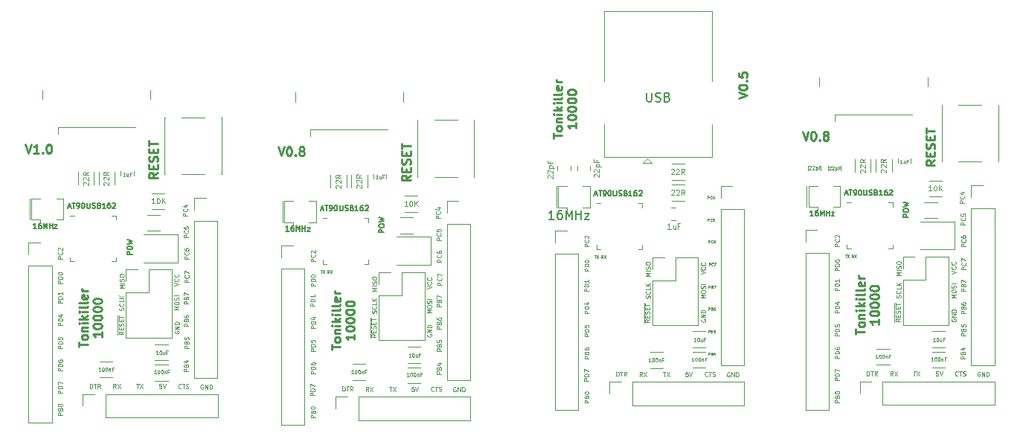
<source format=gbr>
%TF.GenerationSoftware,KiCad,Pcbnew,(6.0.5)*%
%TF.CreationDate,2023-04-25T20:10:58+03:00*%
%TF.ProjectId,AT90USB162,41543930-5553-4423-9136-322e6b696361,rev?*%
%TF.SameCoordinates,Original*%
%TF.FileFunction,Legend,Top*%
%TF.FilePolarity,Positive*%
%FSLAX46Y46*%
G04 Gerber Fmt 4.6, Leading zero omitted, Abs format (unit mm)*
G04 Created by KiCad (PCBNEW (6.0.5)) date 2023-04-25 20:10:58*
%MOMM*%
%LPD*%
G01*
G04 APERTURE LIST*
%ADD10C,0.125000*%
%ADD11C,0.250000*%
%ADD12C,0.150000*%
%ADD13C,0.075000*%
%ADD14C,0.100000*%
%ADD15C,0.120000*%
G04 APERTURE END LIST*
D10*
X169201190Y-93369047D02*
X168701190Y-93369047D01*
X168701190Y-93178571D01*
X168725000Y-93130952D01*
X168748809Y-93107142D01*
X168796428Y-93083333D01*
X168867857Y-93083333D01*
X168915476Y-93107142D01*
X168939285Y-93130952D01*
X168963095Y-93178571D01*
X168963095Y-93369047D01*
X169153571Y-92583333D02*
X169177380Y-92607142D01*
X169201190Y-92678571D01*
X169201190Y-92726190D01*
X169177380Y-92797619D01*
X169129761Y-92845238D01*
X169082142Y-92869047D01*
X168986904Y-92892857D01*
X168915476Y-92892857D01*
X168820238Y-92869047D01*
X168772619Y-92845238D01*
X168725000Y-92797619D01*
X168701190Y-92726190D01*
X168701190Y-92678571D01*
X168725000Y-92607142D01*
X168748809Y-92583333D01*
X168701190Y-92154761D02*
X168701190Y-92250000D01*
X168725000Y-92297619D01*
X168748809Y-92321428D01*
X168820238Y-92369047D01*
X168915476Y-92392857D01*
X169105952Y-92392857D01*
X169153571Y-92369047D01*
X169177380Y-92345238D01*
X169201190Y-92297619D01*
X169201190Y-92202380D01*
X169177380Y-92154761D01*
X169153571Y-92130952D01*
X169105952Y-92107142D01*
X168986904Y-92107142D01*
X168939285Y-92130952D01*
X168915476Y-92154761D01*
X168891666Y-92202380D01*
X168891666Y-92297619D01*
X168915476Y-92345238D01*
X168939285Y-92369047D01*
X168986904Y-92392857D01*
D11*
X68277380Y-104798333D02*
X68277380Y-104226904D01*
X69277380Y-104512619D02*
X68277380Y-104512619D01*
X69277380Y-103750714D02*
X69229761Y-103845952D01*
X69182142Y-103893571D01*
X69086904Y-103941190D01*
X68801190Y-103941190D01*
X68705952Y-103893571D01*
X68658333Y-103845952D01*
X68610714Y-103750714D01*
X68610714Y-103607857D01*
X68658333Y-103512619D01*
X68705952Y-103465000D01*
X68801190Y-103417380D01*
X69086904Y-103417380D01*
X69182142Y-103465000D01*
X69229761Y-103512619D01*
X69277380Y-103607857D01*
X69277380Y-103750714D01*
X68610714Y-102988809D02*
X69277380Y-102988809D01*
X68705952Y-102988809D02*
X68658333Y-102941190D01*
X68610714Y-102845952D01*
X68610714Y-102703095D01*
X68658333Y-102607857D01*
X68753571Y-102560238D01*
X69277380Y-102560238D01*
X69277380Y-102084047D02*
X68610714Y-102084047D01*
X68277380Y-102084047D02*
X68325000Y-102131666D01*
X68372619Y-102084047D01*
X68325000Y-102036428D01*
X68277380Y-102084047D01*
X68372619Y-102084047D01*
X69277380Y-101607857D02*
X68277380Y-101607857D01*
X68896428Y-101512619D02*
X69277380Y-101226904D01*
X68610714Y-101226904D02*
X68991666Y-101607857D01*
X69277380Y-100798333D02*
X68610714Y-100798333D01*
X68277380Y-100798333D02*
X68325000Y-100845952D01*
X68372619Y-100798333D01*
X68325000Y-100750714D01*
X68277380Y-100798333D01*
X68372619Y-100798333D01*
X69277380Y-100179285D02*
X69229761Y-100274523D01*
X69134523Y-100322142D01*
X68277380Y-100322142D01*
X69277380Y-99655476D02*
X69229761Y-99750714D01*
X69134523Y-99798333D01*
X68277380Y-99798333D01*
X69229761Y-98893571D02*
X69277380Y-98988809D01*
X69277380Y-99179285D01*
X69229761Y-99274523D01*
X69134523Y-99322142D01*
X68753571Y-99322142D01*
X68658333Y-99274523D01*
X68610714Y-99179285D01*
X68610714Y-98988809D01*
X68658333Y-98893571D01*
X68753571Y-98845952D01*
X68848809Y-98845952D01*
X68944047Y-99322142D01*
X69277380Y-98417380D02*
X68610714Y-98417380D01*
X68801190Y-98417380D02*
X68705952Y-98369761D01*
X68658333Y-98322142D01*
X68610714Y-98226904D01*
X68610714Y-98131666D01*
X70887380Y-103084047D02*
X70887380Y-103655476D01*
X70887380Y-103369761D02*
X69887380Y-103369761D01*
X70030238Y-103465000D01*
X70125476Y-103560238D01*
X70173095Y-103655476D01*
X69887380Y-102465000D02*
X69887380Y-102369761D01*
X69935000Y-102274523D01*
X69982619Y-102226904D01*
X70077857Y-102179285D01*
X70268333Y-102131666D01*
X70506428Y-102131666D01*
X70696904Y-102179285D01*
X70792142Y-102226904D01*
X70839761Y-102274523D01*
X70887380Y-102369761D01*
X70887380Y-102465000D01*
X70839761Y-102560238D01*
X70792142Y-102607857D01*
X70696904Y-102655476D01*
X70506428Y-102703095D01*
X70268333Y-102703095D01*
X70077857Y-102655476D01*
X69982619Y-102607857D01*
X69935000Y-102560238D01*
X69887380Y-102465000D01*
X69887380Y-101512619D02*
X69887380Y-101417380D01*
X69935000Y-101322142D01*
X69982619Y-101274523D01*
X70077857Y-101226904D01*
X70268333Y-101179285D01*
X70506428Y-101179285D01*
X70696904Y-101226904D01*
X70792142Y-101274523D01*
X70839761Y-101322142D01*
X70887380Y-101417380D01*
X70887380Y-101512619D01*
X70839761Y-101607857D01*
X70792142Y-101655476D01*
X70696904Y-101703095D01*
X70506428Y-101750714D01*
X70268333Y-101750714D01*
X70077857Y-101703095D01*
X69982619Y-101655476D01*
X69935000Y-101607857D01*
X69887380Y-101512619D01*
X69887380Y-100560238D02*
X69887380Y-100465000D01*
X69935000Y-100369761D01*
X69982619Y-100322142D01*
X70077857Y-100274523D01*
X70268333Y-100226904D01*
X70506428Y-100226904D01*
X70696904Y-100274523D01*
X70792142Y-100322142D01*
X70839761Y-100369761D01*
X70887380Y-100465000D01*
X70887380Y-100560238D01*
X70839761Y-100655476D01*
X70792142Y-100703095D01*
X70696904Y-100750714D01*
X70506428Y-100798333D01*
X70268333Y-100798333D01*
X70077857Y-100750714D01*
X69982619Y-100703095D01*
X69935000Y-100655476D01*
X69887380Y-100560238D01*
X69887380Y-99607857D02*
X69887380Y-99512619D01*
X69935000Y-99417380D01*
X69982619Y-99369761D01*
X70077857Y-99322142D01*
X70268333Y-99274523D01*
X70506428Y-99274523D01*
X70696904Y-99322142D01*
X70792142Y-99369761D01*
X70839761Y-99417380D01*
X70887380Y-99512619D01*
X70887380Y-99607857D01*
X70839761Y-99703095D01*
X70792142Y-99750714D01*
X70696904Y-99798333D01*
X70506428Y-99845952D01*
X70268333Y-99845952D01*
X70077857Y-99798333D01*
X69982619Y-99750714D01*
X69935000Y-99703095D01*
X69887380Y-99607857D01*
D10*
X79906190Y-109478571D02*
X79882380Y-109502380D01*
X79810952Y-109526190D01*
X79763333Y-109526190D01*
X79691904Y-109502380D01*
X79644285Y-109454761D01*
X79620476Y-109407142D01*
X79596666Y-109311904D01*
X79596666Y-109240476D01*
X79620476Y-109145238D01*
X79644285Y-109097619D01*
X79691904Y-109050000D01*
X79763333Y-109026190D01*
X79810952Y-109026190D01*
X79882380Y-109050000D01*
X79906190Y-109073809D01*
X80049047Y-109026190D02*
X80334761Y-109026190D01*
X80191904Y-109526190D02*
X80191904Y-109026190D01*
X80477619Y-109502380D02*
X80549047Y-109526190D01*
X80668095Y-109526190D01*
X80715714Y-109502380D01*
X80739523Y-109478571D01*
X80763333Y-109430952D01*
X80763333Y-109383333D01*
X80739523Y-109335714D01*
X80715714Y-109311904D01*
X80668095Y-109288095D01*
X80572857Y-109264285D01*
X80525238Y-109240476D01*
X80501428Y-109216666D01*
X80477619Y-109169047D01*
X80477619Y-109121428D01*
X80501428Y-109073809D01*
X80525238Y-109050000D01*
X80572857Y-109026190D01*
X80691904Y-109026190D01*
X80763333Y-109050000D01*
D12*
X103037928Y-91763785D02*
X102437928Y-91763785D01*
X102437928Y-91535214D01*
X102466500Y-91478071D01*
X102495071Y-91449500D01*
X102552214Y-91420928D01*
X102637928Y-91420928D01*
X102695071Y-91449500D01*
X102723642Y-91478071D01*
X102752214Y-91535214D01*
X102752214Y-91763785D01*
X102437928Y-91049500D02*
X102437928Y-90935214D01*
X102466500Y-90878071D01*
X102523642Y-90820928D01*
X102637928Y-90792357D01*
X102837928Y-90792357D01*
X102952214Y-90820928D01*
X103009357Y-90878071D01*
X103037928Y-90935214D01*
X103037928Y-91049500D01*
X103009357Y-91106642D01*
X102952214Y-91163785D01*
X102837928Y-91192357D01*
X102637928Y-91192357D01*
X102523642Y-91163785D01*
X102466500Y-91106642D01*
X102437928Y-91049500D01*
X102437928Y-90592357D02*
X103037928Y-90449500D01*
X102609357Y-90335214D01*
X103037928Y-90220928D01*
X102437928Y-90078071D01*
D10*
X154826190Y-111094047D02*
X154326190Y-111094047D01*
X154326190Y-110903571D01*
X154350000Y-110855952D01*
X154373809Y-110832142D01*
X154421428Y-110808333D01*
X154492857Y-110808333D01*
X154540476Y-110832142D01*
X154564285Y-110855952D01*
X154588095Y-110903571D01*
X154588095Y-111094047D01*
X154564285Y-110427380D02*
X154588095Y-110355952D01*
X154611904Y-110332142D01*
X154659523Y-110308333D01*
X154730952Y-110308333D01*
X154778571Y-110332142D01*
X154802380Y-110355952D01*
X154826190Y-110403571D01*
X154826190Y-110594047D01*
X154326190Y-110594047D01*
X154326190Y-110427380D01*
X154350000Y-110379761D01*
X154373809Y-110355952D01*
X154421428Y-110332142D01*
X154469047Y-110332142D01*
X154516666Y-110355952D01*
X154540476Y-110379761D01*
X154564285Y-110427380D01*
X154564285Y-110594047D01*
X154326190Y-109998809D02*
X154326190Y-109951190D01*
X154350000Y-109903571D01*
X154373809Y-109879761D01*
X154421428Y-109855952D01*
X154516666Y-109832142D01*
X154635714Y-109832142D01*
X154730952Y-109855952D01*
X154778571Y-109879761D01*
X154802380Y-109903571D01*
X154826190Y-109951190D01*
X154826190Y-109998809D01*
X154802380Y-110046428D01*
X154778571Y-110070238D01*
X154730952Y-110094047D01*
X154635714Y-110117857D01*
X154516666Y-110117857D01*
X154421428Y-110094047D01*
X154373809Y-110070238D01*
X154350000Y-110046428D01*
X154326190Y-109998809D01*
X168076190Y-99160714D02*
X167576190Y-99160714D01*
X167933333Y-98994047D01*
X167576190Y-98827380D01*
X168076190Y-98827380D01*
X167576190Y-98494047D02*
X167576190Y-98398809D01*
X167600000Y-98351190D01*
X167647619Y-98303571D01*
X167742857Y-98279761D01*
X167909523Y-98279761D01*
X168004761Y-98303571D01*
X168052380Y-98351190D01*
X168076190Y-98398809D01*
X168076190Y-98494047D01*
X168052380Y-98541666D01*
X168004761Y-98589285D01*
X167909523Y-98613095D01*
X167742857Y-98613095D01*
X167647619Y-98589285D01*
X167600000Y-98541666D01*
X167576190Y-98494047D01*
X168052380Y-98089285D02*
X168076190Y-98017857D01*
X168076190Y-97898809D01*
X168052380Y-97851190D01*
X168028571Y-97827380D01*
X167980952Y-97803571D01*
X167933333Y-97803571D01*
X167885714Y-97827380D01*
X167861904Y-97851190D01*
X167838095Y-97898809D01*
X167814285Y-97994047D01*
X167790476Y-98041666D01*
X167766666Y-98065476D01*
X167719047Y-98089285D01*
X167671428Y-98089285D01*
X167623809Y-98065476D01*
X167600000Y-98041666D01*
X167576190Y-97994047D01*
X167576190Y-97875000D01*
X167600000Y-97803571D01*
X168076190Y-97589285D02*
X167576190Y-97589285D01*
X137573761Y-107638190D02*
X137335666Y-107638190D01*
X137311857Y-107876285D01*
X137335666Y-107852476D01*
X137383285Y-107828666D01*
X137502333Y-107828666D01*
X137549952Y-107852476D01*
X137573761Y-107876285D01*
X137597571Y-107923904D01*
X137597571Y-108042952D01*
X137573761Y-108090571D01*
X137549952Y-108114380D01*
X137502333Y-108138190D01*
X137383285Y-108138190D01*
X137335666Y-108114380D01*
X137311857Y-108090571D01*
X137740428Y-107638190D02*
X137907095Y-108138190D01*
X138073761Y-107638190D01*
D11*
X62206190Y-81742380D02*
X62539523Y-82742380D01*
X62872857Y-81742380D01*
X63730000Y-82742380D02*
X63158571Y-82742380D01*
X63444285Y-82742380D02*
X63444285Y-81742380D01*
X63349047Y-81885238D01*
X63253809Y-81980476D01*
X63158571Y-82028095D01*
X64158571Y-82647142D02*
X64206190Y-82694761D01*
X64158571Y-82742380D01*
X64110952Y-82694761D01*
X64158571Y-82647142D01*
X64158571Y-82742380D01*
X64825238Y-81742380D02*
X64920476Y-81742380D01*
X65015714Y-81790000D01*
X65063333Y-81837619D01*
X65110952Y-81932857D01*
X65158571Y-82123333D01*
X65158571Y-82361428D01*
X65110952Y-82551904D01*
X65063333Y-82647142D01*
X65015714Y-82694761D01*
X64920476Y-82742380D01*
X64825238Y-82742380D01*
X64730000Y-82694761D01*
X64682380Y-82647142D01*
X64634761Y-82551904D01*
X64587142Y-82361428D01*
X64587142Y-82123333D01*
X64634761Y-81932857D01*
X64682380Y-81837619D01*
X64730000Y-81790000D01*
X64825238Y-81742380D01*
D10*
X134738047Y-107663190D02*
X135023761Y-107663190D01*
X134880904Y-108163190D02*
X134880904Y-107663190D01*
X135142809Y-107663190D02*
X135476142Y-108163190D01*
X135476142Y-107663190D02*
X135142809Y-108163190D01*
X126320190Y-93381047D02*
X125820190Y-93381047D01*
X125820190Y-93190571D01*
X125844000Y-93142952D01*
X125867809Y-93119142D01*
X125915428Y-93095333D01*
X125986857Y-93095333D01*
X126034476Y-93119142D01*
X126058285Y-93142952D01*
X126082095Y-93190571D01*
X126082095Y-93381047D01*
X126272571Y-92595333D02*
X126296380Y-92619142D01*
X126320190Y-92690571D01*
X126320190Y-92738190D01*
X126296380Y-92809619D01*
X126248761Y-92857238D01*
X126201142Y-92881047D01*
X126105904Y-92904857D01*
X126034476Y-92904857D01*
X125939238Y-92881047D01*
X125891619Y-92857238D01*
X125844000Y-92809619D01*
X125820190Y-92738190D01*
X125820190Y-92690571D01*
X125844000Y-92619142D01*
X125867809Y-92595333D01*
X125867809Y-92404857D02*
X125844000Y-92381047D01*
X125820190Y-92333428D01*
X125820190Y-92214380D01*
X125844000Y-92166761D01*
X125867809Y-92142952D01*
X125915428Y-92119142D01*
X125963047Y-92119142D01*
X126034476Y-92142952D01*
X126320190Y-92428666D01*
X126320190Y-92119142D01*
X95167690Y-112843547D02*
X94667690Y-112843547D01*
X94667690Y-112653071D01*
X94691500Y-112605452D01*
X94715309Y-112581642D01*
X94762928Y-112557833D01*
X94834357Y-112557833D01*
X94881976Y-112581642D01*
X94905785Y-112605452D01*
X94929595Y-112653071D01*
X94929595Y-112843547D01*
X94905785Y-112176880D02*
X94929595Y-112105452D01*
X94953404Y-112081642D01*
X95001023Y-112057833D01*
X95072452Y-112057833D01*
X95120071Y-112081642D01*
X95143880Y-112105452D01*
X95167690Y-112153071D01*
X95167690Y-112343547D01*
X94667690Y-112343547D01*
X94667690Y-112176880D01*
X94691500Y-112129261D01*
X94715309Y-112105452D01*
X94762928Y-112081642D01*
X94810547Y-112081642D01*
X94858166Y-112105452D01*
X94881976Y-112129261D01*
X94905785Y-112176880D01*
X94905785Y-112343547D01*
X94667690Y-111748309D02*
X94667690Y-111700690D01*
X94691500Y-111653071D01*
X94715309Y-111629261D01*
X94762928Y-111605452D01*
X94858166Y-111581642D01*
X94977214Y-111581642D01*
X95072452Y-111605452D01*
X95120071Y-111629261D01*
X95143880Y-111653071D01*
X95167690Y-111700690D01*
X95167690Y-111748309D01*
X95143880Y-111795928D01*
X95120071Y-111819738D01*
X95072452Y-111843547D01*
X94977214Y-111867357D01*
X94858166Y-111867357D01*
X94762928Y-111843547D01*
X94715309Y-111819738D01*
X94691500Y-111795928D01*
X94667690Y-111748309D01*
X106421261Y-109325690D02*
X106183166Y-109325690D01*
X106159357Y-109563785D01*
X106183166Y-109539976D01*
X106230785Y-109516166D01*
X106349833Y-109516166D01*
X106397452Y-109539976D01*
X106421261Y-109563785D01*
X106445071Y-109611404D01*
X106445071Y-109730452D01*
X106421261Y-109778071D01*
X106397452Y-109801880D01*
X106349833Y-109825690D01*
X106230785Y-109825690D01*
X106183166Y-109801880D01*
X106159357Y-109778071D01*
X106587928Y-109325690D02*
X106754595Y-109825690D01*
X106921261Y-109325690D01*
X95142690Y-110318547D02*
X94642690Y-110318547D01*
X94642690Y-110128071D01*
X94666500Y-110080452D01*
X94690309Y-110056642D01*
X94737928Y-110032833D01*
X94809357Y-110032833D01*
X94856976Y-110056642D01*
X94880785Y-110080452D01*
X94904595Y-110128071D01*
X94904595Y-110318547D01*
X95142690Y-109818547D02*
X94642690Y-109818547D01*
X94642690Y-109699500D01*
X94666500Y-109628071D01*
X94714119Y-109580452D01*
X94761738Y-109556642D01*
X94856976Y-109532833D01*
X94928404Y-109532833D01*
X95023642Y-109556642D01*
X95071261Y-109580452D01*
X95118880Y-109628071D01*
X95142690Y-109699500D01*
X95142690Y-109818547D01*
X94642690Y-109366166D02*
X94642690Y-109032833D01*
X95142690Y-109247119D01*
X109567690Y-97743547D02*
X109067690Y-97743547D01*
X109067690Y-97553071D01*
X109091500Y-97505452D01*
X109115309Y-97481642D01*
X109162928Y-97457833D01*
X109234357Y-97457833D01*
X109281976Y-97481642D01*
X109305785Y-97505452D01*
X109329595Y-97553071D01*
X109329595Y-97743547D01*
X109520071Y-96957833D02*
X109543880Y-96981642D01*
X109567690Y-97053071D01*
X109567690Y-97100690D01*
X109543880Y-97172119D01*
X109496261Y-97219738D01*
X109448642Y-97243547D01*
X109353404Y-97267357D01*
X109281976Y-97267357D01*
X109186738Y-97243547D01*
X109139119Y-97219738D01*
X109091500Y-97172119D01*
X109067690Y-97100690D01*
X109067690Y-97053071D01*
X109091500Y-96981642D01*
X109115309Y-96957833D01*
X109067690Y-96791166D02*
X109067690Y-96457833D01*
X109567690Y-96672119D01*
X77659761Y-109026190D02*
X77421666Y-109026190D01*
X77397857Y-109264285D01*
X77421666Y-109240476D01*
X77469285Y-109216666D01*
X77588333Y-109216666D01*
X77635952Y-109240476D01*
X77659761Y-109264285D01*
X77683571Y-109311904D01*
X77683571Y-109430952D01*
X77659761Y-109478571D01*
X77635952Y-109502380D01*
X77588333Y-109526190D01*
X77469285Y-109526190D01*
X77421666Y-109502380D01*
X77397857Y-109478571D01*
X77826428Y-109026190D02*
X77993095Y-109526190D01*
X78159761Y-109026190D01*
D11*
X150626190Y-80292380D02*
X150959523Y-81292380D01*
X151292857Y-80292380D01*
X151816666Y-80292380D02*
X151911904Y-80292380D01*
X152007142Y-80340000D01*
X152054761Y-80387619D01*
X152102380Y-80482857D01*
X152150000Y-80673333D01*
X152150000Y-80911428D01*
X152102380Y-81101904D01*
X152054761Y-81197142D01*
X152007142Y-81244761D01*
X151911904Y-81292380D01*
X151816666Y-81292380D01*
X151721428Y-81244761D01*
X151673809Y-81197142D01*
X151626190Y-81101904D01*
X151578571Y-80911428D01*
X151578571Y-80673333D01*
X151626190Y-80482857D01*
X151673809Y-80387619D01*
X151721428Y-80340000D01*
X151816666Y-80292380D01*
X152578571Y-81197142D02*
X152626190Y-81244761D01*
X152578571Y-81292380D01*
X152530952Y-81244761D01*
X152578571Y-81197142D01*
X152578571Y-81292380D01*
X153197619Y-80720952D02*
X153102380Y-80673333D01*
X153054761Y-80625714D01*
X153007142Y-80530476D01*
X153007142Y-80482857D01*
X153054761Y-80387619D01*
X153102380Y-80340000D01*
X153197619Y-80292380D01*
X153388095Y-80292380D01*
X153483333Y-80340000D01*
X153530952Y-80387619D01*
X153578571Y-80482857D01*
X153578571Y-80530476D01*
X153530952Y-80625714D01*
X153483333Y-80673333D01*
X153388095Y-80720952D01*
X153197619Y-80720952D01*
X153102380Y-80768571D01*
X153054761Y-80816190D01*
X153007142Y-80911428D01*
X153007142Y-81101904D01*
X153054761Y-81197142D01*
X153102380Y-81244761D01*
X153197619Y-81292380D01*
X153388095Y-81292380D01*
X153483333Y-81244761D01*
X153530952Y-81197142D01*
X153578571Y-81101904D01*
X153578571Y-80911428D01*
X153530952Y-80816190D01*
X153483333Y-80768571D01*
X153388095Y-80720952D01*
D10*
X154801190Y-108569047D02*
X154301190Y-108569047D01*
X154301190Y-108378571D01*
X154325000Y-108330952D01*
X154348809Y-108307142D01*
X154396428Y-108283333D01*
X154467857Y-108283333D01*
X154515476Y-108307142D01*
X154539285Y-108330952D01*
X154563095Y-108378571D01*
X154563095Y-108569047D01*
X154801190Y-108069047D02*
X154301190Y-108069047D01*
X154301190Y-107950000D01*
X154325000Y-107878571D01*
X154372619Y-107830952D01*
X154420238Y-107807142D01*
X154515476Y-107783333D01*
X154586904Y-107783333D01*
X154682142Y-107807142D01*
X154729761Y-107830952D01*
X154777380Y-107878571D01*
X154801190Y-107950000D01*
X154801190Y-108069047D01*
X154301190Y-107616666D02*
X154301190Y-107283333D01*
X154801190Y-107497619D01*
D13*
X139947571Y-100622714D02*
X139947571Y-100322714D01*
X140061857Y-100322714D01*
X140090428Y-100337000D01*
X140104714Y-100351285D01*
X140119000Y-100379857D01*
X140119000Y-100422714D01*
X140104714Y-100451285D01*
X140090428Y-100465571D01*
X140061857Y-100479857D01*
X139947571Y-100479857D01*
X140347571Y-100465571D02*
X140390428Y-100479857D01*
X140404714Y-100494142D01*
X140419000Y-100522714D01*
X140419000Y-100565571D01*
X140404714Y-100594142D01*
X140390428Y-100608428D01*
X140361857Y-100622714D01*
X140247571Y-100622714D01*
X140247571Y-100322714D01*
X140347571Y-100322714D01*
X140376142Y-100337000D01*
X140390428Y-100351285D01*
X140404714Y-100379857D01*
X140404714Y-100408428D01*
X140390428Y-100437000D01*
X140376142Y-100451285D01*
X140347571Y-100465571D01*
X140247571Y-100465571D01*
X140676142Y-100322714D02*
X140619000Y-100322714D01*
X140590428Y-100337000D01*
X140576142Y-100351285D01*
X140547571Y-100394142D01*
X140533285Y-100451285D01*
X140533285Y-100565571D01*
X140547571Y-100594142D01*
X140561857Y-100608428D01*
X140590428Y-100622714D01*
X140647571Y-100622714D01*
X140676142Y-100608428D01*
X140690428Y-100594142D01*
X140704714Y-100565571D01*
X140704714Y-100494142D01*
X140690428Y-100465571D01*
X140676142Y-100451285D01*
X140647571Y-100437000D01*
X140590428Y-100437000D01*
X140561857Y-100451285D01*
X140547571Y-100465571D01*
X140533285Y-100494142D01*
D10*
X142313047Y-107712000D02*
X142265428Y-107688190D01*
X142194000Y-107688190D01*
X142122571Y-107712000D01*
X142074952Y-107759619D01*
X142051142Y-107807238D01*
X142027333Y-107902476D01*
X142027333Y-107973904D01*
X142051142Y-108069142D01*
X142074952Y-108116761D01*
X142122571Y-108164380D01*
X142194000Y-108188190D01*
X142241619Y-108188190D01*
X142313047Y-108164380D01*
X142336857Y-108140571D01*
X142336857Y-107973904D01*
X142241619Y-107973904D01*
X142551142Y-108188190D02*
X142551142Y-107688190D01*
X142836857Y-108188190D01*
X142836857Y-107688190D01*
X143074952Y-108188190D02*
X143074952Y-107688190D01*
X143194000Y-107688190D01*
X143265428Y-107712000D01*
X143313047Y-107759619D01*
X143336857Y-107807238D01*
X143360666Y-107902476D01*
X143360666Y-107973904D01*
X143336857Y-108069142D01*
X143313047Y-108116761D01*
X143265428Y-108164380D01*
X143194000Y-108188190D01*
X143074952Y-108188190D01*
X95167690Y-95068547D02*
X94667690Y-95068547D01*
X94667690Y-94878071D01*
X94691500Y-94830452D01*
X94715309Y-94806642D01*
X94762928Y-94782833D01*
X94834357Y-94782833D01*
X94881976Y-94806642D01*
X94905785Y-94830452D01*
X94929595Y-94878071D01*
X94929595Y-95068547D01*
X95120071Y-94282833D02*
X95143880Y-94306642D01*
X95167690Y-94378071D01*
X95167690Y-94425690D01*
X95143880Y-94497119D01*
X95096261Y-94544738D01*
X95048642Y-94568547D01*
X94953404Y-94592357D01*
X94881976Y-94592357D01*
X94786738Y-94568547D01*
X94739119Y-94544738D01*
X94691500Y-94497119D01*
X94667690Y-94425690D01*
X94667690Y-94378071D01*
X94691500Y-94306642D01*
X94715309Y-94282833D01*
X94715309Y-94092357D02*
X94691500Y-94068547D01*
X94667690Y-94020928D01*
X94667690Y-93901880D01*
X94691500Y-93854261D01*
X94715309Y-93830452D01*
X94762928Y-93806642D01*
X94810547Y-93806642D01*
X94881976Y-93830452D01*
X95167690Y-94116166D01*
X95167690Y-93806642D01*
X126320190Y-100956047D02*
X125820190Y-100956047D01*
X125820190Y-100765571D01*
X125844000Y-100717952D01*
X125867809Y-100694142D01*
X125915428Y-100670333D01*
X125986857Y-100670333D01*
X126034476Y-100694142D01*
X126058285Y-100717952D01*
X126082095Y-100765571D01*
X126082095Y-100956047D01*
X126320190Y-100456047D02*
X125820190Y-100456047D01*
X125820190Y-100337000D01*
X125844000Y-100265571D01*
X125891619Y-100217952D01*
X125939238Y-100194142D01*
X126034476Y-100170333D01*
X126105904Y-100170333D01*
X126201142Y-100194142D01*
X126248761Y-100217952D01*
X126296380Y-100265571D01*
X126320190Y-100337000D01*
X126320190Y-100456047D01*
X125986857Y-99741761D02*
X126320190Y-99741761D01*
X125796380Y-99860809D02*
X126153523Y-99979857D01*
X126153523Y-99670333D01*
X108667690Y-109778071D02*
X108643880Y-109801880D01*
X108572452Y-109825690D01*
X108524833Y-109825690D01*
X108453404Y-109801880D01*
X108405785Y-109754261D01*
X108381976Y-109706642D01*
X108358166Y-109611404D01*
X108358166Y-109539976D01*
X108381976Y-109444738D01*
X108405785Y-109397119D01*
X108453404Y-109349500D01*
X108524833Y-109325690D01*
X108572452Y-109325690D01*
X108643880Y-109349500D01*
X108667690Y-109373309D01*
X108810547Y-109325690D02*
X109096261Y-109325690D01*
X108953404Y-109825690D02*
X108953404Y-109325690D01*
X109239119Y-109801880D02*
X109310547Y-109825690D01*
X109429595Y-109825690D01*
X109477214Y-109801880D01*
X109501023Y-109778071D01*
X109524833Y-109730452D01*
X109524833Y-109682833D01*
X109501023Y-109635214D01*
X109477214Y-109611404D01*
X109429595Y-109587595D01*
X109334357Y-109563785D01*
X109286738Y-109539976D01*
X109262928Y-109516166D01*
X109239119Y-109468547D01*
X109239119Y-109420928D01*
X109262928Y-109373309D01*
X109286738Y-109349500D01*
X109334357Y-109325690D01*
X109453404Y-109325690D01*
X109524833Y-109349500D01*
X108417690Y-100910214D02*
X107917690Y-100910214D01*
X108274833Y-100743547D01*
X107917690Y-100576880D01*
X108417690Y-100576880D01*
X107917690Y-100243547D02*
X107917690Y-100148309D01*
X107941500Y-100100690D01*
X107989119Y-100053071D01*
X108084357Y-100029261D01*
X108251023Y-100029261D01*
X108346261Y-100053071D01*
X108393880Y-100100690D01*
X108417690Y-100148309D01*
X108417690Y-100243547D01*
X108393880Y-100291166D01*
X108346261Y-100338785D01*
X108251023Y-100362595D01*
X108084357Y-100362595D01*
X107989119Y-100338785D01*
X107941500Y-100291166D01*
X107917690Y-100243547D01*
X108393880Y-99838785D02*
X108417690Y-99767357D01*
X108417690Y-99648309D01*
X108393880Y-99600690D01*
X108370071Y-99576880D01*
X108322452Y-99553071D01*
X108274833Y-99553071D01*
X108227214Y-99576880D01*
X108203404Y-99600690D01*
X108179595Y-99648309D01*
X108155785Y-99743547D01*
X108131976Y-99791166D01*
X108108166Y-99814976D01*
X108060547Y-99838785D01*
X108012928Y-99838785D01*
X107965309Y-99814976D01*
X107941500Y-99791166D01*
X107917690Y-99743547D01*
X107917690Y-99624500D01*
X107941500Y-99553071D01*
X108417690Y-99338785D02*
X107917690Y-99338785D01*
X133320190Y-96722714D02*
X132820190Y-96722714D01*
X133177333Y-96556047D01*
X132820190Y-96389380D01*
X133320190Y-96389380D01*
X133320190Y-96151285D02*
X132820190Y-96151285D01*
X133296380Y-95937000D02*
X133320190Y-95865571D01*
X133320190Y-95746523D01*
X133296380Y-95698904D01*
X133272571Y-95675095D01*
X133224952Y-95651285D01*
X133177333Y-95651285D01*
X133129714Y-95675095D01*
X133105904Y-95698904D01*
X133082095Y-95746523D01*
X133058285Y-95841761D01*
X133034476Y-95889380D01*
X133010666Y-95913190D01*
X132963047Y-95937000D01*
X132915428Y-95937000D01*
X132867809Y-95913190D01*
X132844000Y-95889380D01*
X132820190Y-95841761D01*
X132820190Y-95722714D01*
X132844000Y-95651285D01*
X132820190Y-95341761D02*
X132820190Y-95246523D01*
X132844000Y-95198904D01*
X132891619Y-95151285D01*
X132986857Y-95127476D01*
X133153523Y-95127476D01*
X133248761Y-95151285D01*
X133296380Y-95198904D01*
X133320190Y-95246523D01*
X133320190Y-95341761D01*
X133296380Y-95389380D01*
X133248761Y-95437000D01*
X133153523Y-95460809D01*
X132986857Y-95460809D01*
X132891619Y-95437000D01*
X132844000Y-95389380D01*
X132820190Y-95341761D01*
X102118880Y-100944738D02*
X102142690Y-100873309D01*
X102142690Y-100754261D01*
X102118880Y-100706642D01*
X102095071Y-100682833D01*
X102047452Y-100659023D01*
X101999833Y-100659023D01*
X101952214Y-100682833D01*
X101928404Y-100706642D01*
X101904595Y-100754261D01*
X101880785Y-100849500D01*
X101856976Y-100897119D01*
X101833166Y-100920928D01*
X101785547Y-100944738D01*
X101737928Y-100944738D01*
X101690309Y-100920928D01*
X101666500Y-100897119D01*
X101642690Y-100849500D01*
X101642690Y-100730452D01*
X101666500Y-100659023D01*
X102095071Y-100159023D02*
X102118880Y-100182833D01*
X102142690Y-100254261D01*
X102142690Y-100301880D01*
X102118880Y-100373309D01*
X102071261Y-100420928D01*
X102023642Y-100444738D01*
X101928404Y-100468547D01*
X101856976Y-100468547D01*
X101761738Y-100444738D01*
X101714119Y-100420928D01*
X101666500Y-100373309D01*
X101642690Y-100301880D01*
X101642690Y-100254261D01*
X101666500Y-100182833D01*
X101690309Y-100159023D01*
X102142690Y-99706642D02*
X102142690Y-99944738D01*
X101642690Y-99944738D01*
X102142690Y-99539976D02*
X101642690Y-99539976D01*
X102142690Y-99254261D02*
X101856976Y-99468547D01*
X101642690Y-99254261D02*
X101928404Y-99539976D01*
D13*
X95812928Y-96060214D02*
X95984357Y-96060214D01*
X95898642Y-96360214D02*
X95898642Y-96060214D01*
X96055785Y-96060214D02*
X96255785Y-96360214D01*
X96255785Y-96060214D02*
X96055785Y-96360214D01*
D10*
X132410666Y-108138190D02*
X132244000Y-107900095D01*
X132124952Y-108138190D02*
X132124952Y-107638190D01*
X132315428Y-107638190D01*
X132363047Y-107662000D01*
X132386857Y-107685809D01*
X132410666Y-107733428D01*
X132410666Y-107804857D01*
X132386857Y-107852476D01*
X132363047Y-107876285D01*
X132315428Y-107900095D01*
X132124952Y-107900095D01*
X132577333Y-107638190D02*
X132910666Y-108138190D01*
X132910666Y-107638190D02*
X132577333Y-108138190D01*
X80731190Y-107569047D02*
X80231190Y-107569047D01*
X80231190Y-107378571D01*
X80255000Y-107330952D01*
X80278809Y-107307142D01*
X80326428Y-107283333D01*
X80397857Y-107283333D01*
X80445476Y-107307142D01*
X80469285Y-107330952D01*
X80493095Y-107378571D01*
X80493095Y-107569047D01*
X80469285Y-106902380D02*
X80493095Y-106830952D01*
X80516904Y-106807142D01*
X80564523Y-106783333D01*
X80635952Y-106783333D01*
X80683571Y-106807142D01*
X80707380Y-106830952D01*
X80731190Y-106878571D01*
X80731190Y-107069047D01*
X80231190Y-107069047D01*
X80231190Y-106902380D01*
X80255000Y-106854761D01*
X80278809Y-106830952D01*
X80326428Y-106807142D01*
X80374047Y-106807142D01*
X80421666Y-106830952D01*
X80445476Y-106854761D01*
X80469285Y-106902380D01*
X80469285Y-107069047D01*
X80397857Y-106354761D02*
X80731190Y-106354761D01*
X80207380Y-106473809D02*
X80564523Y-106592857D01*
X80564523Y-106283333D01*
X95167690Y-97843547D02*
X94667690Y-97843547D01*
X94667690Y-97653071D01*
X94691500Y-97605452D01*
X94715309Y-97581642D01*
X94762928Y-97557833D01*
X94834357Y-97557833D01*
X94881976Y-97581642D01*
X94905785Y-97605452D01*
X94929595Y-97653071D01*
X94929595Y-97843547D01*
X95167690Y-97343547D02*
X94667690Y-97343547D01*
X94667690Y-97224500D01*
X94691500Y-97153071D01*
X94739119Y-97105452D01*
X94786738Y-97081642D01*
X94881976Y-97057833D01*
X94953404Y-97057833D01*
X95048642Y-97081642D01*
X95096261Y-97105452D01*
X95143880Y-97153071D01*
X95167690Y-97224500D01*
X95167690Y-97343547D01*
X94667690Y-96748309D02*
X94667690Y-96700690D01*
X94691500Y-96653071D01*
X94715309Y-96629261D01*
X94762928Y-96605452D01*
X94858166Y-96581642D01*
X94977214Y-96581642D01*
X95072452Y-96605452D01*
X95120071Y-96629261D01*
X95143880Y-96653071D01*
X95167690Y-96700690D01*
X95167690Y-96748309D01*
X95143880Y-96795928D01*
X95120071Y-96819738D01*
X95072452Y-96843547D01*
X94977214Y-96867357D01*
X94858166Y-96867357D01*
X94762928Y-96843547D01*
X94715309Y-96819738D01*
X94691500Y-96795928D01*
X94667690Y-96748309D01*
D13*
X139847571Y-90472714D02*
X139847571Y-90172714D01*
X139961857Y-90172714D01*
X139990428Y-90187000D01*
X140004714Y-90201285D01*
X140019000Y-90229857D01*
X140019000Y-90272714D01*
X140004714Y-90301285D01*
X139990428Y-90315571D01*
X139961857Y-90329857D01*
X139847571Y-90329857D01*
X140319000Y-90444142D02*
X140304714Y-90458428D01*
X140261857Y-90472714D01*
X140233285Y-90472714D01*
X140190428Y-90458428D01*
X140161857Y-90429857D01*
X140147571Y-90401285D01*
X140133285Y-90344142D01*
X140133285Y-90301285D01*
X140147571Y-90244142D01*
X140161857Y-90215571D01*
X140190428Y-90187000D01*
X140233285Y-90172714D01*
X140261857Y-90172714D01*
X140304714Y-90187000D01*
X140319000Y-90201285D01*
X140590428Y-90172714D02*
X140447571Y-90172714D01*
X140433285Y-90315571D01*
X140447571Y-90301285D01*
X140476142Y-90287000D01*
X140547571Y-90287000D01*
X140576142Y-90301285D01*
X140590428Y-90315571D01*
X140604714Y-90344142D01*
X140604714Y-90415571D01*
X140590428Y-90444142D01*
X140576142Y-90458428D01*
X140547571Y-90472714D01*
X140476142Y-90472714D01*
X140447571Y-90458428D01*
X140433285Y-90444142D01*
X96766500Y-96360214D02*
X96666500Y-96217357D01*
X96595071Y-96360214D02*
X96595071Y-96060214D01*
X96709357Y-96060214D01*
X96737928Y-96074500D01*
X96752214Y-96088785D01*
X96766500Y-96117357D01*
X96766500Y-96160214D01*
X96752214Y-96188785D01*
X96737928Y-96203071D01*
X96709357Y-96217357D01*
X96595071Y-96217357D01*
X96866500Y-96060214D02*
X97066500Y-96360214D01*
X97066500Y-96060214D02*
X96866500Y-96360214D01*
D10*
X161826190Y-96660714D02*
X161326190Y-96660714D01*
X161683333Y-96494047D01*
X161326190Y-96327380D01*
X161826190Y-96327380D01*
X161826190Y-96089285D02*
X161326190Y-96089285D01*
X161802380Y-95875000D02*
X161826190Y-95803571D01*
X161826190Y-95684523D01*
X161802380Y-95636904D01*
X161778571Y-95613095D01*
X161730952Y-95589285D01*
X161683333Y-95589285D01*
X161635714Y-95613095D01*
X161611904Y-95636904D01*
X161588095Y-95684523D01*
X161564285Y-95779761D01*
X161540476Y-95827380D01*
X161516666Y-95851190D01*
X161469047Y-95875000D01*
X161421428Y-95875000D01*
X161373809Y-95851190D01*
X161350000Y-95827380D01*
X161326190Y-95779761D01*
X161326190Y-95660714D01*
X161350000Y-95589285D01*
X161326190Y-95279761D02*
X161326190Y-95184523D01*
X161350000Y-95136904D01*
X161397619Y-95089285D01*
X161492857Y-95065476D01*
X161659523Y-95065476D01*
X161754761Y-95089285D01*
X161802380Y-95136904D01*
X161826190Y-95184523D01*
X161826190Y-95279761D01*
X161802380Y-95327380D01*
X161754761Y-95375000D01*
X161659523Y-95398809D01*
X161492857Y-95398809D01*
X161397619Y-95375000D01*
X161350000Y-95327380D01*
X161326190Y-95279761D01*
X154826190Y-96094047D02*
X154326190Y-96094047D01*
X154326190Y-95903571D01*
X154350000Y-95855952D01*
X154373809Y-95832142D01*
X154421428Y-95808333D01*
X154492857Y-95808333D01*
X154540476Y-95832142D01*
X154564285Y-95855952D01*
X154588095Y-95903571D01*
X154588095Y-96094047D01*
X154826190Y-95594047D02*
X154326190Y-95594047D01*
X154326190Y-95475000D01*
X154350000Y-95403571D01*
X154397619Y-95355952D01*
X154445238Y-95332142D01*
X154540476Y-95308333D01*
X154611904Y-95308333D01*
X154707142Y-95332142D01*
X154754761Y-95355952D01*
X154802380Y-95403571D01*
X154826190Y-95475000D01*
X154826190Y-95594047D01*
X154326190Y-94998809D02*
X154326190Y-94951190D01*
X154350000Y-94903571D01*
X154373809Y-94879761D01*
X154421428Y-94855952D01*
X154516666Y-94832142D01*
X154635714Y-94832142D01*
X154730952Y-94855952D01*
X154778571Y-94879761D01*
X154802380Y-94903571D01*
X154826190Y-94951190D01*
X154826190Y-94998809D01*
X154802380Y-95046428D01*
X154778571Y-95070238D01*
X154730952Y-95094047D01*
X154635714Y-95117857D01*
X154516666Y-95117857D01*
X154421428Y-95094047D01*
X154373809Y-95070238D01*
X154350000Y-95046428D01*
X154326190Y-94998809D01*
X66381190Y-99819047D02*
X65881190Y-99819047D01*
X65881190Y-99628571D01*
X65905000Y-99580952D01*
X65928809Y-99557142D01*
X65976428Y-99533333D01*
X66047857Y-99533333D01*
X66095476Y-99557142D01*
X66119285Y-99580952D01*
X66143095Y-99628571D01*
X66143095Y-99819047D01*
X66381190Y-99319047D02*
X65881190Y-99319047D01*
X65881190Y-99200000D01*
X65905000Y-99128571D01*
X65952619Y-99080952D01*
X66000238Y-99057142D01*
X66095476Y-99033333D01*
X66166904Y-99033333D01*
X66262142Y-99057142D01*
X66309761Y-99080952D01*
X66357380Y-99128571D01*
X66381190Y-99200000D01*
X66381190Y-99319047D01*
X66381190Y-98557142D02*
X66381190Y-98842857D01*
X66381190Y-98700000D02*
X65881190Y-98700000D01*
X65952619Y-98747619D01*
X66000238Y-98795238D01*
X66024047Y-98842857D01*
X66406190Y-102344047D02*
X65906190Y-102344047D01*
X65906190Y-102153571D01*
X65930000Y-102105952D01*
X65953809Y-102082142D01*
X66001428Y-102058333D01*
X66072857Y-102058333D01*
X66120476Y-102082142D01*
X66144285Y-102105952D01*
X66168095Y-102153571D01*
X66168095Y-102344047D01*
X66406190Y-101844047D02*
X65906190Y-101844047D01*
X65906190Y-101725000D01*
X65930000Y-101653571D01*
X65977619Y-101605952D01*
X66025238Y-101582142D01*
X66120476Y-101558333D01*
X66191904Y-101558333D01*
X66287142Y-101582142D01*
X66334761Y-101605952D01*
X66382380Y-101653571D01*
X66406190Y-101725000D01*
X66406190Y-101844047D01*
X66072857Y-101129761D02*
X66406190Y-101129761D01*
X65882380Y-101248809D02*
X66239523Y-101367857D01*
X66239523Y-101058333D01*
X126320190Y-106131047D02*
X125820190Y-106131047D01*
X125820190Y-105940571D01*
X125844000Y-105892952D01*
X125867809Y-105869142D01*
X125915428Y-105845333D01*
X125986857Y-105845333D01*
X126034476Y-105869142D01*
X126058285Y-105892952D01*
X126082095Y-105940571D01*
X126082095Y-106131047D01*
X126320190Y-105631047D02*
X125820190Y-105631047D01*
X125820190Y-105512000D01*
X125844000Y-105440571D01*
X125891619Y-105392952D01*
X125939238Y-105369142D01*
X126034476Y-105345333D01*
X126105904Y-105345333D01*
X126201142Y-105369142D01*
X126248761Y-105392952D01*
X126296380Y-105440571D01*
X126320190Y-105512000D01*
X126320190Y-105631047D01*
X125820190Y-104916761D02*
X125820190Y-105012000D01*
X125844000Y-105059619D01*
X125867809Y-105083428D01*
X125939238Y-105131047D01*
X126034476Y-105154857D01*
X126224952Y-105154857D01*
X126272571Y-105131047D01*
X126296380Y-105107238D01*
X126320190Y-105059619D01*
X126320190Y-104964380D01*
X126296380Y-104916761D01*
X126272571Y-104892952D01*
X126224952Y-104869142D01*
X126105904Y-104869142D01*
X126058285Y-104892952D01*
X126034476Y-104916761D01*
X126010666Y-104964380D01*
X126010666Y-105059619D01*
X126034476Y-105107238D01*
X126058285Y-105131047D01*
X126105904Y-105154857D01*
D11*
X90967690Y-82041880D02*
X91301023Y-83041880D01*
X91634357Y-82041880D01*
X92158166Y-82041880D02*
X92253404Y-82041880D01*
X92348642Y-82089500D01*
X92396261Y-82137119D01*
X92443880Y-82232357D01*
X92491500Y-82422833D01*
X92491500Y-82660928D01*
X92443880Y-82851404D01*
X92396261Y-82946642D01*
X92348642Y-82994261D01*
X92253404Y-83041880D01*
X92158166Y-83041880D01*
X92062928Y-82994261D01*
X92015309Y-82946642D01*
X91967690Y-82851404D01*
X91920071Y-82660928D01*
X91920071Y-82422833D01*
X91967690Y-82232357D01*
X92015309Y-82137119D01*
X92062928Y-82089500D01*
X92158166Y-82041880D01*
X92920071Y-82946642D02*
X92967690Y-82994261D01*
X92920071Y-83041880D01*
X92872452Y-82994261D01*
X92920071Y-82946642D01*
X92920071Y-83041880D01*
X93539119Y-82470452D02*
X93443880Y-82422833D01*
X93396261Y-82375214D01*
X93348642Y-82279976D01*
X93348642Y-82232357D01*
X93396261Y-82137119D01*
X93443880Y-82089500D01*
X93539119Y-82041880D01*
X93729595Y-82041880D01*
X93824833Y-82089500D01*
X93872452Y-82137119D01*
X93920071Y-82232357D01*
X93920071Y-82279976D01*
X93872452Y-82375214D01*
X93824833Y-82422833D01*
X93729595Y-82470452D01*
X93539119Y-82470452D01*
X93443880Y-82518071D01*
X93396261Y-82565690D01*
X93348642Y-82660928D01*
X93348642Y-82851404D01*
X93396261Y-82946642D01*
X93443880Y-82994261D01*
X93539119Y-83041880D01*
X93729595Y-83041880D01*
X93824833Y-82994261D01*
X93872452Y-82946642D01*
X93920071Y-82851404D01*
X93920071Y-82660928D01*
X93872452Y-82565690D01*
X93824833Y-82518071D01*
X93729595Y-82470452D01*
D10*
X73406190Y-98110714D02*
X72906190Y-98110714D01*
X73263333Y-97944047D01*
X72906190Y-97777380D01*
X73406190Y-97777380D01*
X73406190Y-97539285D02*
X72906190Y-97539285D01*
X73382380Y-97325000D02*
X73406190Y-97253571D01*
X73406190Y-97134523D01*
X73382380Y-97086904D01*
X73358571Y-97063095D01*
X73310952Y-97039285D01*
X73263333Y-97039285D01*
X73215714Y-97063095D01*
X73191904Y-97086904D01*
X73168095Y-97134523D01*
X73144285Y-97229761D01*
X73120476Y-97277380D01*
X73096666Y-97301190D01*
X73049047Y-97325000D01*
X73001428Y-97325000D01*
X72953809Y-97301190D01*
X72930000Y-97277380D01*
X72906190Y-97229761D01*
X72906190Y-97110714D01*
X72930000Y-97039285D01*
X72906190Y-96729761D02*
X72906190Y-96634523D01*
X72930000Y-96586904D01*
X72977619Y-96539285D01*
X73072857Y-96515476D01*
X73239523Y-96515476D01*
X73334761Y-96539285D01*
X73382380Y-96586904D01*
X73406190Y-96634523D01*
X73406190Y-96729761D01*
X73382380Y-96777380D01*
X73334761Y-96825000D01*
X73239523Y-96848809D01*
X73072857Y-96848809D01*
X72977619Y-96825000D01*
X72930000Y-96777380D01*
X72906190Y-96729761D01*
X169051190Y-88419047D02*
X168551190Y-88419047D01*
X168551190Y-88228571D01*
X168575000Y-88180952D01*
X168598809Y-88157142D01*
X168646428Y-88133333D01*
X168717857Y-88133333D01*
X168765476Y-88157142D01*
X168789285Y-88180952D01*
X168813095Y-88228571D01*
X168813095Y-88419047D01*
X169003571Y-87633333D02*
X169027380Y-87657142D01*
X169051190Y-87728571D01*
X169051190Y-87776190D01*
X169027380Y-87847619D01*
X168979761Y-87895238D01*
X168932142Y-87919047D01*
X168836904Y-87942857D01*
X168765476Y-87942857D01*
X168670238Y-87919047D01*
X168622619Y-87895238D01*
X168575000Y-87847619D01*
X168551190Y-87776190D01*
X168551190Y-87728571D01*
X168575000Y-87657142D01*
X168598809Y-87633333D01*
X168717857Y-87204761D02*
X169051190Y-87204761D01*
X168527380Y-87323809D02*
X168884523Y-87442857D01*
X168884523Y-87133333D01*
X166079761Y-107576190D02*
X165841666Y-107576190D01*
X165817857Y-107814285D01*
X165841666Y-107790476D01*
X165889285Y-107766666D01*
X166008333Y-107766666D01*
X166055952Y-107790476D01*
X166079761Y-107814285D01*
X166103571Y-107861904D01*
X166103571Y-107980952D01*
X166079761Y-108028571D01*
X166055952Y-108052380D01*
X166008333Y-108076190D01*
X165889285Y-108076190D01*
X165841666Y-108052380D01*
X165817857Y-108028571D01*
X166246428Y-107576190D02*
X166413095Y-108076190D01*
X166579761Y-107576190D01*
X103585547Y-109350690D02*
X103871261Y-109350690D01*
X103728404Y-109850690D02*
X103728404Y-109350690D01*
X103990309Y-109350690D02*
X104323642Y-109850690D01*
X104323642Y-109350690D02*
X103990309Y-109850690D01*
D13*
X139947571Y-92947714D02*
X139947571Y-92647714D01*
X140061857Y-92647714D01*
X140090428Y-92662000D01*
X140104714Y-92676285D01*
X140119000Y-92704857D01*
X140119000Y-92747714D01*
X140104714Y-92776285D01*
X140090428Y-92790571D01*
X140061857Y-92804857D01*
X139947571Y-92804857D01*
X140419000Y-92919142D02*
X140404714Y-92933428D01*
X140361857Y-92947714D01*
X140333285Y-92947714D01*
X140290428Y-92933428D01*
X140261857Y-92904857D01*
X140247571Y-92876285D01*
X140233285Y-92819142D01*
X140233285Y-92776285D01*
X140247571Y-92719142D01*
X140261857Y-92690571D01*
X140290428Y-92662000D01*
X140333285Y-92647714D01*
X140361857Y-92647714D01*
X140404714Y-92662000D01*
X140419000Y-92676285D01*
X140676142Y-92647714D02*
X140619000Y-92647714D01*
X140590428Y-92662000D01*
X140576142Y-92676285D01*
X140547571Y-92719142D01*
X140533285Y-92776285D01*
X140533285Y-92890571D01*
X140547571Y-92919142D01*
X140561857Y-92933428D01*
X140590428Y-92947714D01*
X140647571Y-92947714D01*
X140676142Y-92933428D01*
X140690428Y-92919142D01*
X140704714Y-92890571D01*
X140704714Y-92819142D01*
X140690428Y-92790571D01*
X140676142Y-92776285D01*
X140647571Y-92762000D01*
X140590428Y-92762000D01*
X140561857Y-92776285D01*
X140547571Y-92790571D01*
X140533285Y-92819142D01*
D10*
X109492690Y-92643547D02*
X108992690Y-92643547D01*
X108992690Y-92453071D01*
X109016500Y-92405452D01*
X109040309Y-92381642D01*
X109087928Y-92357833D01*
X109159357Y-92357833D01*
X109206976Y-92381642D01*
X109230785Y-92405452D01*
X109254595Y-92453071D01*
X109254595Y-92643547D01*
X109445071Y-91857833D02*
X109468880Y-91881642D01*
X109492690Y-91953071D01*
X109492690Y-92000690D01*
X109468880Y-92072119D01*
X109421261Y-92119738D01*
X109373642Y-92143547D01*
X109278404Y-92167357D01*
X109206976Y-92167357D01*
X109111738Y-92143547D01*
X109064119Y-92119738D01*
X109016500Y-92072119D01*
X108992690Y-92000690D01*
X108992690Y-91953071D01*
X109016500Y-91881642D01*
X109040309Y-91857833D01*
X108992690Y-91405452D02*
X108992690Y-91643547D01*
X109230785Y-91667357D01*
X109206976Y-91643547D01*
X109183166Y-91595928D01*
X109183166Y-91476880D01*
X109206976Y-91429261D01*
X109230785Y-91405452D01*
X109278404Y-91381642D01*
X109397452Y-91381642D01*
X109445071Y-91405452D01*
X109468880Y-91429261D01*
X109492690Y-91476880D01*
X109492690Y-91595928D01*
X109468880Y-91643547D01*
X109445071Y-91667357D01*
X170819047Y-107650000D02*
X170771428Y-107626190D01*
X170700000Y-107626190D01*
X170628571Y-107650000D01*
X170580952Y-107697619D01*
X170557142Y-107745238D01*
X170533333Y-107840476D01*
X170533333Y-107911904D01*
X170557142Y-108007142D01*
X170580952Y-108054761D01*
X170628571Y-108102380D01*
X170700000Y-108126190D01*
X170747619Y-108126190D01*
X170819047Y-108102380D01*
X170842857Y-108078571D01*
X170842857Y-107911904D01*
X170747619Y-107911904D01*
X171057142Y-108126190D02*
X171057142Y-107626190D01*
X171342857Y-108126190D01*
X171342857Y-107626190D01*
X171580952Y-108126190D02*
X171580952Y-107626190D01*
X171700000Y-107626190D01*
X171771428Y-107650000D01*
X171819047Y-107697619D01*
X171842857Y-107745238D01*
X171866666Y-107840476D01*
X171866666Y-107911904D01*
X171842857Y-108007142D01*
X171819047Y-108054761D01*
X171771428Y-108102380D01*
X171700000Y-108126190D01*
X171580952Y-108126190D01*
D11*
X156697380Y-103348333D02*
X156697380Y-102776904D01*
X157697380Y-103062619D02*
X156697380Y-103062619D01*
X157697380Y-102300714D02*
X157649761Y-102395952D01*
X157602142Y-102443571D01*
X157506904Y-102491190D01*
X157221190Y-102491190D01*
X157125952Y-102443571D01*
X157078333Y-102395952D01*
X157030714Y-102300714D01*
X157030714Y-102157857D01*
X157078333Y-102062619D01*
X157125952Y-102015000D01*
X157221190Y-101967380D01*
X157506904Y-101967380D01*
X157602142Y-102015000D01*
X157649761Y-102062619D01*
X157697380Y-102157857D01*
X157697380Y-102300714D01*
X157030714Y-101538809D02*
X157697380Y-101538809D01*
X157125952Y-101538809D02*
X157078333Y-101491190D01*
X157030714Y-101395952D01*
X157030714Y-101253095D01*
X157078333Y-101157857D01*
X157173571Y-101110238D01*
X157697380Y-101110238D01*
X157697380Y-100634047D02*
X157030714Y-100634047D01*
X156697380Y-100634047D02*
X156745000Y-100681666D01*
X156792619Y-100634047D01*
X156745000Y-100586428D01*
X156697380Y-100634047D01*
X156792619Y-100634047D01*
X157697380Y-100157857D02*
X156697380Y-100157857D01*
X157316428Y-100062619D02*
X157697380Y-99776904D01*
X157030714Y-99776904D02*
X157411666Y-100157857D01*
X157697380Y-99348333D02*
X157030714Y-99348333D01*
X156697380Y-99348333D02*
X156745000Y-99395952D01*
X156792619Y-99348333D01*
X156745000Y-99300714D01*
X156697380Y-99348333D01*
X156792619Y-99348333D01*
X157697380Y-98729285D02*
X157649761Y-98824523D01*
X157554523Y-98872142D01*
X156697380Y-98872142D01*
X157697380Y-98205476D02*
X157649761Y-98300714D01*
X157554523Y-98348333D01*
X156697380Y-98348333D01*
X157649761Y-97443571D02*
X157697380Y-97538809D01*
X157697380Y-97729285D01*
X157649761Y-97824523D01*
X157554523Y-97872142D01*
X157173571Y-97872142D01*
X157078333Y-97824523D01*
X157030714Y-97729285D01*
X157030714Y-97538809D01*
X157078333Y-97443571D01*
X157173571Y-97395952D01*
X157268809Y-97395952D01*
X157364047Y-97872142D01*
X157697380Y-96967380D02*
X157030714Y-96967380D01*
X157221190Y-96967380D02*
X157125952Y-96919761D01*
X157078333Y-96872142D01*
X157030714Y-96776904D01*
X157030714Y-96681666D01*
X159307380Y-101634047D02*
X159307380Y-102205476D01*
X159307380Y-101919761D02*
X158307380Y-101919761D01*
X158450238Y-102015000D01*
X158545476Y-102110238D01*
X158593095Y-102205476D01*
X158307380Y-101015000D02*
X158307380Y-100919761D01*
X158355000Y-100824523D01*
X158402619Y-100776904D01*
X158497857Y-100729285D01*
X158688333Y-100681666D01*
X158926428Y-100681666D01*
X159116904Y-100729285D01*
X159212142Y-100776904D01*
X159259761Y-100824523D01*
X159307380Y-100919761D01*
X159307380Y-101015000D01*
X159259761Y-101110238D01*
X159212142Y-101157857D01*
X159116904Y-101205476D01*
X158926428Y-101253095D01*
X158688333Y-101253095D01*
X158497857Y-101205476D01*
X158402619Y-101157857D01*
X158355000Y-101110238D01*
X158307380Y-101015000D01*
X158307380Y-100062619D02*
X158307380Y-99967380D01*
X158355000Y-99872142D01*
X158402619Y-99824523D01*
X158497857Y-99776904D01*
X158688333Y-99729285D01*
X158926428Y-99729285D01*
X159116904Y-99776904D01*
X159212142Y-99824523D01*
X159259761Y-99872142D01*
X159307380Y-99967380D01*
X159307380Y-100062619D01*
X159259761Y-100157857D01*
X159212142Y-100205476D01*
X159116904Y-100253095D01*
X158926428Y-100300714D01*
X158688333Y-100300714D01*
X158497857Y-100253095D01*
X158402619Y-100205476D01*
X158355000Y-100157857D01*
X158307380Y-100062619D01*
X158307380Y-99110238D02*
X158307380Y-99015000D01*
X158355000Y-98919761D01*
X158402619Y-98872142D01*
X158497857Y-98824523D01*
X158688333Y-98776904D01*
X158926428Y-98776904D01*
X159116904Y-98824523D01*
X159212142Y-98872142D01*
X159259761Y-98919761D01*
X159307380Y-99015000D01*
X159307380Y-99110238D01*
X159259761Y-99205476D01*
X159212142Y-99253095D01*
X159116904Y-99300714D01*
X158926428Y-99348333D01*
X158688333Y-99348333D01*
X158497857Y-99300714D01*
X158402619Y-99253095D01*
X158355000Y-99205476D01*
X158307380Y-99110238D01*
X158307380Y-98157857D02*
X158307380Y-98062619D01*
X158355000Y-97967380D01*
X158402619Y-97919761D01*
X158497857Y-97872142D01*
X158688333Y-97824523D01*
X158926428Y-97824523D01*
X159116904Y-97872142D01*
X159212142Y-97919761D01*
X159259761Y-97967380D01*
X159307380Y-98062619D01*
X159307380Y-98157857D01*
X159259761Y-98253095D01*
X159212142Y-98300714D01*
X159116904Y-98348333D01*
X158926428Y-98395952D01*
X158688333Y-98395952D01*
X158497857Y-98348333D01*
X158402619Y-98300714D01*
X158355000Y-98253095D01*
X158307380Y-98157857D01*
D13*
X156425000Y-94610714D02*
X156325000Y-94467857D01*
X156253571Y-94610714D02*
X156253571Y-94310714D01*
X156367857Y-94310714D01*
X156396428Y-94325000D01*
X156410714Y-94339285D01*
X156425000Y-94367857D01*
X156425000Y-94410714D01*
X156410714Y-94439285D01*
X156396428Y-94453571D01*
X156367857Y-94467857D01*
X156253571Y-94467857D01*
X156525000Y-94310714D02*
X156725000Y-94610714D01*
X156725000Y-94310714D02*
X156525000Y-94610714D01*
D10*
X109492690Y-107868547D02*
X108992690Y-107868547D01*
X108992690Y-107678071D01*
X109016500Y-107630452D01*
X109040309Y-107606642D01*
X109087928Y-107582833D01*
X109159357Y-107582833D01*
X109206976Y-107606642D01*
X109230785Y-107630452D01*
X109254595Y-107678071D01*
X109254595Y-107868547D01*
X109230785Y-107201880D02*
X109254595Y-107130452D01*
X109278404Y-107106642D01*
X109326023Y-107082833D01*
X109397452Y-107082833D01*
X109445071Y-107106642D01*
X109468880Y-107130452D01*
X109492690Y-107178071D01*
X109492690Y-107368547D01*
X108992690Y-107368547D01*
X108992690Y-107201880D01*
X109016500Y-107154261D01*
X109040309Y-107130452D01*
X109087928Y-107106642D01*
X109135547Y-107106642D01*
X109183166Y-107130452D01*
X109206976Y-107154261D01*
X109230785Y-107201880D01*
X109230785Y-107368547D01*
X109159357Y-106654261D02*
X109492690Y-106654261D01*
X108968880Y-106773309D02*
X109326023Y-106892357D01*
X109326023Y-106582833D01*
D13*
X127919000Y-94672714D02*
X127819000Y-94529857D01*
X127747571Y-94672714D02*
X127747571Y-94372714D01*
X127861857Y-94372714D01*
X127890428Y-94387000D01*
X127904714Y-94401285D01*
X127919000Y-94429857D01*
X127919000Y-94472714D01*
X127904714Y-94501285D01*
X127890428Y-94515571D01*
X127861857Y-94529857D01*
X127747571Y-94529857D01*
X128019000Y-94372714D02*
X128219000Y-94672714D01*
X128219000Y-94372714D02*
X128019000Y-94672714D01*
D10*
X139070190Y-96503666D02*
X139570190Y-96337000D01*
X139070190Y-96170333D01*
X139522571Y-95717952D02*
X139546380Y-95741761D01*
X139570190Y-95813190D01*
X139570190Y-95860809D01*
X139546380Y-95932238D01*
X139498761Y-95979857D01*
X139451142Y-96003666D01*
X139355904Y-96027476D01*
X139284476Y-96027476D01*
X139189238Y-96003666D01*
X139141619Y-95979857D01*
X139094000Y-95932238D01*
X139070190Y-95860809D01*
X139070190Y-95813190D01*
X139094000Y-95741761D01*
X139117809Y-95717952D01*
X139522571Y-95217952D02*
X139546380Y-95241761D01*
X139570190Y-95313190D01*
X139570190Y-95360809D01*
X139546380Y-95432238D01*
X139498761Y-95479857D01*
X139451142Y-95503666D01*
X139355904Y-95527476D01*
X139284476Y-95527476D01*
X139189238Y-95503666D01*
X139141619Y-95479857D01*
X139094000Y-95432238D01*
X139070190Y-95360809D01*
X139070190Y-95313190D01*
X139094000Y-95241761D01*
X139117809Y-95217952D01*
X154826190Y-100894047D02*
X154326190Y-100894047D01*
X154326190Y-100703571D01*
X154350000Y-100655952D01*
X154373809Y-100632142D01*
X154421428Y-100608333D01*
X154492857Y-100608333D01*
X154540476Y-100632142D01*
X154564285Y-100655952D01*
X154588095Y-100703571D01*
X154588095Y-100894047D01*
X154826190Y-100394047D02*
X154326190Y-100394047D01*
X154326190Y-100275000D01*
X154350000Y-100203571D01*
X154397619Y-100155952D01*
X154445238Y-100132142D01*
X154540476Y-100108333D01*
X154611904Y-100108333D01*
X154707142Y-100132142D01*
X154754761Y-100155952D01*
X154802380Y-100203571D01*
X154826190Y-100275000D01*
X154826190Y-100394047D01*
X154492857Y-99679761D02*
X154826190Y-99679761D01*
X154302380Y-99798809D02*
X154659523Y-99917857D01*
X154659523Y-99608333D01*
X95142690Y-100118547D02*
X94642690Y-100118547D01*
X94642690Y-99928071D01*
X94666500Y-99880452D01*
X94690309Y-99856642D01*
X94737928Y-99832833D01*
X94809357Y-99832833D01*
X94856976Y-99856642D01*
X94880785Y-99880452D01*
X94904595Y-99928071D01*
X94904595Y-100118547D01*
X95142690Y-99618547D02*
X94642690Y-99618547D01*
X94642690Y-99499500D01*
X94666500Y-99428071D01*
X94714119Y-99380452D01*
X94761738Y-99356642D01*
X94856976Y-99332833D01*
X94928404Y-99332833D01*
X95023642Y-99356642D01*
X95071261Y-99380452D01*
X95118880Y-99428071D01*
X95142690Y-99499500D01*
X95142690Y-99618547D01*
X95142690Y-98856642D02*
X95142690Y-99142357D01*
X95142690Y-98999500D02*
X94642690Y-98999500D01*
X94714119Y-99047119D01*
X94761738Y-99094738D01*
X94785547Y-99142357D01*
X163244047Y-107601190D02*
X163529761Y-107601190D01*
X163386904Y-108101190D02*
X163386904Y-107601190D01*
X163648809Y-107601190D02*
X163982142Y-108101190D01*
X163982142Y-107601190D02*
X163648809Y-108101190D01*
X82399047Y-109100000D02*
X82351428Y-109076190D01*
X82280000Y-109076190D01*
X82208571Y-109100000D01*
X82160952Y-109147619D01*
X82137142Y-109195238D01*
X82113333Y-109290476D01*
X82113333Y-109361904D01*
X82137142Y-109457142D01*
X82160952Y-109504761D01*
X82208571Y-109552380D01*
X82280000Y-109576190D01*
X82327619Y-109576190D01*
X82399047Y-109552380D01*
X82422857Y-109528571D01*
X82422857Y-109361904D01*
X82327619Y-109361904D01*
X82637142Y-109576190D02*
X82637142Y-109076190D01*
X82922857Y-109576190D01*
X82922857Y-109076190D01*
X83160952Y-109576190D02*
X83160952Y-109076190D01*
X83280000Y-109076190D01*
X83351428Y-109100000D01*
X83399047Y-109147619D01*
X83422857Y-109195238D01*
X83446666Y-109290476D01*
X83446666Y-109361904D01*
X83422857Y-109457142D01*
X83399047Y-109504761D01*
X83351428Y-109552380D01*
X83280000Y-109576190D01*
X83160952Y-109576190D01*
D12*
X162696428Y-90014285D02*
X162096428Y-90014285D01*
X162096428Y-89785714D01*
X162125000Y-89728571D01*
X162153571Y-89700000D01*
X162210714Y-89671428D01*
X162296428Y-89671428D01*
X162353571Y-89700000D01*
X162382142Y-89728571D01*
X162410714Y-89785714D01*
X162410714Y-90014285D01*
X162096428Y-89300000D02*
X162096428Y-89185714D01*
X162125000Y-89128571D01*
X162182142Y-89071428D01*
X162296428Y-89042857D01*
X162496428Y-89042857D01*
X162610714Y-89071428D01*
X162667857Y-89128571D01*
X162696428Y-89185714D01*
X162696428Y-89300000D01*
X162667857Y-89357142D01*
X162610714Y-89414285D01*
X162496428Y-89442857D01*
X162296428Y-89442857D01*
X162182142Y-89414285D01*
X162125000Y-89357142D01*
X162096428Y-89300000D01*
X162096428Y-88842857D02*
X162696428Y-88700000D01*
X162267857Y-88585714D01*
X162696428Y-88471428D01*
X162096428Y-88328571D01*
D10*
X66406190Y-104944047D02*
X65906190Y-104944047D01*
X65906190Y-104753571D01*
X65930000Y-104705952D01*
X65953809Y-104682142D01*
X66001428Y-104658333D01*
X66072857Y-104658333D01*
X66120476Y-104682142D01*
X66144285Y-104705952D01*
X66168095Y-104753571D01*
X66168095Y-104944047D01*
X66406190Y-104444047D02*
X65906190Y-104444047D01*
X65906190Y-104325000D01*
X65930000Y-104253571D01*
X65977619Y-104205952D01*
X66025238Y-104182142D01*
X66120476Y-104158333D01*
X66191904Y-104158333D01*
X66287142Y-104182142D01*
X66334761Y-104205952D01*
X66382380Y-104253571D01*
X66406190Y-104325000D01*
X66406190Y-104444047D01*
X65906190Y-103705952D02*
X65906190Y-103944047D01*
X66144285Y-103967857D01*
X66120476Y-103944047D01*
X66096666Y-103896428D01*
X66096666Y-103777380D01*
X66120476Y-103729761D01*
X66144285Y-103705952D01*
X66191904Y-103682142D01*
X66310952Y-103682142D01*
X66358571Y-103705952D01*
X66382380Y-103729761D01*
X66406190Y-103777380D01*
X66406190Y-103896428D01*
X66382380Y-103944047D01*
X66358571Y-103967857D01*
X95167690Y-102643547D02*
X94667690Y-102643547D01*
X94667690Y-102453071D01*
X94691500Y-102405452D01*
X94715309Y-102381642D01*
X94762928Y-102357833D01*
X94834357Y-102357833D01*
X94881976Y-102381642D01*
X94905785Y-102405452D01*
X94929595Y-102453071D01*
X94929595Y-102643547D01*
X95167690Y-102143547D02*
X94667690Y-102143547D01*
X94667690Y-102024500D01*
X94691500Y-101953071D01*
X94739119Y-101905452D01*
X94786738Y-101881642D01*
X94881976Y-101857833D01*
X94953404Y-101857833D01*
X95048642Y-101881642D01*
X95096261Y-101905452D01*
X95143880Y-101953071D01*
X95167690Y-102024500D01*
X95167690Y-102143547D01*
X94834357Y-101429261D02*
X95167690Y-101429261D01*
X94643880Y-101548309D02*
X95001023Y-101667357D01*
X95001023Y-101357833D01*
X168326190Y-108028571D02*
X168302380Y-108052380D01*
X168230952Y-108076190D01*
X168183333Y-108076190D01*
X168111904Y-108052380D01*
X168064285Y-108004761D01*
X168040476Y-107957142D01*
X168016666Y-107861904D01*
X168016666Y-107790476D01*
X168040476Y-107695238D01*
X168064285Y-107647619D01*
X168111904Y-107600000D01*
X168183333Y-107576190D01*
X168230952Y-107576190D01*
X168302380Y-107600000D01*
X168326190Y-107623809D01*
X168469047Y-107576190D02*
X168754761Y-107576190D01*
X168611904Y-108076190D02*
X168611904Y-107576190D01*
X168897619Y-108052380D02*
X168969047Y-108076190D01*
X169088095Y-108076190D01*
X169135714Y-108052380D01*
X169159523Y-108028571D01*
X169183333Y-107980952D01*
X169183333Y-107933333D01*
X169159523Y-107885714D01*
X169135714Y-107861904D01*
X169088095Y-107838095D01*
X168992857Y-107814285D01*
X168945238Y-107790476D01*
X168921428Y-107766666D01*
X168897619Y-107719047D01*
X168897619Y-107671428D01*
X168921428Y-107623809D01*
X168945238Y-107600000D01*
X168992857Y-107576190D01*
X169111904Y-107576190D01*
X169183333Y-107600000D01*
X74824047Y-109051190D02*
X75109761Y-109051190D01*
X74966904Y-109551190D02*
X74966904Y-109051190D01*
X75228809Y-109051190D02*
X75562142Y-109551190D01*
X75562142Y-109051190D02*
X75228809Y-109551190D01*
X132604000Y-102067952D02*
X132604000Y-101567952D01*
X133245190Y-101663190D02*
X133007095Y-101829857D01*
X133245190Y-101948904D02*
X132745190Y-101948904D01*
X132745190Y-101758428D01*
X132769000Y-101710809D01*
X132792809Y-101687000D01*
X132840428Y-101663190D01*
X132911857Y-101663190D01*
X132959476Y-101687000D01*
X132983285Y-101710809D01*
X133007095Y-101758428D01*
X133007095Y-101948904D01*
X132604000Y-101567952D02*
X132604000Y-101115571D01*
X132983285Y-101448904D02*
X132983285Y-101282238D01*
X133245190Y-101210809D02*
X133245190Y-101448904D01*
X132745190Y-101448904D01*
X132745190Y-101210809D01*
X132604000Y-101115571D02*
X132604000Y-100639380D01*
X133221380Y-101020333D02*
X133245190Y-100948904D01*
X133245190Y-100829857D01*
X133221380Y-100782238D01*
X133197571Y-100758428D01*
X133149952Y-100734619D01*
X133102333Y-100734619D01*
X133054714Y-100758428D01*
X133030904Y-100782238D01*
X133007095Y-100829857D01*
X132983285Y-100925095D01*
X132959476Y-100972714D01*
X132935666Y-100996523D01*
X132888047Y-101020333D01*
X132840428Y-101020333D01*
X132792809Y-100996523D01*
X132769000Y-100972714D01*
X132745190Y-100925095D01*
X132745190Y-100806047D01*
X132769000Y-100734619D01*
X132604000Y-100639380D02*
X132604000Y-100187000D01*
X132983285Y-100520333D02*
X132983285Y-100353666D01*
X133245190Y-100282238D02*
X133245190Y-100520333D01*
X132745190Y-100520333D01*
X132745190Y-100282238D01*
X132604000Y-100187000D02*
X132604000Y-99806047D01*
X132745190Y-100139380D02*
X132745190Y-99853666D01*
X133245190Y-99996523D02*
X132745190Y-99996523D01*
X133271380Y-99257238D02*
X133295190Y-99185809D01*
X133295190Y-99066761D01*
X133271380Y-99019142D01*
X133247571Y-98995333D01*
X133199952Y-98971523D01*
X133152333Y-98971523D01*
X133104714Y-98995333D01*
X133080904Y-99019142D01*
X133057095Y-99066761D01*
X133033285Y-99162000D01*
X133009476Y-99209619D01*
X132985666Y-99233428D01*
X132938047Y-99257238D01*
X132890428Y-99257238D01*
X132842809Y-99233428D01*
X132819000Y-99209619D01*
X132795190Y-99162000D01*
X132795190Y-99042952D01*
X132819000Y-98971523D01*
X133247571Y-98471523D02*
X133271380Y-98495333D01*
X133295190Y-98566761D01*
X133295190Y-98614380D01*
X133271380Y-98685809D01*
X133223761Y-98733428D01*
X133176142Y-98757238D01*
X133080904Y-98781047D01*
X133009476Y-98781047D01*
X132914238Y-98757238D01*
X132866619Y-98733428D01*
X132819000Y-98685809D01*
X132795190Y-98614380D01*
X132795190Y-98566761D01*
X132819000Y-98495333D01*
X132842809Y-98471523D01*
X133295190Y-98019142D02*
X133295190Y-98257238D01*
X132795190Y-98257238D01*
X133295190Y-97852476D02*
X132795190Y-97852476D01*
X133295190Y-97566761D02*
X133009476Y-97781047D01*
X132795190Y-97566761D02*
X133080904Y-97852476D01*
X95167690Y-105243547D02*
X94667690Y-105243547D01*
X94667690Y-105053071D01*
X94691500Y-105005452D01*
X94715309Y-104981642D01*
X94762928Y-104957833D01*
X94834357Y-104957833D01*
X94881976Y-104981642D01*
X94905785Y-105005452D01*
X94929595Y-105053071D01*
X94929595Y-105243547D01*
X95167690Y-104743547D02*
X94667690Y-104743547D01*
X94667690Y-104624500D01*
X94691500Y-104553071D01*
X94739119Y-104505452D01*
X94786738Y-104481642D01*
X94881976Y-104457833D01*
X94953404Y-104457833D01*
X95048642Y-104481642D01*
X95096261Y-104505452D01*
X95143880Y-104553071D01*
X95167690Y-104624500D01*
X95167690Y-104743547D01*
X94667690Y-104005452D02*
X94667690Y-104243547D01*
X94905785Y-104267357D01*
X94881976Y-104243547D01*
X94858166Y-104195928D01*
X94858166Y-104076880D01*
X94881976Y-104029261D01*
X94905785Y-104005452D01*
X94953404Y-103981642D01*
X95072452Y-103981642D01*
X95120071Y-104005452D01*
X95143880Y-104029261D01*
X95167690Y-104076880D01*
X95167690Y-104195928D01*
X95143880Y-104243547D01*
X95120071Y-104267357D01*
X109517690Y-100193547D02*
X109017690Y-100193547D01*
X109017690Y-100003071D01*
X109041500Y-99955452D01*
X109065309Y-99931642D01*
X109112928Y-99907833D01*
X109184357Y-99907833D01*
X109231976Y-99931642D01*
X109255785Y-99955452D01*
X109279595Y-100003071D01*
X109279595Y-100193547D01*
X109255785Y-99526880D02*
X109279595Y-99455452D01*
X109303404Y-99431642D01*
X109351023Y-99407833D01*
X109422452Y-99407833D01*
X109470071Y-99431642D01*
X109493880Y-99455452D01*
X109517690Y-99503071D01*
X109517690Y-99693547D01*
X109017690Y-99693547D01*
X109017690Y-99526880D01*
X109041500Y-99479261D01*
X109065309Y-99455452D01*
X109112928Y-99431642D01*
X109160547Y-99431642D01*
X109208166Y-99455452D01*
X109231976Y-99479261D01*
X109255785Y-99526880D01*
X109255785Y-99693547D01*
X109017690Y-99241166D02*
X109017690Y-98907833D01*
X109517690Y-99122119D01*
D11*
X97038880Y-105097833D02*
X97038880Y-104526404D01*
X98038880Y-104812119D02*
X97038880Y-104812119D01*
X98038880Y-104050214D02*
X97991261Y-104145452D01*
X97943642Y-104193071D01*
X97848404Y-104240690D01*
X97562690Y-104240690D01*
X97467452Y-104193071D01*
X97419833Y-104145452D01*
X97372214Y-104050214D01*
X97372214Y-103907357D01*
X97419833Y-103812119D01*
X97467452Y-103764500D01*
X97562690Y-103716880D01*
X97848404Y-103716880D01*
X97943642Y-103764500D01*
X97991261Y-103812119D01*
X98038880Y-103907357D01*
X98038880Y-104050214D01*
X97372214Y-103288309D02*
X98038880Y-103288309D01*
X97467452Y-103288309D02*
X97419833Y-103240690D01*
X97372214Y-103145452D01*
X97372214Y-103002595D01*
X97419833Y-102907357D01*
X97515071Y-102859738D01*
X98038880Y-102859738D01*
X98038880Y-102383547D02*
X97372214Y-102383547D01*
X97038880Y-102383547D02*
X97086500Y-102431166D01*
X97134119Y-102383547D01*
X97086500Y-102335928D01*
X97038880Y-102383547D01*
X97134119Y-102383547D01*
X98038880Y-101907357D02*
X97038880Y-101907357D01*
X97657928Y-101812119D02*
X98038880Y-101526404D01*
X97372214Y-101526404D02*
X97753166Y-101907357D01*
X98038880Y-101097833D02*
X97372214Y-101097833D01*
X97038880Y-101097833D02*
X97086500Y-101145452D01*
X97134119Y-101097833D01*
X97086500Y-101050214D01*
X97038880Y-101097833D01*
X97134119Y-101097833D01*
X98038880Y-100478785D02*
X97991261Y-100574023D01*
X97896023Y-100621642D01*
X97038880Y-100621642D01*
X98038880Y-99954976D02*
X97991261Y-100050214D01*
X97896023Y-100097833D01*
X97038880Y-100097833D01*
X97991261Y-99193071D02*
X98038880Y-99288309D01*
X98038880Y-99478785D01*
X97991261Y-99574023D01*
X97896023Y-99621642D01*
X97515071Y-99621642D01*
X97419833Y-99574023D01*
X97372214Y-99478785D01*
X97372214Y-99288309D01*
X97419833Y-99193071D01*
X97515071Y-99145452D01*
X97610309Y-99145452D01*
X97705547Y-99621642D01*
X98038880Y-98716880D02*
X97372214Y-98716880D01*
X97562690Y-98716880D02*
X97467452Y-98669261D01*
X97419833Y-98621642D01*
X97372214Y-98526404D01*
X97372214Y-98431166D01*
X99648880Y-103383547D02*
X99648880Y-103954976D01*
X99648880Y-103669261D02*
X98648880Y-103669261D01*
X98791738Y-103764500D01*
X98886976Y-103859738D01*
X98934595Y-103954976D01*
X98648880Y-102764500D02*
X98648880Y-102669261D01*
X98696500Y-102574023D01*
X98744119Y-102526404D01*
X98839357Y-102478785D01*
X99029833Y-102431166D01*
X99267928Y-102431166D01*
X99458404Y-102478785D01*
X99553642Y-102526404D01*
X99601261Y-102574023D01*
X99648880Y-102669261D01*
X99648880Y-102764500D01*
X99601261Y-102859738D01*
X99553642Y-102907357D01*
X99458404Y-102954976D01*
X99267928Y-103002595D01*
X99029833Y-103002595D01*
X98839357Y-102954976D01*
X98744119Y-102907357D01*
X98696500Y-102859738D01*
X98648880Y-102764500D01*
X98648880Y-101812119D02*
X98648880Y-101716880D01*
X98696500Y-101621642D01*
X98744119Y-101574023D01*
X98839357Y-101526404D01*
X99029833Y-101478785D01*
X99267928Y-101478785D01*
X99458404Y-101526404D01*
X99553642Y-101574023D01*
X99601261Y-101621642D01*
X99648880Y-101716880D01*
X99648880Y-101812119D01*
X99601261Y-101907357D01*
X99553642Y-101954976D01*
X99458404Y-102002595D01*
X99267928Y-102050214D01*
X99029833Y-102050214D01*
X98839357Y-102002595D01*
X98744119Y-101954976D01*
X98696500Y-101907357D01*
X98648880Y-101812119D01*
X98648880Y-100859738D02*
X98648880Y-100764500D01*
X98696500Y-100669261D01*
X98744119Y-100621642D01*
X98839357Y-100574023D01*
X99029833Y-100526404D01*
X99267928Y-100526404D01*
X99458404Y-100574023D01*
X99553642Y-100621642D01*
X99601261Y-100669261D01*
X99648880Y-100764500D01*
X99648880Y-100859738D01*
X99601261Y-100954976D01*
X99553642Y-101002595D01*
X99458404Y-101050214D01*
X99267928Y-101097833D01*
X99029833Y-101097833D01*
X98839357Y-101050214D01*
X98744119Y-101002595D01*
X98696500Y-100954976D01*
X98648880Y-100859738D01*
X98648880Y-99907357D02*
X98648880Y-99812119D01*
X98696500Y-99716880D01*
X98744119Y-99669261D01*
X98839357Y-99621642D01*
X99029833Y-99574023D01*
X99267928Y-99574023D01*
X99458404Y-99621642D01*
X99553642Y-99669261D01*
X99601261Y-99716880D01*
X99648880Y-99812119D01*
X99648880Y-99907357D01*
X99601261Y-100002595D01*
X99553642Y-100050214D01*
X99458404Y-100097833D01*
X99267928Y-100145452D01*
X99029833Y-100145452D01*
X98839357Y-100097833D01*
X98744119Y-100050214D01*
X98696500Y-100002595D01*
X98648880Y-99907357D01*
D10*
X169226190Y-95994047D02*
X168726190Y-95994047D01*
X168726190Y-95803571D01*
X168750000Y-95755952D01*
X168773809Y-95732142D01*
X168821428Y-95708333D01*
X168892857Y-95708333D01*
X168940476Y-95732142D01*
X168964285Y-95755952D01*
X168988095Y-95803571D01*
X168988095Y-95994047D01*
X169178571Y-95208333D02*
X169202380Y-95232142D01*
X169226190Y-95303571D01*
X169226190Y-95351190D01*
X169202380Y-95422619D01*
X169154761Y-95470238D01*
X169107142Y-95494047D01*
X169011904Y-95517857D01*
X168940476Y-95517857D01*
X168845238Y-95494047D01*
X168797619Y-95470238D01*
X168750000Y-95422619D01*
X168726190Y-95351190D01*
X168726190Y-95303571D01*
X168750000Y-95232142D01*
X168773809Y-95208333D01*
X168726190Y-95041666D02*
X168726190Y-94708333D01*
X169226190Y-94922619D01*
X95167690Y-107818547D02*
X94667690Y-107818547D01*
X94667690Y-107628071D01*
X94691500Y-107580452D01*
X94715309Y-107556642D01*
X94762928Y-107532833D01*
X94834357Y-107532833D01*
X94881976Y-107556642D01*
X94905785Y-107580452D01*
X94929595Y-107628071D01*
X94929595Y-107818547D01*
X95167690Y-107318547D02*
X94667690Y-107318547D01*
X94667690Y-107199500D01*
X94691500Y-107128071D01*
X94739119Y-107080452D01*
X94786738Y-107056642D01*
X94881976Y-107032833D01*
X94953404Y-107032833D01*
X95048642Y-107056642D01*
X95096261Y-107080452D01*
X95143880Y-107128071D01*
X95167690Y-107199500D01*
X95167690Y-107318547D01*
X94667690Y-106604261D02*
X94667690Y-106699500D01*
X94691500Y-106747119D01*
X94715309Y-106770928D01*
X94786738Y-106818547D01*
X94881976Y-106842357D01*
X95072452Y-106842357D01*
X95120071Y-106818547D01*
X95143880Y-106794738D01*
X95167690Y-106747119D01*
X95167690Y-106651880D01*
X95143880Y-106604261D01*
X95120071Y-106580452D01*
X95072452Y-106556642D01*
X94953404Y-106556642D01*
X94905785Y-106580452D01*
X94881976Y-106604261D01*
X94858166Y-106651880D01*
X94858166Y-106747119D01*
X94881976Y-106794738D01*
X94905785Y-106818547D01*
X94953404Y-106842357D01*
X126320190Y-103556047D02*
X125820190Y-103556047D01*
X125820190Y-103365571D01*
X125844000Y-103317952D01*
X125867809Y-103294142D01*
X125915428Y-103270333D01*
X125986857Y-103270333D01*
X126034476Y-103294142D01*
X126058285Y-103317952D01*
X126082095Y-103365571D01*
X126082095Y-103556047D01*
X126320190Y-103056047D02*
X125820190Y-103056047D01*
X125820190Y-102937000D01*
X125844000Y-102865571D01*
X125891619Y-102817952D01*
X125939238Y-102794142D01*
X126034476Y-102770333D01*
X126105904Y-102770333D01*
X126201142Y-102794142D01*
X126248761Y-102817952D01*
X126296380Y-102865571D01*
X126320190Y-102937000D01*
X126320190Y-103056047D01*
X125820190Y-102317952D02*
X125820190Y-102556047D01*
X126058285Y-102579857D01*
X126034476Y-102556047D01*
X126010666Y-102508428D01*
X126010666Y-102389380D01*
X126034476Y-102341761D01*
X126058285Y-102317952D01*
X126105904Y-102294142D01*
X126224952Y-102294142D01*
X126272571Y-102317952D01*
X126296380Y-102341761D01*
X126320190Y-102389380D01*
X126320190Y-102508428D01*
X126296380Y-102556047D01*
X126272571Y-102579857D01*
X167625000Y-101605952D02*
X167601190Y-101653571D01*
X167601190Y-101725000D01*
X167625000Y-101796428D01*
X167672619Y-101844047D01*
X167720238Y-101867857D01*
X167815476Y-101891666D01*
X167886904Y-101891666D01*
X167982142Y-101867857D01*
X168029761Y-101844047D01*
X168077380Y-101796428D01*
X168101190Y-101725000D01*
X168101190Y-101677380D01*
X168077380Y-101605952D01*
X168053571Y-101582142D01*
X167886904Y-101582142D01*
X167886904Y-101677380D01*
X168101190Y-101367857D02*
X167601190Y-101367857D01*
X168101190Y-101082142D01*
X167601190Y-101082142D01*
X168101190Y-100844047D02*
X167601190Y-100844047D01*
X167601190Y-100725000D01*
X167625000Y-100653571D01*
X167672619Y-100605952D01*
X167720238Y-100582142D01*
X167815476Y-100558333D01*
X167886904Y-100558333D01*
X167982142Y-100582142D01*
X168029761Y-100605952D01*
X168077380Y-100653571D01*
X168101190Y-100725000D01*
X168101190Y-100844047D01*
X66406190Y-107519047D02*
X65906190Y-107519047D01*
X65906190Y-107328571D01*
X65930000Y-107280952D01*
X65953809Y-107257142D01*
X66001428Y-107233333D01*
X66072857Y-107233333D01*
X66120476Y-107257142D01*
X66144285Y-107280952D01*
X66168095Y-107328571D01*
X66168095Y-107519047D01*
X66406190Y-107019047D02*
X65906190Y-107019047D01*
X65906190Y-106900000D01*
X65930000Y-106828571D01*
X65977619Y-106780952D01*
X66025238Y-106757142D01*
X66120476Y-106733333D01*
X66191904Y-106733333D01*
X66287142Y-106757142D01*
X66334761Y-106780952D01*
X66382380Y-106828571D01*
X66406190Y-106900000D01*
X66406190Y-107019047D01*
X65906190Y-106304761D02*
X65906190Y-106400000D01*
X65930000Y-106447619D01*
X65953809Y-106471428D01*
X66025238Y-106519047D01*
X66120476Y-106542857D01*
X66310952Y-106542857D01*
X66358571Y-106519047D01*
X66382380Y-106495238D01*
X66406190Y-106447619D01*
X66406190Y-106352380D01*
X66382380Y-106304761D01*
X66358571Y-106280952D01*
X66310952Y-106257142D01*
X66191904Y-106257142D01*
X66144285Y-106280952D01*
X66120476Y-106304761D01*
X66096666Y-106352380D01*
X66096666Y-106447619D01*
X66120476Y-106495238D01*
X66144285Y-106519047D01*
X66191904Y-106542857D01*
X157953571Y-108051190D02*
X157953571Y-107551190D01*
X158072619Y-107551190D01*
X158144047Y-107575000D01*
X158191666Y-107622619D01*
X158215476Y-107670238D01*
X158239285Y-107765476D01*
X158239285Y-107836904D01*
X158215476Y-107932142D01*
X158191666Y-107979761D01*
X158144047Y-108027380D01*
X158072619Y-108051190D01*
X157953571Y-108051190D01*
X158382142Y-107551190D02*
X158667857Y-107551190D01*
X158525000Y-108051190D02*
X158525000Y-107551190D01*
X159120238Y-108051190D02*
X158953571Y-107813095D01*
X158834523Y-108051190D02*
X158834523Y-107551190D01*
X159025000Y-107551190D01*
X159072619Y-107575000D01*
X159096428Y-107598809D01*
X159120238Y-107646428D01*
X159120238Y-107717857D01*
X159096428Y-107765476D01*
X159072619Y-107789285D01*
X159025000Y-107813095D01*
X158834523Y-107813095D01*
X154801190Y-98369047D02*
X154301190Y-98369047D01*
X154301190Y-98178571D01*
X154325000Y-98130952D01*
X154348809Y-98107142D01*
X154396428Y-98083333D01*
X154467857Y-98083333D01*
X154515476Y-98107142D01*
X154539285Y-98130952D01*
X154563095Y-98178571D01*
X154563095Y-98369047D01*
X154801190Y-97869047D02*
X154301190Y-97869047D01*
X154301190Y-97750000D01*
X154325000Y-97678571D01*
X154372619Y-97630952D01*
X154420238Y-97607142D01*
X154515476Y-97583333D01*
X154586904Y-97583333D01*
X154682142Y-97607142D01*
X154729761Y-97630952D01*
X154777380Y-97678571D01*
X154801190Y-97750000D01*
X154801190Y-97869047D01*
X154801190Y-97107142D02*
X154801190Y-97392857D01*
X154801190Y-97250000D02*
X154301190Y-97250000D01*
X154372619Y-97297619D01*
X154420238Y-97345238D01*
X154444047Y-97392857D01*
D13*
X139822571Y-87922714D02*
X139822571Y-87622714D01*
X139936857Y-87622714D01*
X139965428Y-87637000D01*
X139979714Y-87651285D01*
X139994000Y-87679857D01*
X139994000Y-87722714D01*
X139979714Y-87751285D01*
X139965428Y-87765571D01*
X139936857Y-87779857D01*
X139822571Y-87779857D01*
X140294000Y-87894142D02*
X140279714Y-87908428D01*
X140236857Y-87922714D01*
X140208285Y-87922714D01*
X140165428Y-87908428D01*
X140136857Y-87879857D01*
X140122571Y-87851285D01*
X140108285Y-87794142D01*
X140108285Y-87751285D01*
X140122571Y-87694142D01*
X140136857Y-87665571D01*
X140165428Y-87637000D01*
X140208285Y-87622714D01*
X140236857Y-87622714D01*
X140279714Y-87637000D01*
X140294000Y-87651285D01*
X140551142Y-87722714D02*
X140551142Y-87922714D01*
X140479714Y-87608428D02*
X140408285Y-87822714D01*
X140594000Y-87822714D01*
X139972571Y-95547714D02*
X139972571Y-95247714D01*
X140086857Y-95247714D01*
X140115428Y-95262000D01*
X140129714Y-95276285D01*
X140144000Y-95304857D01*
X140144000Y-95347714D01*
X140129714Y-95376285D01*
X140115428Y-95390571D01*
X140086857Y-95404857D01*
X139972571Y-95404857D01*
X140444000Y-95519142D02*
X140429714Y-95533428D01*
X140386857Y-95547714D01*
X140358285Y-95547714D01*
X140315428Y-95533428D01*
X140286857Y-95504857D01*
X140272571Y-95476285D01*
X140258285Y-95419142D01*
X140258285Y-95376285D01*
X140272571Y-95319142D01*
X140286857Y-95290571D01*
X140315428Y-95262000D01*
X140358285Y-95247714D01*
X140386857Y-95247714D01*
X140429714Y-95262000D01*
X140444000Y-95276285D01*
X140544000Y-95247714D02*
X140744000Y-95247714D01*
X140615428Y-95547714D01*
D10*
X109392690Y-90168547D02*
X108892690Y-90168547D01*
X108892690Y-89978071D01*
X108916500Y-89930452D01*
X108940309Y-89906642D01*
X108987928Y-89882833D01*
X109059357Y-89882833D01*
X109106976Y-89906642D01*
X109130785Y-89930452D01*
X109154595Y-89978071D01*
X109154595Y-90168547D01*
X109345071Y-89382833D02*
X109368880Y-89406642D01*
X109392690Y-89478071D01*
X109392690Y-89525690D01*
X109368880Y-89597119D01*
X109321261Y-89644738D01*
X109273642Y-89668547D01*
X109178404Y-89692357D01*
X109106976Y-89692357D01*
X109011738Y-89668547D01*
X108964119Y-89644738D01*
X108916500Y-89597119D01*
X108892690Y-89525690D01*
X108892690Y-89478071D01*
X108916500Y-89406642D01*
X108940309Y-89382833D01*
X109059357Y-88954261D02*
X109392690Y-88954261D01*
X108868880Y-89073309D02*
X109226023Y-89192357D01*
X109226023Y-88882833D01*
X66381190Y-110019047D02*
X65881190Y-110019047D01*
X65881190Y-109828571D01*
X65905000Y-109780952D01*
X65928809Y-109757142D01*
X65976428Y-109733333D01*
X66047857Y-109733333D01*
X66095476Y-109757142D01*
X66119285Y-109780952D01*
X66143095Y-109828571D01*
X66143095Y-110019047D01*
X66381190Y-109519047D02*
X65881190Y-109519047D01*
X65881190Y-109400000D01*
X65905000Y-109328571D01*
X65952619Y-109280952D01*
X66000238Y-109257142D01*
X66095476Y-109233333D01*
X66166904Y-109233333D01*
X66262142Y-109257142D01*
X66309761Y-109280952D01*
X66357380Y-109328571D01*
X66381190Y-109400000D01*
X66381190Y-109519047D01*
X65881190Y-109066666D02*
X65881190Y-108733333D01*
X66381190Y-108947619D01*
X160916666Y-108076190D02*
X160750000Y-107838095D01*
X160630952Y-108076190D02*
X160630952Y-107576190D01*
X160821428Y-107576190D01*
X160869047Y-107600000D01*
X160892857Y-107623809D01*
X160916666Y-107671428D01*
X160916666Y-107742857D01*
X160892857Y-107790476D01*
X160869047Y-107814285D01*
X160821428Y-107838095D01*
X160630952Y-107838095D01*
X161083333Y-107576190D02*
X161416666Y-108076190D01*
X161416666Y-107576190D02*
X161083333Y-108076190D01*
X126295190Y-108631047D02*
X125795190Y-108631047D01*
X125795190Y-108440571D01*
X125819000Y-108392952D01*
X125842809Y-108369142D01*
X125890428Y-108345333D01*
X125961857Y-108345333D01*
X126009476Y-108369142D01*
X126033285Y-108392952D01*
X126057095Y-108440571D01*
X126057095Y-108631047D01*
X126295190Y-108131047D02*
X125795190Y-108131047D01*
X125795190Y-108012000D01*
X125819000Y-107940571D01*
X125866619Y-107892952D01*
X125914238Y-107869142D01*
X126009476Y-107845333D01*
X126080904Y-107845333D01*
X126176142Y-107869142D01*
X126223761Y-107892952D01*
X126271380Y-107940571D01*
X126295190Y-108012000D01*
X126295190Y-108131047D01*
X125795190Y-107678666D02*
X125795190Y-107345333D01*
X126295190Y-107559619D01*
X72690000Y-103455952D02*
X72690000Y-102955952D01*
X73331190Y-103051190D02*
X73093095Y-103217857D01*
X73331190Y-103336904D02*
X72831190Y-103336904D01*
X72831190Y-103146428D01*
X72855000Y-103098809D01*
X72878809Y-103075000D01*
X72926428Y-103051190D01*
X72997857Y-103051190D01*
X73045476Y-103075000D01*
X73069285Y-103098809D01*
X73093095Y-103146428D01*
X73093095Y-103336904D01*
X72690000Y-102955952D02*
X72690000Y-102503571D01*
X73069285Y-102836904D02*
X73069285Y-102670238D01*
X73331190Y-102598809D02*
X73331190Y-102836904D01*
X72831190Y-102836904D01*
X72831190Y-102598809D01*
X72690000Y-102503571D02*
X72690000Y-102027380D01*
X73307380Y-102408333D02*
X73331190Y-102336904D01*
X73331190Y-102217857D01*
X73307380Y-102170238D01*
X73283571Y-102146428D01*
X73235952Y-102122619D01*
X73188333Y-102122619D01*
X73140714Y-102146428D01*
X73116904Y-102170238D01*
X73093095Y-102217857D01*
X73069285Y-102313095D01*
X73045476Y-102360714D01*
X73021666Y-102384523D01*
X72974047Y-102408333D01*
X72926428Y-102408333D01*
X72878809Y-102384523D01*
X72855000Y-102360714D01*
X72831190Y-102313095D01*
X72831190Y-102194047D01*
X72855000Y-102122619D01*
X72690000Y-102027380D02*
X72690000Y-101575000D01*
X73069285Y-101908333D02*
X73069285Y-101741666D01*
X73331190Y-101670238D02*
X73331190Y-101908333D01*
X72831190Y-101908333D01*
X72831190Y-101670238D01*
X72690000Y-101575000D02*
X72690000Y-101194047D01*
X72831190Y-101527380D02*
X72831190Y-101241666D01*
X73331190Y-101384523D02*
X72831190Y-101384523D01*
X154826190Y-93319047D02*
X154326190Y-93319047D01*
X154326190Y-93128571D01*
X154350000Y-93080952D01*
X154373809Y-93057142D01*
X154421428Y-93033333D01*
X154492857Y-93033333D01*
X154540476Y-93057142D01*
X154564285Y-93080952D01*
X154588095Y-93128571D01*
X154588095Y-93319047D01*
X154778571Y-92533333D02*
X154802380Y-92557142D01*
X154826190Y-92628571D01*
X154826190Y-92676190D01*
X154802380Y-92747619D01*
X154754761Y-92795238D01*
X154707142Y-92819047D01*
X154611904Y-92842857D01*
X154540476Y-92842857D01*
X154445238Y-92819047D01*
X154397619Y-92795238D01*
X154350000Y-92747619D01*
X154326190Y-92676190D01*
X154326190Y-92628571D01*
X154350000Y-92557142D01*
X154373809Y-92533333D01*
X154373809Y-92342857D02*
X154350000Y-92319047D01*
X154326190Y-92271428D01*
X154326190Y-92152380D01*
X154350000Y-92104761D01*
X154373809Y-92080952D01*
X154421428Y-92057142D01*
X154469047Y-92057142D01*
X154540476Y-92080952D01*
X154826190Y-92366666D01*
X154826190Y-92057142D01*
X109542690Y-105243547D02*
X109042690Y-105243547D01*
X109042690Y-105053071D01*
X109066500Y-105005452D01*
X109090309Y-104981642D01*
X109137928Y-104957833D01*
X109209357Y-104957833D01*
X109256976Y-104981642D01*
X109280785Y-105005452D01*
X109304595Y-105053071D01*
X109304595Y-105243547D01*
X109280785Y-104576880D02*
X109304595Y-104505452D01*
X109328404Y-104481642D01*
X109376023Y-104457833D01*
X109447452Y-104457833D01*
X109495071Y-104481642D01*
X109518880Y-104505452D01*
X109542690Y-104553071D01*
X109542690Y-104743547D01*
X109042690Y-104743547D01*
X109042690Y-104576880D01*
X109066500Y-104529261D01*
X109090309Y-104505452D01*
X109137928Y-104481642D01*
X109185547Y-104481642D01*
X109233166Y-104505452D01*
X109256976Y-104529261D01*
X109280785Y-104576880D01*
X109280785Y-104743547D01*
X109042690Y-104005452D02*
X109042690Y-104243547D01*
X109280785Y-104267357D01*
X109256976Y-104243547D01*
X109233166Y-104195928D01*
X109233166Y-104076880D01*
X109256976Y-104029261D01*
X109280785Y-104005452D01*
X109328404Y-103981642D01*
X109447452Y-103981642D01*
X109495071Y-104005452D01*
X109518880Y-104029261D01*
X109542690Y-104076880D01*
X109542690Y-104195928D01*
X109518880Y-104243547D01*
X109495071Y-104267357D01*
X169201190Y-103494047D02*
X168701190Y-103494047D01*
X168701190Y-103303571D01*
X168725000Y-103255952D01*
X168748809Y-103232142D01*
X168796428Y-103208333D01*
X168867857Y-103208333D01*
X168915476Y-103232142D01*
X168939285Y-103255952D01*
X168963095Y-103303571D01*
X168963095Y-103494047D01*
X168939285Y-102827380D02*
X168963095Y-102755952D01*
X168986904Y-102732142D01*
X169034523Y-102708333D01*
X169105952Y-102708333D01*
X169153571Y-102732142D01*
X169177380Y-102755952D01*
X169201190Y-102803571D01*
X169201190Y-102994047D01*
X168701190Y-102994047D01*
X168701190Y-102827380D01*
X168725000Y-102779761D01*
X168748809Y-102755952D01*
X168796428Y-102732142D01*
X168844047Y-102732142D01*
X168891666Y-102755952D01*
X168915476Y-102779761D01*
X168939285Y-102827380D01*
X168939285Y-102994047D01*
X168701190Y-102255952D02*
X168701190Y-102494047D01*
X168939285Y-102517857D01*
X168915476Y-102494047D01*
X168891666Y-102446428D01*
X168891666Y-102327380D01*
X168915476Y-102279761D01*
X168939285Y-102255952D01*
X168986904Y-102232142D01*
X169105952Y-102232142D01*
X169153571Y-102255952D01*
X169177380Y-102279761D01*
X169201190Y-102327380D01*
X169201190Y-102446428D01*
X169177380Y-102494047D01*
X169153571Y-102517857D01*
X169151190Y-106119047D02*
X168651190Y-106119047D01*
X168651190Y-105928571D01*
X168675000Y-105880952D01*
X168698809Y-105857142D01*
X168746428Y-105833333D01*
X168817857Y-105833333D01*
X168865476Y-105857142D01*
X168889285Y-105880952D01*
X168913095Y-105928571D01*
X168913095Y-106119047D01*
X168889285Y-105452380D02*
X168913095Y-105380952D01*
X168936904Y-105357142D01*
X168984523Y-105333333D01*
X169055952Y-105333333D01*
X169103571Y-105357142D01*
X169127380Y-105380952D01*
X169151190Y-105428571D01*
X169151190Y-105619047D01*
X168651190Y-105619047D01*
X168651190Y-105452380D01*
X168675000Y-105404761D01*
X168698809Y-105380952D01*
X168746428Y-105357142D01*
X168794047Y-105357142D01*
X168841666Y-105380952D01*
X168865476Y-105404761D01*
X168889285Y-105452380D01*
X168889285Y-105619047D01*
X168817857Y-104904761D02*
X169151190Y-104904761D01*
X168627380Y-105023809D02*
X168984523Y-105142857D01*
X168984523Y-104833333D01*
X101258166Y-109825690D02*
X101091500Y-109587595D01*
X100972452Y-109825690D02*
X100972452Y-109325690D01*
X101162928Y-109325690D01*
X101210547Y-109349500D01*
X101234357Y-109373309D01*
X101258166Y-109420928D01*
X101258166Y-109492357D01*
X101234357Y-109539976D01*
X101210547Y-109563785D01*
X101162928Y-109587595D01*
X100972452Y-109587595D01*
X101424833Y-109325690D02*
X101758166Y-109825690D01*
X101758166Y-109325690D02*
X101424833Y-109825690D01*
X80731190Y-92344047D02*
X80231190Y-92344047D01*
X80231190Y-92153571D01*
X80255000Y-92105952D01*
X80278809Y-92082142D01*
X80326428Y-92058333D01*
X80397857Y-92058333D01*
X80445476Y-92082142D01*
X80469285Y-92105952D01*
X80493095Y-92153571D01*
X80493095Y-92344047D01*
X80683571Y-91558333D02*
X80707380Y-91582142D01*
X80731190Y-91653571D01*
X80731190Y-91701190D01*
X80707380Y-91772619D01*
X80659761Y-91820238D01*
X80612142Y-91844047D01*
X80516904Y-91867857D01*
X80445476Y-91867857D01*
X80350238Y-91844047D01*
X80302619Y-91820238D01*
X80255000Y-91772619D01*
X80231190Y-91701190D01*
X80231190Y-91653571D01*
X80255000Y-91582142D01*
X80278809Y-91558333D01*
X80231190Y-91105952D02*
X80231190Y-91344047D01*
X80469285Y-91367857D01*
X80445476Y-91344047D01*
X80421666Y-91296428D01*
X80421666Y-91177380D01*
X80445476Y-91129761D01*
X80469285Y-91105952D01*
X80516904Y-91082142D01*
X80635952Y-91082142D01*
X80683571Y-91105952D01*
X80707380Y-91129761D01*
X80731190Y-91177380D01*
X80731190Y-91296428D01*
X80707380Y-91344047D01*
X80683571Y-91367857D01*
X80781190Y-104944047D02*
X80281190Y-104944047D01*
X80281190Y-104753571D01*
X80305000Y-104705952D01*
X80328809Y-104682142D01*
X80376428Y-104658333D01*
X80447857Y-104658333D01*
X80495476Y-104682142D01*
X80519285Y-104705952D01*
X80543095Y-104753571D01*
X80543095Y-104944047D01*
X80519285Y-104277380D02*
X80543095Y-104205952D01*
X80566904Y-104182142D01*
X80614523Y-104158333D01*
X80685952Y-104158333D01*
X80733571Y-104182142D01*
X80757380Y-104205952D01*
X80781190Y-104253571D01*
X80781190Y-104444047D01*
X80281190Y-104444047D01*
X80281190Y-104277380D01*
X80305000Y-104229761D01*
X80328809Y-104205952D01*
X80376428Y-104182142D01*
X80424047Y-104182142D01*
X80471666Y-104205952D01*
X80495476Y-104229761D01*
X80519285Y-104277380D01*
X80519285Y-104444047D01*
X80281190Y-103705952D02*
X80281190Y-103944047D01*
X80519285Y-103967857D01*
X80495476Y-103944047D01*
X80471666Y-103896428D01*
X80471666Y-103777380D01*
X80495476Y-103729761D01*
X80519285Y-103705952D01*
X80566904Y-103682142D01*
X80685952Y-103682142D01*
X80733571Y-103705952D01*
X80757380Y-103729761D01*
X80781190Y-103777380D01*
X80781190Y-103896428D01*
X80757380Y-103944047D01*
X80733571Y-103967857D01*
X72496666Y-109526190D02*
X72330000Y-109288095D01*
X72210952Y-109526190D02*
X72210952Y-109026190D01*
X72401428Y-109026190D01*
X72449047Y-109050000D01*
X72472857Y-109073809D01*
X72496666Y-109121428D01*
X72496666Y-109192857D01*
X72472857Y-109240476D01*
X72449047Y-109264285D01*
X72401428Y-109288095D01*
X72210952Y-109288095D01*
X72663333Y-109026190D02*
X72996666Y-109526190D01*
X72996666Y-109026190D02*
X72663333Y-109526190D01*
X80781190Y-94819047D02*
X80281190Y-94819047D01*
X80281190Y-94628571D01*
X80305000Y-94580952D01*
X80328809Y-94557142D01*
X80376428Y-94533333D01*
X80447857Y-94533333D01*
X80495476Y-94557142D01*
X80519285Y-94580952D01*
X80543095Y-94628571D01*
X80543095Y-94819047D01*
X80733571Y-94033333D02*
X80757380Y-94057142D01*
X80781190Y-94128571D01*
X80781190Y-94176190D01*
X80757380Y-94247619D01*
X80709761Y-94295238D01*
X80662142Y-94319047D01*
X80566904Y-94342857D01*
X80495476Y-94342857D01*
X80400238Y-94319047D01*
X80352619Y-94295238D01*
X80305000Y-94247619D01*
X80281190Y-94176190D01*
X80281190Y-94128571D01*
X80305000Y-94057142D01*
X80328809Y-94033333D01*
X80281190Y-93604761D02*
X80281190Y-93700000D01*
X80305000Y-93747619D01*
X80328809Y-93771428D01*
X80400238Y-93819047D01*
X80495476Y-93842857D01*
X80685952Y-93842857D01*
X80733571Y-93819047D01*
X80757380Y-93795238D01*
X80781190Y-93747619D01*
X80781190Y-93652380D01*
X80757380Y-93604761D01*
X80733571Y-93580952D01*
X80685952Y-93557142D01*
X80566904Y-93557142D01*
X80519285Y-93580952D01*
X80495476Y-93604761D01*
X80471666Y-93652380D01*
X80471666Y-93747619D01*
X80495476Y-93795238D01*
X80519285Y-93819047D01*
X80566904Y-93842857D01*
X109542690Y-95118547D02*
X109042690Y-95118547D01*
X109042690Y-94928071D01*
X109066500Y-94880452D01*
X109090309Y-94856642D01*
X109137928Y-94832833D01*
X109209357Y-94832833D01*
X109256976Y-94856642D01*
X109280785Y-94880452D01*
X109304595Y-94928071D01*
X109304595Y-95118547D01*
X109495071Y-94332833D02*
X109518880Y-94356642D01*
X109542690Y-94428071D01*
X109542690Y-94475690D01*
X109518880Y-94547119D01*
X109471261Y-94594738D01*
X109423642Y-94618547D01*
X109328404Y-94642357D01*
X109256976Y-94642357D01*
X109161738Y-94618547D01*
X109114119Y-94594738D01*
X109066500Y-94547119D01*
X109042690Y-94475690D01*
X109042690Y-94428071D01*
X109066500Y-94356642D01*
X109090309Y-94332833D01*
X109042690Y-93904261D02*
X109042690Y-93999500D01*
X109066500Y-94047119D01*
X109090309Y-94070928D01*
X109161738Y-94118547D01*
X109256976Y-94142357D01*
X109447452Y-94142357D01*
X109495071Y-94118547D01*
X109518880Y-94094738D01*
X109542690Y-94047119D01*
X109542690Y-93951880D01*
X109518880Y-93904261D01*
X109495071Y-93880452D01*
X109447452Y-93856642D01*
X109328404Y-93856642D01*
X109280785Y-93880452D01*
X109256976Y-93904261D01*
X109233166Y-93951880D01*
X109233166Y-94047119D01*
X109256976Y-94094738D01*
X109280785Y-94118547D01*
X109328404Y-94142357D01*
D13*
X139922571Y-105747714D02*
X139922571Y-105447714D01*
X140036857Y-105447714D01*
X140065428Y-105462000D01*
X140079714Y-105476285D01*
X140094000Y-105504857D01*
X140094000Y-105547714D01*
X140079714Y-105576285D01*
X140065428Y-105590571D01*
X140036857Y-105604857D01*
X139922571Y-105604857D01*
X140322571Y-105590571D02*
X140365428Y-105604857D01*
X140379714Y-105619142D01*
X140394000Y-105647714D01*
X140394000Y-105690571D01*
X140379714Y-105719142D01*
X140365428Y-105733428D01*
X140336857Y-105747714D01*
X140222571Y-105747714D01*
X140222571Y-105447714D01*
X140322571Y-105447714D01*
X140351142Y-105462000D01*
X140365428Y-105476285D01*
X140379714Y-105504857D01*
X140379714Y-105533428D01*
X140365428Y-105562000D01*
X140351142Y-105576285D01*
X140322571Y-105590571D01*
X140222571Y-105590571D01*
X140651142Y-105547714D02*
X140651142Y-105747714D01*
X140579714Y-105433428D02*
X140508285Y-105647714D01*
X140694000Y-105647714D01*
D10*
X109517690Y-102718547D02*
X109017690Y-102718547D01*
X109017690Y-102528071D01*
X109041500Y-102480452D01*
X109065309Y-102456642D01*
X109112928Y-102432833D01*
X109184357Y-102432833D01*
X109231976Y-102456642D01*
X109255785Y-102480452D01*
X109279595Y-102528071D01*
X109279595Y-102718547D01*
X109255785Y-102051880D02*
X109279595Y-101980452D01*
X109303404Y-101956642D01*
X109351023Y-101932833D01*
X109422452Y-101932833D01*
X109470071Y-101956642D01*
X109493880Y-101980452D01*
X109517690Y-102028071D01*
X109517690Y-102218547D01*
X109017690Y-102218547D01*
X109017690Y-102051880D01*
X109041500Y-102004261D01*
X109065309Y-101980452D01*
X109112928Y-101956642D01*
X109160547Y-101956642D01*
X109208166Y-101980452D01*
X109231976Y-102004261D01*
X109255785Y-102051880D01*
X109255785Y-102218547D01*
X109017690Y-101504261D02*
X109017690Y-101599500D01*
X109041500Y-101647119D01*
X109065309Y-101670928D01*
X109136738Y-101718547D01*
X109231976Y-101742357D01*
X109422452Y-101742357D01*
X109470071Y-101718547D01*
X109493880Y-101694738D01*
X109517690Y-101647119D01*
X109517690Y-101551880D01*
X109493880Y-101504261D01*
X109470071Y-101480452D01*
X109422452Y-101456642D01*
X109303404Y-101456642D01*
X109255785Y-101480452D01*
X109231976Y-101504261D01*
X109208166Y-101551880D01*
X109208166Y-101647119D01*
X109231976Y-101694738D01*
X109255785Y-101718547D01*
X109303404Y-101742357D01*
X66406190Y-97544047D02*
X65906190Y-97544047D01*
X65906190Y-97353571D01*
X65930000Y-97305952D01*
X65953809Y-97282142D01*
X66001428Y-97258333D01*
X66072857Y-97258333D01*
X66120476Y-97282142D01*
X66144285Y-97305952D01*
X66168095Y-97353571D01*
X66168095Y-97544047D01*
X66406190Y-97044047D02*
X65906190Y-97044047D01*
X65906190Y-96925000D01*
X65930000Y-96853571D01*
X65977619Y-96805952D01*
X66025238Y-96782142D01*
X66120476Y-96758333D01*
X66191904Y-96758333D01*
X66287142Y-96782142D01*
X66334761Y-96805952D01*
X66382380Y-96853571D01*
X66406190Y-96925000D01*
X66406190Y-97044047D01*
X65906190Y-96448809D02*
X65906190Y-96401190D01*
X65930000Y-96353571D01*
X65953809Y-96329761D01*
X66001428Y-96305952D01*
X66096666Y-96282142D01*
X66215714Y-96282142D01*
X66310952Y-96305952D01*
X66358571Y-96329761D01*
X66382380Y-96353571D01*
X66406190Y-96401190D01*
X66406190Y-96448809D01*
X66382380Y-96496428D01*
X66358571Y-96520238D01*
X66310952Y-96544047D01*
X66215714Y-96567857D01*
X66096666Y-96567857D01*
X66001428Y-96544047D01*
X65953809Y-96520238D01*
X65930000Y-96496428D01*
X65906190Y-96448809D01*
X139119000Y-101667952D02*
X139095190Y-101715571D01*
X139095190Y-101787000D01*
X139119000Y-101858428D01*
X139166619Y-101906047D01*
X139214238Y-101929857D01*
X139309476Y-101953666D01*
X139380904Y-101953666D01*
X139476142Y-101929857D01*
X139523761Y-101906047D01*
X139571380Y-101858428D01*
X139595190Y-101787000D01*
X139595190Y-101739380D01*
X139571380Y-101667952D01*
X139547571Y-101644142D01*
X139380904Y-101644142D01*
X139380904Y-101739380D01*
X139595190Y-101429857D02*
X139095190Y-101429857D01*
X139595190Y-101144142D01*
X139095190Y-101144142D01*
X139595190Y-100906047D02*
X139095190Y-100906047D01*
X139095190Y-100787000D01*
X139119000Y-100715571D01*
X139166619Y-100667952D01*
X139214238Y-100644142D01*
X139309476Y-100620333D01*
X139380904Y-100620333D01*
X139476142Y-100644142D01*
X139523761Y-100667952D01*
X139571380Y-100715571D01*
X139595190Y-100787000D01*
X139595190Y-100906047D01*
X107966500Y-103355452D02*
X107942690Y-103403071D01*
X107942690Y-103474500D01*
X107966500Y-103545928D01*
X108014119Y-103593547D01*
X108061738Y-103617357D01*
X108156976Y-103641166D01*
X108228404Y-103641166D01*
X108323642Y-103617357D01*
X108371261Y-103593547D01*
X108418880Y-103545928D01*
X108442690Y-103474500D01*
X108442690Y-103426880D01*
X108418880Y-103355452D01*
X108395071Y-103331642D01*
X108228404Y-103331642D01*
X108228404Y-103426880D01*
X108442690Y-103117357D02*
X107942690Y-103117357D01*
X108442690Y-102831642D01*
X107942690Y-102831642D01*
X108442690Y-102593547D02*
X107942690Y-102593547D01*
X107942690Y-102474500D01*
X107966500Y-102403071D01*
X108014119Y-102355452D01*
X108061738Y-102331642D01*
X108156976Y-102307833D01*
X108228404Y-102307833D01*
X108323642Y-102331642D01*
X108371261Y-102355452D01*
X108418880Y-102403071D01*
X108442690Y-102474500D01*
X108442690Y-102593547D01*
D11*
X143346380Y-76485809D02*
X144346380Y-76152476D01*
X143346380Y-75819142D01*
X143346380Y-75295333D02*
X143346380Y-75200095D01*
X143394000Y-75104857D01*
X143441619Y-75057238D01*
X143536857Y-75009619D01*
X143727333Y-74962000D01*
X143965428Y-74962000D01*
X144155904Y-75009619D01*
X144251142Y-75057238D01*
X144298761Y-75104857D01*
X144346380Y-75200095D01*
X144346380Y-75295333D01*
X144298761Y-75390571D01*
X144251142Y-75438190D01*
X144155904Y-75485809D01*
X143965428Y-75533428D01*
X143727333Y-75533428D01*
X143536857Y-75485809D01*
X143441619Y-75438190D01*
X143394000Y-75390571D01*
X143346380Y-75295333D01*
X144251142Y-74533428D02*
X144298761Y-74485809D01*
X144346380Y-74533428D01*
X144298761Y-74581047D01*
X144251142Y-74533428D01*
X144346380Y-74533428D01*
X143346380Y-73581047D02*
X143346380Y-74057238D01*
X143822571Y-74104857D01*
X143774952Y-74057238D01*
X143727333Y-73962000D01*
X143727333Y-73723904D01*
X143774952Y-73628666D01*
X143822571Y-73581047D01*
X143917809Y-73533428D01*
X144155904Y-73533428D01*
X144251142Y-73581047D01*
X144298761Y-73628666D01*
X144346380Y-73723904D01*
X144346380Y-73962000D01*
X144298761Y-74057238D01*
X144251142Y-74104857D01*
D10*
X111160547Y-109399500D02*
X111112928Y-109375690D01*
X111041500Y-109375690D01*
X110970071Y-109399500D01*
X110922452Y-109447119D01*
X110898642Y-109494738D01*
X110874833Y-109589976D01*
X110874833Y-109661404D01*
X110898642Y-109756642D01*
X110922452Y-109804261D01*
X110970071Y-109851880D01*
X111041500Y-109875690D01*
X111089119Y-109875690D01*
X111160547Y-109851880D01*
X111184357Y-109828071D01*
X111184357Y-109661404D01*
X111089119Y-109661404D01*
X111398642Y-109875690D02*
X111398642Y-109375690D01*
X111684357Y-109875690D01*
X111684357Y-109375690D01*
X111922452Y-109875690D02*
X111922452Y-109375690D01*
X112041500Y-109375690D01*
X112112928Y-109399500D01*
X112160547Y-109447119D01*
X112184357Y-109494738D01*
X112208166Y-109589976D01*
X112208166Y-109661404D01*
X112184357Y-109756642D01*
X112160547Y-109804261D01*
X112112928Y-109851880D01*
X112041500Y-109875690D01*
X111922452Y-109875690D01*
X98295071Y-109800690D02*
X98295071Y-109300690D01*
X98414119Y-109300690D01*
X98485547Y-109324500D01*
X98533166Y-109372119D01*
X98556976Y-109419738D01*
X98580785Y-109514976D01*
X98580785Y-109586404D01*
X98556976Y-109681642D01*
X98533166Y-109729261D01*
X98485547Y-109776880D01*
X98414119Y-109800690D01*
X98295071Y-109800690D01*
X98723642Y-109300690D02*
X99009357Y-109300690D01*
X98866500Y-109800690D02*
X98866500Y-109300690D01*
X99461738Y-109800690D02*
X99295071Y-109562595D01*
X99176023Y-109800690D02*
X99176023Y-109300690D01*
X99366500Y-109300690D01*
X99414119Y-109324500D01*
X99437928Y-109348309D01*
X99461738Y-109395928D01*
X99461738Y-109467357D01*
X99437928Y-109514976D01*
X99414119Y-109538785D01*
X99366500Y-109562595D01*
X99176023Y-109562595D01*
X102167690Y-98410214D02*
X101667690Y-98410214D01*
X102024833Y-98243547D01*
X101667690Y-98076880D01*
X102167690Y-98076880D01*
X102167690Y-97838785D02*
X101667690Y-97838785D01*
X102143880Y-97624500D02*
X102167690Y-97553071D01*
X102167690Y-97434023D01*
X102143880Y-97386404D01*
X102120071Y-97362595D01*
X102072452Y-97338785D01*
X102024833Y-97338785D01*
X101977214Y-97362595D01*
X101953404Y-97386404D01*
X101929595Y-97434023D01*
X101905785Y-97529261D01*
X101881976Y-97576880D01*
X101858166Y-97600690D01*
X101810547Y-97624500D01*
X101762928Y-97624500D01*
X101715309Y-97600690D01*
X101691500Y-97576880D01*
X101667690Y-97529261D01*
X101667690Y-97410214D01*
X101691500Y-97338785D01*
X101667690Y-97029261D02*
X101667690Y-96934023D01*
X101691500Y-96886404D01*
X101739119Y-96838785D01*
X101834357Y-96814976D01*
X102001023Y-96814976D01*
X102096261Y-96838785D01*
X102143880Y-96886404D01*
X102167690Y-96934023D01*
X102167690Y-97029261D01*
X102143880Y-97076880D01*
X102096261Y-97124500D01*
X102001023Y-97148309D01*
X101834357Y-97148309D01*
X101739119Y-97124500D01*
X101691500Y-97076880D01*
X101667690Y-97029261D01*
X167576190Y-96441666D02*
X168076190Y-96275000D01*
X167576190Y-96108333D01*
X168028571Y-95655952D02*
X168052380Y-95679761D01*
X168076190Y-95751190D01*
X168076190Y-95798809D01*
X168052380Y-95870238D01*
X168004761Y-95917857D01*
X167957142Y-95941666D01*
X167861904Y-95965476D01*
X167790476Y-95965476D01*
X167695238Y-95941666D01*
X167647619Y-95917857D01*
X167600000Y-95870238D01*
X167576190Y-95798809D01*
X167576190Y-95751190D01*
X167600000Y-95679761D01*
X167623809Y-95655952D01*
X168028571Y-95155952D02*
X168052380Y-95179761D01*
X168076190Y-95251190D01*
X168076190Y-95298809D01*
X168052380Y-95370238D01*
X168004761Y-95417857D01*
X167957142Y-95441666D01*
X167861904Y-95465476D01*
X167790476Y-95465476D01*
X167695238Y-95441666D01*
X167647619Y-95417857D01*
X167600000Y-95370238D01*
X167576190Y-95298809D01*
X167576190Y-95251190D01*
X167600000Y-95179761D01*
X167623809Y-95155952D01*
X79656190Y-100535714D02*
X79156190Y-100535714D01*
X79513333Y-100369047D01*
X79156190Y-100202380D01*
X79656190Y-100202380D01*
X79156190Y-99869047D02*
X79156190Y-99773809D01*
X79180000Y-99726190D01*
X79227619Y-99678571D01*
X79322857Y-99654761D01*
X79489523Y-99654761D01*
X79584761Y-99678571D01*
X79632380Y-99726190D01*
X79656190Y-99773809D01*
X79656190Y-99869047D01*
X79632380Y-99916666D01*
X79584761Y-99964285D01*
X79489523Y-99988095D01*
X79322857Y-99988095D01*
X79227619Y-99964285D01*
X79180000Y-99916666D01*
X79156190Y-99869047D01*
X79632380Y-99464285D02*
X79656190Y-99392857D01*
X79656190Y-99273809D01*
X79632380Y-99226190D01*
X79608571Y-99202380D01*
X79560952Y-99178571D01*
X79513333Y-99178571D01*
X79465714Y-99202380D01*
X79441904Y-99226190D01*
X79418095Y-99273809D01*
X79394285Y-99369047D01*
X79370476Y-99416666D01*
X79346666Y-99440476D01*
X79299047Y-99464285D01*
X79251428Y-99464285D01*
X79203809Y-99440476D01*
X79180000Y-99416666D01*
X79156190Y-99369047D01*
X79156190Y-99250000D01*
X79180000Y-99178571D01*
X79656190Y-98964285D02*
X79156190Y-98964285D01*
X80756190Y-99894047D02*
X80256190Y-99894047D01*
X80256190Y-99703571D01*
X80280000Y-99655952D01*
X80303809Y-99632142D01*
X80351428Y-99608333D01*
X80422857Y-99608333D01*
X80470476Y-99632142D01*
X80494285Y-99655952D01*
X80518095Y-99703571D01*
X80518095Y-99894047D01*
X80494285Y-99227380D02*
X80518095Y-99155952D01*
X80541904Y-99132142D01*
X80589523Y-99108333D01*
X80660952Y-99108333D01*
X80708571Y-99132142D01*
X80732380Y-99155952D01*
X80756190Y-99203571D01*
X80756190Y-99394047D01*
X80256190Y-99394047D01*
X80256190Y-99227380D01*
X80280000Y-99179761D01*
X80303809Y-99155952D01*
X80351428Y-99132142D01*
X80399047Y-99132142D01*
X80446666Y-99155952D01*
X80470476Y-99179761D01*
X80494285Y-99227380D01*
X80494285Y-99394047D01*
X80256190Y-98941666D02*
X80256190Y-98608333D01*
X80756190Y-98822619D01*
X161110000Y-102005952D02*
X161110000Y-101505952D01*
X161751190Y-101601190D02*
X161513095Y-101767857D01*
X161751190Y-101886904D02*
X161251190Y-101886904D01*
X161251190Y-101696428D01*
X161275000Y-101648809D01*
X161298809Y-101625000D01*
X161346428Y-101601190D01*
X161417857Y-101601190D01*
X161465476Y-101625000D01*
X161489285Y-101648809D01*
X161513095Y-101696428D01*
X161513095Y-101886904D01*
X161110000Y-101505952D02*
X161110000Y-101053571D01*
X161489285Y-101386904D02*
X161489285Y-101220238D01*
X161751190Y-101148809D02*
X161751190Y-101386904D01*
X161251190Y-101386904D01*
X161251190Y-101148809D01*
X161110000Y-101053571D02*
X161110000Y-100577380D01*
X161727380Y-100958333D02*
X161751190Y-100886904D01*
X161751190Y-100767857D01*
X161727380Y-100720238D01*
X161703571Y-100696428D01*
X161655952Y-100672619D01*
X161608333Y-100672619D01*
X161560714Y-100696428D01*
X161536904Y-100720238D01*
X161513095Y-100767857D01*
X161489285Y-100863095D01*
X161465476Y-100910714D01*
X161441666Y-100934523D01*
X161394047Y-100958333D01*
X161346428Y-100958333D01*
X161298809Y-100934523D01*
X161275000Y-100910714D01*
X161251190Y-100863095D01*
X161251190Y-100744047D01*
X161275000Y-100672619D01*
X161110000Y-100577380D02*
X161110000Y-100125000D01*
X161489285Y-100458333D02*
X161489285Y-100291666D01*
X161751190Y-100220238D02*
X161751190Y-100458333D01*
X161251190Y-100458333D01*
X161251190Y-100220238D01*
X161110000Y-100125000D02*
X161110000Y-99744047D01*
X161251190Y-100077380D02*
X161251190Y-99791666D01*
X161751190Y-99934523D02*
X161251190Y-99934523D01*
X154826190Y-103494047D02*
X154326190Y-103494047D01*
X154326190Y-103303571D01*
X154350000Y-103255952D01*
X154373809Y-103232142D01*
X154421428Y-103208333D01*
X154492857Y-103208333D01*
X154540476Y-103232142D01*
X154564285Y-103255952D01*
X154588095Y-103303571D01*
X154588095Y-103494047D01*
X154826190Y-102994047D02*
X154326190Y-102994047D01*
X154326190Y-102875000D01*
X154350000Y-102803571D01*
X154397619Y-102755952D01*
X154445238Y-102732142D01*
X154540476Y-102708333D01*
X154611904Y-102708333D01*
X154707142Y-102732142D01*
X154754761Y-102755952D01*
X154802380Y-102803571D01*
X154826190Y-102875000D01*
X154826190Y-102994047D01*
X154326190Y-102255952D02*
X154326190Y-102494047D01*
X154564285Y-102517857D01*
X154540476Y-102494047D01*
X154516666Y-102446428D01*
X154516666Y-102327380D01*
X154540476Y-102279761D01*
X154564285Y-102255952D01*
X154611904Y-102232142D01*
X154730952Y-102232142D01*
X154778571Y-102255952D01*
X154802380Y-102279761D01*
X154826190Y-102327380D01*
X154826190Y-102446428D01*
X154802380Y-102494047D01*
X154778571Y-102517857D01*
X161777380Y-99195238D02*
X161801190Y-99123809D01*
X161801190Y-99004761D01*
X161777380Y-98957142D01*
X161753571Y-98933333D01*
X161705952Y-98909523D01*
X161658333Y-98909523D01*
X161610714Y-98933333D01*
X161586904Y-98957142D01*
X161563095Y-99004761D01*
X161539285Y-99100000D01*
X161515476Y-99147619D01*
X161491666Y-99171428D01*
X161444047Y-99195238D01*
X161396428Y-99195238D01*
X161348809Y-99171428D01*
X161325000Y-99147619D01*
X161301190Y-99100000D01*
X161301190Y-98980952D01*
X161325000Y-98909523D01*
X161753571Y-98409523D02*
X161777380Y-98433333D01*
X161801190Y-98504761D01*
X161801190Y-98552380D01*
X161777380Y-98623809D01*
X161729761Y-98671428D01*
X161682142Y-98695238D01*
X161586904Y-98719047D01*
X161515476Y-98719047D01*
X161420238Y-98695238D01*
X161372619Y-98671428D01*
X161325000Y-98623809D01*
X161301190Y-98552380D01*
X161301190Y-98504761D01*
X161325000Y-98433333D01*
X161348809Y-98409523D01*
X161801190Y-97957142D02*
X161801190Y-98195238D01*
X161301190Y-98195238D01*
X161801190Y-97790476D02*
X161301190Y-97790476D01*
X161801190Y-97504761D02*
X161515476Y-97719047D01*
X161301190Y-97504761D02*
X161586904Y-97790476D01*
X79156190Y-97816666D02*
X79656190Y-97650000D01*
X79156190Y-97483333D01*
X79608571Y-97030952D02*
X79632380Y-97054761D01*
X79656190Y-97126190D01*
X79656190Y-97173809D01*
X79632380Y-97245238D01*
X79584761Y-97292857D01*
X79537142Y-97316666D01*
X79441904Y-97340476D01*
X79370476Y-97340476D01*
X79275238Y-97316666D01*
X79227619Y-97292857D01*
X79180000Y-97245238D01*
X79156190Y-97173809D01*
X79156190Y-97126190D01*
X79180000Y-97054761D01*
X79203809Y-97030952D01*
X79608571Y-96530952D02*
X79632380Y-96554761D01*
X79656190Y-96626190D01*
X79656190Y-96673809D01*
X79632380Y-96745238D01*
X79584761Y-96792857D01*
X79537142Y-96816666D01*
X79441904Y-96840476D01*
X79370476Y-96840476D01*
X79275238Y-96816666D01*
X79227619Y-96792857D01*
X79180000Y-96745238D01*
X79156190Y-96673809D01*
X79156190Y-96626190D01*
X79180000Y-96554761D01*
X79203809Y-96530952D01*
X154826190Y-106069047D02*
X154326190Y-106069047D01*
X154326190Y-105878571D01*
X154350000Y-105830952D01*
X154373809Y-105807142D01*
X154421428Y-105783333D01*
X154492857Y-105783333D01*
X154540476Y-105807142D01*
X154564285Y-105830952D01*
X154588095Y-105878571D01*
X154588095Y-106069047D01*
X154826190Y-105569047D02*
X154326190Y-105569047D01*
X154326190Y-105450000D01*
X154350000Y-105378571D01*
X154397619Y-105330952D01*
X154445238Y-105307142D01*
X154540476Y-105283333D01*
X154611904Y-105283333D01*
X154707142Y-105307142D01*
X154754761Y-105330952D01*
X154802380Y-105378571D01*
X154826190Y-105450000D01*
X154826190Y-105569047D01*
X154326190Y-104854761D02*
X154326190Y-104950000D01*
X154350000Y-104997619D01*
X154373809Y-105021428D01*
X154445238Y-105069047D01*
X154540476Y-105092857D01*
X154730952Y-105092857D01*
X154778571Y-105069047D01*
X154802380Y-105045238D01*
X154826190Y-104997619D01*
X154826190Y-104902380D01*
X154802380Y-104854761D01*
X154778571Y-104830952D01*
X154730952Y-104807142D01*
X154611904Y-104807142D01*
X154564285Y-104830952D01*
X154540476Y-104854761D01*
X154516666Y-104902380D01*
X154516666Y-104997619D01*
X154540476Y-105045238D01*
X154564285Y-105069047D01*
X154611904Y-105092857D01*
X169151190Y-90894047D02*
X168651190Y-90894047D01*
X168651190Y-90703571D01*
X168675000Y-90655952D01*
X168698809Y-90632142D01*
X168746428Y-90608333D01*
X168817857Y-90608333D01*
X168865476Y-90632142D01*
X168889285Y-90655952D01*
X168913095Y-90703571D01*
X168913095Y-90894047D01*
X169103571Y-90108333D02*
X169127380Y-90132142D01*
X169151190Y-90203571D01*
X169151190Y-90251190D01*
X169127380Y-90322619D01*
X169079761Y-90370238D01*
X169032142Y-90394047D01*
X168936904Y-90417857D01*
X168865476Y-90417857D01*
X168770238Y-90394047D01*
X168722619Y-90370238D01*
X168675000Y-90322619D01*
X168651190Y-90251190D01*
X168651190Y-90203571D01*
X168675000Y-90132142D01*
X168698809Y-90108333D01*
X168651190Y-89655952D02*
X168651190Y-89894047D01*
X168889285Y-89917857D01*
X168865476Y-89894047D01*
X168841666Y-89846428D01*
X168841666Y-89727380D01*
X168865476Y-89679761D01*
X168889285Y-89655952D01*
X168936904Y-89632142D01*
X169055952Y-89632142D01*
X169103571Y-89655952D01*
X169127380Y-89679761D01*
X169151190Y-89727380D01*
X169151190Y-89846428D01*
X169127380Y-89894047D01*
X169103571Y-89917857D01*
X129447571Y-108113190D02*
X129447571Y-107613190D01*
X129566619Y-107613190D01*
X129638047Y-107637000D01*
X129685666Y-107684619D01*
X129709476Y-107732238D01*
X129733285Y-107827476D01*
X129733285Y-107898904D01*
X129709476Y-107994142D01*
X129685666Y-108041761D01*
X129638047Y-108089380D01*
X129566619Y-108113190D01*
X129447571Y-108113190D01*
X129876142Y-107613190D02*
X130161857Y-107613190D01*
X130019000Y-108113190D02*
X130019000Y-107613190D01*
X130614238Y-108113190D02*
X130447571Y-107875095D01*
X130328523Y-108113190D02*
X130328523Y-107613190D01*
X130519000Y-107613190D01*
X130566619Y-107637000D01*
X130590428Y-107660809D01*
X130614238Y-107708428D01*
X130614238Y-107779857D01*
X130590428Y-107827476D01*
X130566619Y-107851285D01*
X130519000Y-107875095D01*
X130328523Y-107875095D01*
X80806190Y-97444047D02*
X80306190Y-97444047D01*
X80306190Y-97253571D01*
X80330000Y-97205952D01*
X80353809Y-97182142D01*
X80401428Y-97158333D01*
X80472857Y-97158333D01*
X80520476Y-97182142D01*
X80544285Y-97205952D01*
X80568095Y-97253571D01*
X80568095Y-97444047D01*
X80758571Y-96658333D02*
X80782380Y-96682142D01*
X80806190Y-96753571D01*
X80806190Y-96801190D01*
X80782380Y-96872619D01*
X80734761Y-96920238D01*
X80687142Y-96944047D01*
X80591904Y-96967857D01*
X80520476Y-96967857D01*
X80425238Y-96944047D01*
X80377619Y-96920238D01*
X80330000Y-96872619D01*
X80306190Y-96801190D01*
X80306190Y-96753571D01*
X80330000Y-96682142D01*
X80353809Y-96658333D01*
X80306190Y-96491666D02*
X80306190Y-96158333D01*
X80806190Y-96372619D01*
X80631190Y-89869047D02*
X80131190Y-89869047D01*
X80131190Y-89678571D01*
X80155000Y-89630952D01*
X80178809Y-89607142D01*
X80226428Y-89583333D01*
X80297857Y-89583333D01*
X80345476Y-89607142D01*
X80369285Y-89630952D01*
X80393095Y-89678571D01*
X80393095Y-89869047D01*
X80583571Y-89083333D02*
X80607380Y-89107142D01*
X80631190Y-89178571D01*
X80631190Y-89226190D01*
X80607380Y-89297619D01*
X80559761Y-89345238D01*
X80512142Y-89369047D01*
X80416904Y-89392857D01*
X80345476Y-89392857D01*
X80250238Y-89369047D01*
X80202619Y-89345238D01*
X80155000Y-89297619D01*
X80131190Y-89226190D01*
X80131190Y-89178571D01*
X80155000Y-89107142D01*
X80178809Y-89083333D01*
X80297857Y-88654761D02*
X80631190Y-88654761D01*
X80107380Y-88773809D02*
X80464523Y-88892857D01*
X80464523Y-88583333D01*
D12*
X74351428Y-94289285D02*
X73751428Y-94289285D01*
X73751428Y-94060714D01*
X73780000Y-94003571D01*
X73808571Y-93975000D01*
X73865714Y-93946428D01*
X73951428Y-93946428D01*
X74008571Y-93975000D01*
X74037142Y-94003571D01*
X74065714Y-94060714D01*
X74065714Y-94289285D01*
X73751428Y-93575000D02*
X73751428Y-93460714D01*
X73780000Y-93403571D01*
X73837142Y-93346428D01*
X73951428Y-93317857D01*
X74151428Y-93317857D01*
X74265714Y-93346428D01*
X74322857Y-93403571D01*
X74351428Y-93460714D01*
X74351428Y-93575000D01*
X74322857Y-93632142D01*
X74265714Y-93689285D01*
X74151428Y-93717857D01*
X73951428Y-93717857D01*
X73837142Y-93689285D01*
X73780000Y-93632142D01*
X73751428Y-93575000D01*
X73751428Y-93117857D02*
X74351428Y-92975000D01*
X73922857Y-92860714D01*
X74351428Y-92746428D01*
X73751428Y-92603571D01*
D13*
X126965428Y-94372714D02*
X127136857Y-94372714D01*
X127051142Y-94672714D02*
X127051142Y-94372714D01*
X127208285Y-94372714D02*
X127408285Y-94672714D01*
X127408285Y-94372714D02*
X127208285Y-94672714D01*
D10*
X101451500Y-103755452D02*
X101451500Y-103255452D01*
X102092690Y-103350690D02*
X101854595Y-103517357D01*
X102092690Y-103636404D02*
X101592690Y-103636404D01*
X101592690Y-103445928D01*
X101616500Y-103398309D01*
X101640309Y-103374500D01*
X101687928Y-103350690D01*
X101759357Y-103350690D01*
X101806976Y-103374500D01*
X101830785Y-103398309D01*
X101854595Y-103445928D01*
X101854595Y-103636404D01*
X101451500Y-103255452D02*
X101451500Y-102803071D01*
X101830785Y-103136404D02*
X101830785Y-102969738D01*
X102092690Y-102898309D02*
X102092690Y-103136404D01*
X101592690Y-103136404D01*
X101592690Y-102898309D01*
X101451500Y-102803071D02*
X101451500Y-102326880D01*
X102068880Y-102707833D02*
X102092690Y-102636404D01*
X102092690Y-102517357D01*
X102068880Y-102469738D01*
X102045071Y-102445928D01*
X101997452Y-102422119D01*
X101949833Y-102422119D01*
X101902214Y-102445928D01*
X101878404Y-102469738D01*
X101854595Y-102517357D01*
X101830785Y-102612595D01*
X101806976Y-102660214D01*
X101783166Y-102684023D01*
X101735547Y-102707833D01*
X101687928Y-102707833D01*
X101640309Y-102684023D01*
X101616500Y-102660214D01*
X101592690Y-102612595D01*
X101592690Y-102493547D01*
X101616500Y-102422119D01*
X101451500Y-102326880D02*
X101451500Y-101874500D01*
X101830785Y-102207833D02*
X101830785Y-102041166D01*
X102092690Y-101969738D02*
X102092690Y-102207833D01*
X101592690Y-102207833D01*
X101592690Y-101969738D01*
X101451500Y-101874500D02*
X101451500Y-101493547D01*
X101592690Y-101826880D02*
X101592690Y-101541166D01*
X102092690Y-101684023D02*
X101592690Y-101684023D01*
X169176190Y-98444047D02*
X168676190Y-98444047D01*
X168676190Y-98253571D01*
X168700000Y-98205952D01*
X168723809Y-98182142D01*
X168771428Y-98158333D01*
X168842857Y-98158333D01*
X168890476Y-98182142D01*
X168914285Y-98205952D01*
X168938095Y-98253571D01*
X168938095Y-98444047D01*
X168914285Y-97777380D02*
X168938095Y-97705952D01*
X168961904Y-97682142D01*
X169009523Y-97658333D01*
X169080952Y-97658333D01*
X169128571Y-97682142D01*
X169152380Y-97705952D01*
X169176190Y-97753571D01*
X169176190Y-97944047D01*
X168676190Y-97944047D01*
X168676190Y-97777380D01*
X168700000Y-97729761D01*
X168723809Y-97705952D01*
X168771428Y-97682142D01*
X168819047Y-97682142D01*
X168866666Y-97705952D01*
X168890476Y-97729761D01*
X168914285Y-97777380D01*
X168914285Y-97944047D01*
X168676190Y-97491666D02*
X168676190Y-97158333D01*
X169176190Y-97372619D01*
D13*
X155471428Y-94310714D02*
X155642857Y-94310714D01*
X155557142Y-94610714D02*
X155557142Y-94310714D01*
X155714285Y-94310714D02*
X155914285Y-94610714D01*
X155914285Y-94310714D02*
X155714285Y-94610714D01*
D10*
X126320190Y-96156047D02*
X125820190Y-96156047D01*
X125820190Y-95965571D01*
X125844000Y-95917952D01*
X125867809Y-95894142D01*
X125915428Y-95870333D01*
X125986857Y-95870333D01*
X126034476Y-95894142D01*
X126058285Y-95917952D01*
X126082095Y-95965571D01*
X126082095Y-96156047D01*
X126320190Y-95656047D02*
X125820190Y-95656047D01*
X125820190Y-95537000D01*
X125844000Y-95465571D01*
X125891619Y-95417952D01*
X125939238Y-95394142D01*
X126034476Y-95370333D01*
X126105904Y-95370333D01*
X126201142Y-95394142D01*
X126248761Y-95417952D01*
X126296380Y-95465571D01*
X126320190Y-95537000D01*
X126320190Y-95656047D01*
X125820190Y-95060809D02*
X125820190Y-95013190D01*
X125844000Y-94965571D01*
X125867809Y-94941761D01*
X125915428Y-94917952D01*
X126010666Y-94894142D01*
X126129714Y-94894142D01*
X126224952Y-94917952D01*
X126272571Y-94941761D01*
X126296380Y-94965571D01*
X126320190Y-95013190D01*
X126320190Y-95060809D01*
X126296380Y-95108428D01*
X126272571Y-95132238D01*
X126224952Y-95156047D01*
X126129714Y-95179857D01*
X126010666Y-95179857D01*
X125915428Y-95156047D01*
X125867809Y-95132238D01*
X125844000Y-95108428D01*
X125820190Y-95060809D01*
X126320190Y-111156047D02*
X125820190Y-111156047D01*
X125820190Y-110965571D01*
X125844000Y-110917952D01*
X125867809Y-110894142D01*
X125915428Y-110870333D01*
X125986857Y-110870333D01*
X126034476Y-110894142D01*
X126058285Y-110917952D01*
X126082095Y-110965571D01*
X126082095Y-111156047D01*
X126058285Y-110489380D02*
X126082095Y-110417952D01*
X126105904Y-110394142D01*
X126153523Y-110370333D01*
X126224952Y-110370333D01*
X126272571Y-110394142D01*
X126296380Y-110417952D01*
X126320190Y-110465571D01*
X126320190Y-110656047D01*
X125820190Y-110656047D01*
X125820190Y-110489380D01*
X125844000Y-110441761D01*
X125867809Y-110417952D01*
X125915428Y-110394142D01*
X125963047Y-110394142D01*
X126010666Y-110417952D01*
X126034476Y-110441761D01*
X126058285Y-110489380D01*
X126058285Y-110656047D01*
X125820190Y-110060809D02*
X125820190Y-110013190D01*
X125844000Y-109965571D01*
X125867809Y-109941761D01*
X125915428Y-109917952D01*
X126010666Y-109894142D01*
X126129714Y-109894142D01*
X126224952Y-109917952D01*
X126272571Y-109941761D01*
X126296380Y-109965571D01*
X126320190Y-110013190D01*
X126320190Y-110060809D01*
X126296380Y-110108428D01*
X126272571Y-110132238D01*
X126224952Y-110156047D01*
X126129714Y-110179857D01*
X126010666Y-110179857D01*
X125915428Y-110156047D01*
X125867809Y-110132238D01*
X125844000Y-110108428D01*
X125820190Y-110060809D01*
X69533571Y-109501190D02*
X69533571Y-109001190D01*
X69652619Y-109001190D01*
X69724047Y-109025000D01*
X69771666Y-109072619D01*
X69795476Y-109120238D01*
X69819285Y-109215476D01*
X69819285Y-109286904D01*
X69795476Y-109382142D01*
X69771666Y-109429761D01*
X69724047Y-109477380D01*
X69652619Y-109501190D01*
X69533571Y-109501190D01*
X69962142Y-109001190D02*
X70247857Y-109001190D01*
X70105000Y-109501190D02*
X70105000Y-109001190D01*
X70700238Y-109501190D02*
X70533571Y-109263095D01*
X70414523Y-109501190D02*
X70414523Y-109001190D01*
X70605000Y-109001190D01*
X70652619Y-109025000D01*
X70676428Y-109048809D01*
X70700238Y-109096428D01*
X70700238Y-109167857D01*
X70676428Y-109215476D01*
X70652619Y-109239285D01*
X70605000Y-109263095D01*
X70414523Y-109263095D01*
X139570190Y-99222714D02*
X139070190Y-99222714D01*
X139427333Y-99056047D01*
X139070190Y-98889380D01*
X139570190Y-98889380D01*
X139070190Y-98556047D02*
X139070190Y-98460809D01*
X139094000Y-98413190D01*
X139141619Y-98365571D01*
X139236857Y-98341761D01*
X139403523Y-98341761D01*
X139498761Y-98365571D01*
X139546380Y-98413190D01*
X139570190Y-98460809D01*
X139570190Y-98556047D01*
X139546380Y-98603666D01*
X139498761Y-98651285D01*
X139403523Y-98675095D01*
X139236857Y-98675095D01*
X139141619Y-98651285D01*
X139094000Y-98603666D01*
X139070190Y-98556047D01*
X139546380Y-98151285D02*
X139570190Y-98079857D01*
X139570190Y-97960809D01*
X139546380Y-97913190D01*
X139522571Y-97889380D01*
X139474952Y-97865571D01*
X139427333Y-97865571D01*
X139379714Y-97889380D01*
X139355904Y-97913190D01*
X139332095Y-97960809D01*
X139308285Y-98056047D01*
X139284476Y-98103666D01*
X139260666Y-98127476D01*
X139213047Y-98151285D01*
X139165428Y-98151285D01*
X139117809Y-98127476D01*
X139094000Y-98103666D01*
X139070190Y-98056047D01*
X139070190Y-97937000D01*
X139094000Y-97865571D01*
X139570190Y-97651285D02*
X139070190Y-97651285D01*
X107917690Y-98191166D02*
X108417690Y-98024500D01*
X107917690Y-97857833D01*
X108370071Y-97405452D02*
X108393880Y-97429261D01*
X108417690Y-97500690D01*
X108417690Y-97548309D01*
X108393880Y-97619738D01*
X108346261Y-97667357D01*
X108298642Y-97691166D01*
X108203404Y-97714976D01*
X108131976Y-97714976D01*
X108036738Y-97691166D01*
X107989119Y-97667357D01*
X107941500Y-97619738D01*
X107917690Y-97548309D01*
X107917690Y-97500690D01*
X107941500Y-97429261D01*
X107965309Y-97405452D01*
X108370071Y-96905452D02*
X108393880Y-96929261D01*
X108417690Y-97000690D01*
X108417690Y-97048309D01*
X108393880Y-97119738D01*
X108346261Y-97167357D01*
X108298642Y-97191166D01*
X108203404Y-97214976D01*
X108131976Y-97214976D01*
X108036738Y-97191166D01*
X107989119Y-97167357D01*
X107941500Y-97119738D01*
X107917690Y-97048309D01*
X107917690Y-97000690D01*
X107941500Y-96929261D01*
X107965309Y-96905452D01*
D11*
X122266380Y-81045333D02*
X122266380Y-80473904D01*
X123266380Y-80759619D02*
X122266380Y-80759619D01*
X123266380Y-79997714D02*
X123218761Y-80092952D01*
X123171142Y-80140571D01*
X123075904Y-80188190D01*
X122790190Y-80188190D01*
X122694952Y-80140571D01*
X122647333Y-80092952D01*
X122599714Y-79997714D01*
X122599714Y-79854857D01*
X122647333Y-79759619D01*
X122694952Y-79712000D01*
X122790190Y-79664380D01*
X123075904Y-79664380D01*
X123171142Y-79712000D01*
X123218761Y-79759619D01*
X123266380Y-79854857D01*
X123266380Y-79997714D01*
X122599714Y-79235809D02*
X123266380Y-79235809D01*
X122694952Y-79235809D02*
X122647333Y-79188190D01*
X122599714Y-79092952D01*
X122599714Y-78950095D01*
X122647333Y-78854857D01*
X122742571Y-78807238D01*
X123266380Y-78807238D01*
X123266380Y-78331047D02*
X122599714Y-78331047D01*
X122266380Y-78331047D02*
X122314000Y-78378666D01*
X122361619Y-78331047D01*
X122314000Y-78283428D01*
X122266380Y-78331047D01*
X122361619Y-78331047D01*
X123266380Y-77854857D02*
X122266380Y-77854857D01*
X122885428Y-77759619D02*
X123266380Y-77473904D01*
X122599714Y-77473904D02*
X122980666Y-77854857D01*
X123266380Y-77045333D02*
X122599714Y-77045333D01*
X122266380Y-77045333D02*
X122314000Y-77092952D01*
X122361619Y-77045333D01*
X122314000Y-76997714D01*
X122266380Y-77045333D01*
X122361619Y-77045333D01*
X123266380Y-76426285D02*
X123218761Y-76521523D01*
X123123523Y-76569142D01*
X122266380Y-76569142D01*
X123266380Y-75902476D02*
X123218761Y-75997714D01*
X123123523Y-76045333D01*
X122266380Y-76045333D01*
X123218761Y-75140571D02*
X123266380Y-75235809D01*
X123266380Y-75426285D01*
X123218761Y-75521523D01*
X123123523Y-75569142D01*
X122742571Y-75569142D01*
X122647333Y-75521523D01*
X122599714Y-75426285D01*
X122599714Y-75235809D01*
X122647333Y-75140571D01*
X122742571Y-75092952D01*
X122837809Y-75092952D01*
X122933047Y-75569142D01*
X123266380Y-74664380D02*
X122599714Y-74664380D01*
X122790190Y-74664380D02*
X122694952Y-74616761D01*
X122647333Y-74569142D01*
X122599714Y-74473904D01*
X122599714Y-74378666D01*
X124876380Y-79331047D02*
X124876380Y-79902476D01*
X124876380Y-79616761D02*
X123876380Y-79616761D01*
X124019238Y-79712000D01*
X124114476Y-79807238D01*
X124162095Y-79902476D01*
X123876380Y-78712000D02*
X123876380Y-78616761D01*
X123924000Y-78521523D01*
X123971619Y-78473904D01*
X124066857Y-78426285D01*
X124257333Y-78378666D01*
X124495428Y-78378666D01*
X124685904Y-78426285D01*
X124781142Y-78473904D01*
X124828761Y-78521523D01*
X124876380Y-78616761D01*
X124876380Y-78712000D01*
X124828761Y-78807238D01*
X124781142Y-78854857D01*
X124685904Y-78902476D01*
X124495428Y-78950095D01*
X124257333Y-78950095D01*
X124066857Y-78902476D01*
X123971619Y-78854857D01*
X123924000Y-78807238D01*
X123876380Y-78712000D01*
X123876380Y-77759619D02*
X123876380Y-77664380D01*
X123924000Y-77569142D01*
X123971619Y-77521523D01*
X124066857Y-77473904D01*
X124257333Y-77426285D01*
X124495428Y-77426285D01*
X124685904Y-77473904D01*
X124781142Y-77521523D01*
X124828761Y-77569142D01*
X124876380Y-77664380D01*
X124876380Y-77759619D01*
X124828761Y-77854857D01*
X124781142Y-77902476D01*
X124685904Y-77950095D01*
X124495428Y-77997714D01*
X124257333Y-77997714D01*
X124066857Y-77950095D01*
X123971619Y-77902476D01*
X123924000Y-77854857D01*
X123876380Y-77759619D01*
X123876380Y-76807238D02*
X123876380Y-76712000D01*
X123924000Y-76616761D01*
X123971619Y-76569142D01*
X124066857Y-76521523D01*
X124257333Y-76473904D01*
X124495428Y-76473904D01*
X124685904Y-76521523D01*
X124781142Y-76569142D01*
X124828761Y-76616761D01*
X124876380Y-76712000D01*
X124876380Y-76807238D01*
X124828761Y-76902476D01*
X124781142Y-76950095D01*
X124685904Y-76997714D01*
X124495428Y-77045333D01*
X124257333Y-77045333D01*
X124066857Y-76997714D01*
X123971619Y-76950095D01*
X123924000Y-76902476D01*
X123876380Y-76807238D01*
X123876380Y-75854857D02*
X123876380Y-75759619D01*
X123924000Y-75664380D01*
X123971619Y-75616761D01*
X124066857Y-75569142D01*
X124257333Y-75521523D01*
X124495428Y-75521523D01*
X124685904Y-75569142D01*
X124781142Y-75616761D01*
X124828761Y-75664380D01*
X124876380Y-75759619D01*
X124876380Y-75854857D01*
X124828761Y-75950095D01*
X124781142Y-75997714D01*
X124685904Y-76045333D01*
X124495428Y-76092952D01*
X124257333Y-76092952D01*
X124066857Y-76045333D01*
X123971619Y-75997714D01*
X123924000Y-75950095D01*
X123876380Y-75854857D01*
D10*
X139820190Y-108090571D02*
X139796380Y-108114380D01*
X139724952Y-108138190D01*
X139677333Y-108138190D01*
X139605904Y-108114380D01*
X139558285Y-108066761D01*
X139534476Y-108019142D01*
X139510666Y-107923904D01*
X139510666Y-107852476D01*
X139534476Y-107757238D01*
X139558285Y-107709619D01*
X139605904Y-107662000D01*
X139677333Y-107638190D01*
X139724952Y-107638190D01*
X139796380Y-107662000D01*
X139820190Y-107685809D01*
X139963047Y-107638190D02*
X140248761Y-107638190D01*
X140105904Y-108138190D02*
X140105904Y-107638190D01*
X140391619Y-108114380D02*
X140463047Y-108138190D01*
X140582095Y-108138190D01*
X140629714Y-108114380D01*
X140653523Y-108090571D01*
X140677333Y-108042952D01*
X140677333Y-107995333D01*
X140653523Y-107947714D01*
X140629714Y-107923904D01*
X140582095Y-107900095D01*
X140486857Y-107876285D01*
X140439238Y-107852476D01*
X140415428Y-107828666D01*
X140391619Y-107781047D01*
X140391619Y-107733428D01*
X140415428Y-107685809D01*
X140439238Y-107662000D01*
X140486857Y-107638190D01*
X140605904Y-107638190D01*
X140677333Y-107662000D01*
X66406190Y-94769047D02*
X65906190Y-94769047D01*
X65906190Y-94578571D01*
X65930000Y-94530952D01*
X65953809Y-94507142D01*
X66001428Y-94483333D01*
X66072857Y-94483333D01*
X66120476Y-94507142D01*
X66144285Y-94530952D01*
X66168095Y-94578571D01*
X66168095Y-94769047D01*
X66358571Y-93983333D02*
X66382380Y-94007142D01*
X66406190Y-94078571D01*
X66406190Y-94126190D01*
X66382380Y-94197619D01*
X66334761Y-94245238D01*
X66287142Y-94269047D01*
X66191904Y-94292857D01*
X66120476Y-94292857D01*
X66025238Y-94269047D01*
X65977619Y-94245238D01*
X65930000Y-94197619D01*
X65906190Y-94126190D01*
X65906190Y-94078571D01*
X65930000Y-94007142D01*
X65953809Y-93983333D01*
X65953809Y-93792857D02*
X65930000Y-93769047D01*
X65906190Y-93721428D01*
X65906190Y-93602380D01*
X65930000Y-93554761D01*
X65953809Y-93530952D01*
X66001428Y-93507142D01*
X66049047Y-93507142D01*
X66120476Y-93530952D01*
X66406190Y-93816666D01*
X66406190Y-93507142D01*
X79205000Y-102980952D02*
X79181190Y-103028571D01*
X79181190Y-103100000D01*
X79205000Y-103171428D01*
X79252619Y-103219047D01*
X79300238Y-103242857D01*
X79395476Y-103266666D01*
X79466904Y-103266666D01*
X79562142Y-103242857D01*
X79609761Y-103219047D01*
X79657380Y-103171428D01*
X79681190Y-103100000D01*
X79681190Y-103052380D01*
X79657380Y-102980952D01*
X79633571Y-102957142D01*
X79466904Y-102957142D01*
X79466904Y-103052380D01*
X79681190Y-102742857D02*
X79181190Y-102742857D01*
X79681190Y-102457142D01*
X79181190Y-102457142D01*
X79681190Y-102219047D02*
X79181190Y-102219047D01*
X79181190Y-102100000D01*
X79205000Y-102028571D01*
X79252619Y-101980952D01*
X79300238Y-101957142D01*
X79395476Y-101933333D01*
X79466904Y-101933333D01*
X79562142Y-101957142D01*
X79609761Y-101980952D01*
X79657380Y-102028571D01*
X79681190Y-102100000D01*
X79681190Y-102219047D01*
X80756190Y-102419047D02*
X80256190Y-102419047D01*
X80256190Y-102228571D01*
X80280000Y-102180952D01*
X80303809Y-102157142D01*
X80351428Y-102133333D01*
X80422857Y-102133333D01*
X80470476Y-102157142D01*
X80494285Y-102180952D01*
X80518095Y-102228571D01*
X80518095Y-102419047D01*
X80494285Y-101752380D02*
X80518095Y-101680952D01*
X80541904Y-101657142D01*
X80589523Y-101633333D01*
X80660952Y-101633333D01*
X80708571Y-101657142D01*
X80732380Y-101680952D01*
X80756190Y-101728571D01*
X80756190Y-101919047D01*
X80256190Y-101919047D01*
X80256190Y-101752380D01*
X80280000Y-101704761D01*
X80303809Y-101680952D01*
X80351428Y-101657142D01*
X80399047Y-101657142D01*
X80446666Y-101680952D01*
X80470476Y-101704761D01*
X80494285Y-101752380D01*
X80494285Y-101919047D01*
X80256190Y-101204761D02*
X80256190Y-101300000D01*
X80280000Y-101347619D01*
X80303809Y-101371428D01*
X80375238Y-101419047D01*
X80470476Y-101442857D01*
X80660952Y-101442857D01*
X80708571Y-101419047D01*
X80732380Y-101395238D01*
X80756190Y-101347619D01*
X80756190Y-101252380D01*
X80732380Y-101204761D01*
X80708571Y-101180952D01*
X80660952Y-101157142D01*
X80541904Y-101157142D01*
X80494285Y-101180952D01*
X80470476Y-101204761D01*
X80446666Y-101252380D01*
X80446666Y-101347619D01*
X80470476Y-101395238D01*
X80494285Y-101419047D01*
X80541904Y-101442857D01*
X73357380Y-100645238D02*
X73381190Y-100573809D01*
X73381190Y-100454761D01*
X73357380Y-100407142D01*
X73333571Y-100383333D01*
X73285952Y-100359523D01*
X73238333Y-100359523D01*
X73190714Y-100383333D01*
X73166904Y-100407142D01*
X73143095Y-100454761D01*
X73119285Y-100550000D01*
X73095476Y-100597619D01*
X73071666Y-100621428D01*
X73024047Y-100645238D01*
X72976428Y-100645238D01*
X72928809Y-100621428D01*
X72905000Y-100597619D01*
X72881190Y-100550000D01*
X72881190Y-100430952D01*
X72905000Y-100359523D01*
X73333571Y-99859523D02*
X73357380Y-99883333D01*
X73381190Y-99954761D01*
X73381190Y-100002380D01*
X73357380Y-100073809D01*
X73309761Y-100121428D01*
X73262142Y-100145238D01*
X73166904Y-100169047D01*
X73095476Y-100169047D01*
X73000238Y-100145238D01*
X72952619Y-100121428D01*
X72905000Y-100073809D01*
X72881190Y-100002380D01*
X72881190Y-99954761D01*
X72905000Y-99883333D01*
X72928809Y-99859523D01*
X73381190Y-99407142D02*
X73381190Y-99645238D01*
X72881190Y-99645238D01*
X73381190Y-99240476D02*
X72881190Y-99240476D01*
X73381190Y-98954761D02*
X73095476Y-99169047D01*
X72881190Y-98954761D02*
X73166904Y-99240476D01*
X169176190Y-100969047D02*
X168676190Y-100969047D01*
X168676190Y-100778571D01*
X168700000Y-100730952D01*
X168723809Y-100707142D01*
X168771428Y-100683333D01*
X168842857Y-100683333D01*
X168890476Y-100707142D01*
X168914285Y-100730952D01*
X168938095Y-100778571D01*
X168938095Y-100969047D01*
X168914285Y-100302380D02*
X168938095Y-100230952D01*
X168961904Y-100207142D01*
X169009523Y-100183333D01*
X169080952Y-100183333D01*
X169128571Y-100207142D01*
X169152380Y-100230952D01*
X169176190Y-100278571D01*
X169176190Y-100469047D01*
X168676190Y-100469047D01*
X168676190Y-100302380D01*
X168700000Y-100254761D01*
X168723809Y-100230952D01*
X168771428Y-100207142D01*
X168819047Y-100207142D01*
X168866666Y-100230952D01*
X168890476Y-100254761D01*
X168914285Y-100302380D01*
X168914285Y-100469047D01*
X168676190Y-99754761D02*
X168676190Y-99850000D01*
X168700000Y-99897619D01*
X168723809Y-99921428D01*
X168795238Y-99969047D01*
X168890476Y-99992857D01*
X169080952Y-99992857D01*
X169128571Y-99969047D01*
X169152380Y-99945238D01*
X169176190Y-99897619D01*
X169176190Y-99802380D01*
X169152380Y-99754761D01*
X169128571Y-99730952D01*
X169080952Y-99707142D01*
X168961904Y-99707142D01*
X168914285Y-99730952D01*
X168890476Y-99754761D01*
X168866666Y-99802380D01*
X168866666Y-99897619D01*
X168890476Y-99945238D01*
X168914285Y-99969047D01*
X168961904Y-99992857D01*
X126295190Y-98431047D02*
X125795190Y-98431047D01*
X125795190Y-98240571D01*
X125819000Y-98192952D01*
X125842809Y-98169142D01*
X125890428Y-98145333D01*
X125961857Y-98145333D01*
X126009476Y-98169142D01*
X126033285Y-98192952D01*
X126057095Y-98240571D01*
X126057095Y-98431047D01*
X126295190Y-97931047D02*
X125795190Y-97931047D01*
X125795190Y-97812000D01*
X125819000Y-97740571D01*
X125866619Y-97692952D01*
X125914238Y-97669142D01*
X126009476Y-97645333D01*
X126080904Y-97645333D01*
X126176142Y-97669142D01*
X126223761Y-97692952D01*
X126271380Y-97740571D01*
X126295190Y-97812000D01*
X126295190Y-97931047D01*
X126295190Y-97169142D02*
X126295190Y-97454857D01*
X126295190Y-97312000D02*
X125795190Y-97312000D01*
X125866619Y-97359619D01*
X125914238Y-97407238D01*
X125938047Y-97454857D01*
D13*
X139947571Y-98122714D02*
X139947571Y-97822714D01*
X140061857Y-97822714D01*
X140090428Y-97837000D01*
X140104714Y-97851285D01*
X140119000Y-97879857D01*
X140119000Y-97922714D01*
X140104714Y-97951285D01*
X140090428Y-97965571D01*
X140061857Y-97979857D01*
X139947571Y-97979857D01*
X140347571Y-97965571D02*
X140390428Y-97979857D01*
X140404714Y-97994142D01*
X140419000Y-98022714D01*
X140419000Y-98065571D01*
X140404714Y-98094142D01*
X140390428Y-98108428D01*
X140361857Y-98122714D01*
X140247571Y-98122714D01*
X140247571Y-97822714D01*
X140347571Y-97822714D01*
X140376142Y-97837000D01*
X140390428Y-97851285D01*
X140404714Y-97879857D01*
X140404714Y-97908428D01*
X140390428Y-97937000D01*
X140376142Y-97951285D01*
X140347571Y-97965571D01*
X140247571Y-97965571D01*
X140519000Y-97822714D02*
X140719000Y-97822714D01*
X140590428Y-98122714D01*
X139897571Y-103172714D02*
X139897571Y-102872714D01*
X140011857Y-102872714D01*
X140040428Y-102887000D01*
X140054714Y-102901285D01*
X140069000Y-102929857D01*
X140069000Y-102972714D01*
X140054714Y-103001285D01*
X140040428Y-103015571D01*
X140011857Y-103029857D01*
X139897571Y-103029857D01*
X140297571Y-103015571D02*
X140340428Y-103029857D01*
X140354714Y-103044142D01*
X140369000Y-103072714D01*
X140369000Y-103115571D01*
X140354714Y-103144142D01*
X140340428Y-103158428D01*
X140311857Y-103172714D01*
X140197571Y-103172714D01*
X140197571Y-102872714D01*
X140297571Y-102872714D01*
X140326142Y-102887000D01*
X140340428Y-102901285D01*
X140354714Y-102929857D01*
X140354714Y-102958428D01*
X140340428Y-102987000D01*
X140326142Y-103001285D01*
X140297571Y-103015571D01*
X140197571Y-103015571D01*
X140640428Y-102872714D02*
X140497571Y-102872714D01*
X140483285Y-103015571D01*
X140497571Y-103001285D01*
X140526142Y-102987000D01*
X140597571Y-102987000D01*
X140626142Y-103001285D01*
X140640428Y-103015571D01*
X140654714Y-103044142D01*
X140654714Y-103115571D01*
X140640428Y-103144142D01*
X140626142Y-103158428D01*
X140597571Y-103172714D01*
X140526142Y-103172714D01*
X140497571Y-103158428D01*
X140483285Y-103144142D01*
D10*
X66406190Y-112544047D02*
X65906190Y-112544047D01*
X65906190Y-112353571D01*
X65930000Y-112305952D01*
X65953809Y-112282142D01*
X66001428Y-112258333D01*
X66072857Y-112258333D01*
X66120476Y-112282142D01*
X66144285Y-112305952D01*
X66168095Y-112353571D01*
X66168095Y-112544047D01*
X66144285Y-111877380D02*
X66168095Y-111805952D01*
X66191904Y-111782142D01*
X66239523Y-111758333D01*
X66310952Y-111758333D01*
X66358571Y-111782142D01*
X66382380Y-111805952D01*
X66406190Y-111853571D01*
X66406190Y-112044047D01*
X65906190Y-112044047D01*
X65906190Y-111877380D01*
X65930000Y-111829761D01*
X65953809Y-111805952D01*
X66001428Y-111782142D01*
X66049047Y-111782142D01*
X66096666Y-111805952D01*
X66120476Y-111829761D01*
X66144285Y-111877380D01*
X66144285Y-112044047D01*
X65906190Y-111448809D02*
X65906190Y-111401190D01*
X65930000Y-111353571D01*
X65953809Y-111329761D01*
X66001428Y-111305952D01*
X66096666Y-111282142D01*
X66215714Y-111282142D01*
X66310952Y-111305952D01*
X66358571Y-111329761D01*
X66382380Y-111353571D01*
X66406190Y-111401190D01*
X66406190Y-111448809D01*
X66382380Y-111496428D01*
X66358571Y-111520238D01*
X66310952Y-111544047D01*
X66215714Y-111567857D01*
X66096666Y-111567857D01*
X66001428Y-111544047D01*
X65953809Y-111520238D01*
X65930000Y-111496428D01*
X65906190Y-111448809D01*
D14*
%TO.C,22R*%
X157228571Y-84963392D02*
X157200000Y-84934821D01*
X157171428Y-84877678D01*
X157171428Y-84734821D01*
X157200000Y-84677678D01*
X157228571Y-84649107D01*
X157285714Y-84620535D01*
X157342857Y-84620535D01*
X157428571Y-84649107D01*
X157771428Y-84991964D01*
X157771428Y-84620535D01*
X157228571Y-84391964D02*
X157200000Y-84363392D01*
X157171428Y-84306250D01*
X157171428Y-84163392D01*
X157200000Y-84106250D01*
X157228571Y-84077678D01*
X157285714Y-84049107D01*
X157342857Y-84049107D01*
X157428571Y-84077678D01*
X157771428Y-84420535D01*
X157771428Y-84049107D01*
X157771428Y-83449107D02*
X157485714Y-83649107D01*
X157771428Y-83791964D02*
X157171428Y-83791964D01*
X157171428Y-83563392D01*
X157200000Y-83506250D01*
X157228571Y-83477678D01*
X157285714Y-83449107D01*
X157371428Y-83449107D01*
X157428571Y-83477678D01*
X157457142Y-83506250D01*
X157485714Y-83563392D01*
X157485714Y-83791964D01*
D11*
%TO.C,RESET*%
X165677380Y-83527380D02*
X165201190Y-83860714D01*
X165677380Y-84098809D02*
X164677380Y-84098809D01*
X164677380Y-83717857D01*
X164725000Y-83622619D01*
X164772619Y-83575000D01*
X164867857Y-83527380D01*
X165010714Y-83527380D01*
X165105952Y-83575000D01*
X165153571Y-83622619D01*
X165201190Y-83717857D01*
X165201190Y-84098809D01*
X165153571Y-83098809D02*
X165153571Y-82765476D01*
X165677380Y-82622619D02*
X165677380Y-83098809D01*
X164677380Y-83098809D01*
X164677380Y-82622619D01*
X165629761Y-82241666D02*
X165677380Y-82098809D01*
X165677380Y-81860714D01*
X165629761Y-81765476D01*
X165582142Y-81717857D01*
X165486904Y-81670238D01*
X165391666Y-81670238D01*
X165296428Y-81717857D01*
X165248809Y-81765476D01*
X165201190Y-81860714D01*
X165153571Y-82051190D01*
X165105952Y-82146428D01*
X165058333Y-82194047D01*
X164963095Y-82241666D01*
X164867857Y-82241666D01*
X164772619Y-82194047D01*
X164725000Y-82146428D01*
X164677380Y-82051190D01*
X164677380Y-81813095D01*
X164725000Y-81670238D01*
X165153571Y-81241666D02*
X165153571Y-80908333D01*
X165677380Y-80765476D02*
X165677380Y-81241666D01*
X164677380Y-81241666D01*
X164677380Y-80765476D01*
X164677380Y-80479761D02*
X164677380Y-79908333D01*
X165677380Y-80194047D02*
X164677380Y-80194047D01*
D14*
%TO.C,100nF*%
X133374952Y-106467952D02*
X133146380Y-106467952D01*
X133260666Y-106467952D02*
X133260666Y-106067952D01*
X133222571Y-106125095D01*
X133184476Y-106163190D01*
X133146380Y-106182238D01*
X133622571Y-106067952D02*
X133660666Y-106067952D01*
X133698761Y-106087000D01*
X133717809Y-106106047D01*
X133736857Y-106144142D01*
X133755904Y-106220333D01*
X133755904Y-106315571D01*
X133736857Y-106391761D01*
X133717809Y-106429857D01*
X133698761Y-106448904D01*
X133660666Y-106467952D01*
X133622571Y-106467952D01*
X133584476Y-106448904D01*
X133565428Y-106429857D01*
X133546380Y-106391761D01*
X133527333Y-106315571D01*
X133527333Y-106220333D01*
X133546380Y-106144142D01*
X133565428Y-106106047D01*
X133584476Y-106087000D01*
X133622571Y-106067952D01*
X134003523Y-106067952D02*
X134041619Y-106067952D01*
X134079714Y-106087000D01*
X134098761Y-106106047D01*
X134117809Y-106144142D01*
X134136857Y-106220333D01*
X134136857Y-106315571D01*
X134117809Y-106391761D01*
X134098761Y-106429857D01*
X134079714Y-106448904D01*
X134041619Y-106467952D01*
X134003523Y-106467952D01*
X133965428Y-106448904D01*
X133946380Y-106429857D01*
X133927333Y-106391761D01*
X133908285Y-106315571D01*
X133908285Y-106220333D01*
X133927333Y-106144142D01*
X133946380Y-106106047D01*
X133965428Y-106087000D01*
X134003523Y-106067952D01*
X134308285Y-106201285D02*
X134308285Y-106467952D01*
X134308285Y-106239380D02*
X134327333Y-106220333D01*
X134365428Y-106201285D01*
X134422571Y-106201285D01*
X134460666Y-106220333D01*
X134479714Y-106258428D01*
X134479714Y-106467952D01*
X134803523Y-106258428D02*
X134670190Y-106258428D01*
X134670190Y-106467952D02*
X134670190Y-106067952D01*
X134860666Y-106067952D01*
D12*
%TO.C,AT90USB162*%
X126969000Y-87437000D02*
X127254714Y-87437000D01*
X126911857Y-87608428D02*
X127111857Y-87008428D01*
X127311857Y-87608428D01*
X127426142Y-87008428D02*
X127769000Y-87008428D01*
X127597571Y-87608428D02*
X127597571Y-87008428D01*
X127997571Y-87608428D02*
X128111857Y-87608428D01*
X128169000Y-87579857D01*
X128197571Y-87551285D01*
X128254714Y-87465571D01*
X128283285Y-87351285D01*
X128283285Y-87122714D01*
X128254714Y-87065571D01*
X128226142Y-87037000D01*
X128169000Y-87008428D01*
X128054714Y-87008428D01*
X127997571Y-87037000D01*
X127969000Y-87065571D01*
X127940428Y-87122714D01*
X127940428Y-87265571D01*
X127969000Y-87322714D01*
X127997571Y-87351285D01*
X128054714Y-87379857D01*
X128169000Y-87379857D01*
X128226142Y-87351285D01*
X128254714Y-87322714D01*
X128283285Y-87265571D01*
X128654714Y-87008428D02*
X128711857Y-87008428D01*
X128769000Y-87037000D01*
X128797571Y-87065571D01*
X128826142Y-87122714D01*
X128854714Y-87237000D01*
X128854714Y-87379857D01*
X128826142Y-87494142D01*
X128797571Y-87551285D01*
X128769000Y-87579857D01*
X128711857Y-87608428D01*
X128654714Y-87608428D01*
X128597571Y-87579857D01*
X128569000Y-87551285D01*
X128540428Y-87494142D01*
X128511857Y-87379857D01*
X128511857Y-87237000D01*
X128540428Y-87122714D01*
X128569000Y-87065571D01*
X128597571Y-87037000D01*
X128654714Y-87008428D01*
X129111857Y-87008428D02*
X129111857Y-87494142D01*
X129140428Y-87551285D01*
X129169000Y-87579857D01*
X129226142Y-87608428D01*
X129340428Y-87608428D01*
X129397571Y-87579857D01*
X129426142Y-87551285D01*
X129454714Y-87494142D01*
X129454714Y-87008428D01*
X129711857Y-87579857D02*
X129797571Y-87608428D01*
X129940428Y-87608428D01*
X129997571Y-87579857D01*
X130026142Y-87551285D01*
X130054714Y-87494142D01*
X130054714Y-87437000D01*
X130026142Y-87379857D01*
X129997571Y-87351285D01*
X129940428Y-87322714D01*
X129826142Y-87294142D01*
X129769000Y-87265571D01*
X129740428Y-87237000D01*
X129711857Y-87179857D01*
X129711857Y-87122714D01*
X129740428Y-87065571D01*
X129769000Y-87037000D01*
X129826142Y-87008428D01*
X129969000Y-87008428D01*
X130054714Y-87037000D01*
X130511857Y-87294142D02*
X130597571Y-87322714D01*
X130626142Y-87351285D01*
X130654714Y-87408428D01*
X130654714Y-87494142D01*
X130626142Y-87551285D01*
X130597571Y-87579857D01*
X130540428Y-87608428D01*
X130311857Y-87608428D01*
X130311857Y-87008428D01*
X130511857Y-87008428D01*
X130569000Y-87037000D01*
X130597571Y-87065571D01*
X130626142Y-87122714D01*
X130626142Y-87179857D01*
X130597571Y-87237000D01*
X130569000Y-87265571D01*
X130511857Y-87294142D01*
X130311857Y-87294142D01*
X131226142Y-87608428D02*
X130883285Y-87608428D01*
X131054714Y-87608428D02*
X131054714Y-87008428D01*
X130997571Y-87094142D01*
X130940428Y-87151285D01*
X130883285Y-87179857D01*
X131740428Y-87008428D02*
X131626142Y-87008428D01*
X131569000Y-87037000D01*
X131540428Y-87065571D01*
X131483285Y-87151285D01*
X131454714Y-87265571D01*
X131454714Y-87494142D01*
X131483285Y-87551285D01*
X131511857Y-87579857D01*
X131569000Y-87608428D01*
X131683285Y-87608428D01*
X131740428Y-87579857D01*
X131769000Y-87551285D01*
X131797571Y-87494142D01*
X131797571Y-87351285D01*
X131769000Y-87294142D01*
X131740428Y-87265571D01*
X131683285Y-87237000D01*
X131569000Y-87237000D01*
X131511857Y-87265571D01*
X131483285Y-87294142D01*
X131454714Y-87351285D01*
X132026142Y-87065571D02*
X132054714Y-87037000D01*
X132111857Y-87008428D01*
X132254714Y-87008428D01*
X132311857Y-87037000D01*
X132340428Y-87065571D01*
X132369000Y-87122714D01*
X132369000Y-87179857D01*
X132340428Y-87265571D01*
X131997571Y-87608428D01*
X132369000Y-87608428D01*
D11*
%TO.C,RESET*%
X77257380Y-84977380D02*
X76781190Y-85310714D01*
X77257380Y-85548809D02*
X76257380Y-85548809D01*
X76257380Y-85167857D01*
X76305000Y-85072619D01*
X76352619Y-85025000D01*
X76447857Y-84977380D01*
X76590714Y-84977380D01*
X76685952Y-85025000D01*
X76733571Y-85072619D01*
X76781190Y-85167857D01*
X76781190Y-85548809D01*
X76733571Y-84548809D02*
X76733571Y-84215476D01*
X77257380Y-84072619D02*
X77257380Y-84548809D01*
X76257380Y-84548809D01*
X76257380Y-84072619D01*
X77209761Y-83691666D02*
X77257380Y-83548809D01*
X77257380Y-83310714D01*
X77209761Y-83215476D01*
X77162142Y-83167857D01*
X77066904Y-83120238D01*
X76971666Y-83120238D01*
X76876428Y-83167857D01*
X76828809Y-83215476D01*
X76781190Y-83310714D01*
X76733571Y-83501190D01*
X76685952Y-83596428D01*
X76638333Y-83644047D01*
X76543095Y-83691666D01*
X76447857Y-83691666D01*
X76352619Y-83644047D01*
X76305000Y-83596428D01*
X76257380Y-83501190D01*
X76257380Y-83263095D01*
X76305000Y-83120238D01*
X76733571Y-82691666D02*
X76733571Y-82358333D01*
X77257380Y-82215476D02*
X77257380Y-82691666D01*
X76257380Y-82691666D01*
X76257380Y-82215476D01*
X76257380Y-81929761D02*
X76257380Y-81358333D01*
X77257380Y-81644047D02*
X76257380Y-81644047D01*
D14*
%TO.C,22pF*%
X151367857Y-84234047D02*
X151386904Y-84215000D01*
X151425000Y-84195952D01*
X151520238Y-84195952D01*
X151558333Y-84215000D01*
X151577380Y-84234047D01*
X151596428Y-84272142D01*
X151596428Y-84310238D01*
X151577380Y-84367380D01*
X151348809Y-84595952D01*
X151596428Y-84595952D01*
X151748809Y-84234047D02*
X151767857Y-84215000D01*
X151805952Y-84195952D01*
X151901190Y-84195952D01*
X151939285Y-84215000D01*
X151958333Y-84234047D01*
X151977380Y-84272142D01*
X151977380Y-84310238D01*
X151958333Y-84367380D01*
X151729761Y-84595952D01*
X151977380Y-84595952D01*
X152148809Y-84329285D02*
X152148809Y-84729285D01*
X152148809Y-84348333D02*
X152186904Y-84329285D01*
X152263095Y-84329285D01*
X152301190Y-84348333D01*
X152320238Y-84367380D01*
X152339285Y-84405476D01*
X152339285Y-84519761D01*
X152320238Y-84557857D01*
X152301190Y-84576904D01*
X152263095Y-84595952D01*
X152186904Y-84595952D01*
X152148809Y-84576904D01*
X152644047Y-84386428D02*
X152510714Y-84386428D01*
X152510714Y-84595952D02*
X152510714Y-84195952D01*
X152701190Y-84195952D01*
%TO.C,1uF*%
X102328404Y-85645452D02*
X102099833Y-85645452D01*
X102214119Y-85645452D02*
X102214119Y-85245452D01*
X102176023Y-85302595D01*
X102137928Y-85340690D01*
X102099833Y-85359738D01*
X102671261Y-85378785D02*
X102671261Y-85645452D01*
X102499833Y-85378785D02*
X102499833Y-85588309D01*
X102518880Y-85626404D01*
X102556976Y-85645452D01*
X102614119Y-85645452D01*
X102652214Y-85626404D01*
X102671261Y-85607357D01*
X102995071Y-85435928D02*
X102861738Y-85435928D01*
X102861738Y-85645452D02*
X102861738Y-85245452D01*
X103052214Y-85245452D01*
%TO.C,22pF*%
X126947571Y-85472714D02*
X126919000Y-85444142D01*
X126890428Y-85387000D01*
X126890428Y-85244142D01*
X126919000Y-85187000D01*
X126947571Y-85158428D01*
X127004714Y-85129857D01*
X127061857Y-85129857D01*
X127147571Y-85158428D01*
X127490428Y-85501285D01*
X127490428Y-85129857D01*
X126947571Y-84901285D02*
X126919000Y-84872714D01*
X126890428Y-84815571D01*
X126890428Y-84672714D01*
X126919000Y-84615571D01*
X126947571Y-84587000D01*
X127004714Y-84558428D01*
X127061857Y-84558428D01*
X127147571Y-84587000D01*
X127490428Y-84929857D01*
X127490428Y-84558428D01*
X127090428Y-84301285D02*
X127690428Y-84301285D01*
X127119000Y-84301285D02*
X127090428Y-84244142D01*
X127090428Y-84129857D01*
X127119000Y-84072714D01*
X127147571Y-84044142D01*
X127204714Y-84015571D01*
X127376142Y-84015571D01*
X127433285Y-84044142D01*
X127461857Y-84072714D01*
X127490428Y-84129857D01*
X127490428Y-84244142D01*
X127461857Y-84301285D01*
X127176142Y-83558428D02*
X127176142Y-83758428D01*
X127490428Y-83758428D02*
X126890428Y-83758428D01*
X126890428Y-83472714D01*
%TO.C,1uF*%
X135636857Y-91358428D02*
X135294000Y-91358428D01*
X135465428Y-91358428D02*
X135465428Y-90758428D01*
X135408285Y-90844142D01*
X135351142Y-90901285D01*
X135294000Y-90929857D01*
X136151142Y-90958428D02*
X136151142Y-91358428D01*
X135894000Y-90958428D02*
X135894000Y-91272714D01*
X135922571Y-91329857D01*
X135979714Y-91358428D01*
X136065428Y-91358428D01*
X136122571Y-91329857D01*
X136151142Y-91301285D01*
X136636857Y-91044142D02*
X136436857Y-91044142D01*
X136436857Y-91358428D02*
X136436857Y-90758428D01*
X136722571Y-90758428D01*
D12*
%TO.C,16MHz*%
X92202214Y-91610928D02*
X91859357Y-91610928D01*
X92030785Y-91610928D02*
X92030785Y-91010928D01*
X91973642Y-91096642D01*
X91916500Y-91153785D01*
X91859357Y-91182357D01*
X92716500Y-91010928D02*
X92602214Y-91010928D01*
X92545071Y-91039500D01*
X92516500Y-91068071D01*
X92459357Y-91153785D01*
X92430785Y-91268071D01*
X92430785Y-91496642D01*
X92459357Y-91553785D01*
X92487928Y-91582357D01*
X92545071Y-91610928D01*
X92659357Y-91610928D01*
X92716500Y-91582357D01*
X92745071Y-91553785D01*
X92773642Y-91496642D01*
X92773642Y-91353785D01*
X92745071Y-91296642D01*
X92716500Y-91268071D01*
X92659357Y-91239500D01*
X92545071Y-91239500D01*
X92487928Y-91268071D01*
X92459357Y-91296642D01*
X92430785Y-91353785D01*
X93030785Y-91610928D02*
X93030785Y-91010928D01*
X93230785Y-91439500D01*
X93430785Y-91010928D01*
X93430785Y-91610928D01*
X93716500Y-91610928D02*
X93716500Y-91010928D01*
X93716500Y-91296642D02*
X94059357Y-91296642D01*
X94059357Y-91610928D02*
X94059357Y-91010928D01*
X94287928Y-91210928D02*
X94602214Y-91210928D01*
X94287928Y-91610928D01*
X94602214Y-91610928D01*
X122353523Y-90264380D02*
X121782095Y-90264380D01*
X122067809Y-90264380D02*
X122067809Y-89264380D01*
X121972571Y-89407238D01*
X121877333Y-89502476D01*
X121782095Y-89550095D01*
X123210666Y-89264380D02*
X123020190Y-89264380D01*
X122924952Y-89312000D01*
X122877333Y-89359619D01*
X122782095Y-89502476D01*
X122734476Y-89692952D01*
X122734476Y-90073904D01*
X122782095Y-90169142D01*
X122829714Y-90216761D01*
X122924952Y-90264380D01*
X123115428Y-90264380D01*
X123210666Y-90216761D01*
X123258285Y-90169142D01*
X123305904Y-90073904D01*
X123305904Y-89835809D01*
X123258285Y-89740571D01*
X123210666Y-89692952D01*
X123115428Y-89645333D01*
X122924952Y-89645333D01*
X122829714Y-89692952D01*
X122782095Y-89740571D01*
X122734476Y-89835809D01*
X123734476Y-90264380D02*
X123734476Y-89264380D01*
X124067809Y-89978666D01*
X124401142Y-89264380D01*
X124401142Y-90264380D01*
X124877333Y-90264380D02*
X124877333Y-89264380D01*
X124877333Y-89740571D02*
X125448761Y-89740571D01*
X125448761Y-90264380D02*
X125448761Y-89264380D01*
X125829714Y-89597714D02*
X126353523Y-89597714D01*
X125829714Y-90264380D01*
X126353523Y-90264380D01*
D14*
%TO.C,100nF*%
X138249952Y-106417952D02*
X138021380Y-106417952D01*
X138135666Y-106417952D02*
X138135666Y-106017952D01*
X138097571Y-106075095D01*
X138059476Y-106113190D01*
X138021380Y-106132238D01*
X138497571Y-106017952D02*
X138535666Y-106017952D01*
X138573761Y-106037000D01*
X138592809Y-106056047D01*
X138611857Y-106094142D01*
X138630904Y-106170333D01*
X138630904Y-106265571D01*
X138611857Y-106341761D01*
X138592809Y-106379857D01*
X138573761Y-106398904D01*
X138535666Y-106417952D01*
X138497571Y-106417952D01*
X138459476Y-106398904D01*
X138440428Y-106379857D01*
X138421380Y-106341761D01*
X138402333Y-106265571D01*
X138402333Y-106170333D01*
X138421380Y-106094142D01*
X138440428Y-106056047D01*
X138459476Y-106037000D01*
X138497571Y-106017952D01*
X138878523Y-106017952D02*
X138916619Y-106017952D01*
X138954714Y-106037000D01*
X138973761Y-106056047D01*
X138992809Y-106094142D01*
X139011857Y-106170333D01*
X139011857Y-106265571D01*
X138992809Y-106341761D01*
X138973761Y-106379857D01*
X138954714Y-106398904D01*
X138916619Y-106417952D01*
X138878523Y-106417952D01*
X138840428Y-106398904D01*
X138821380Y-106379857D01*
X138802333Y-106341761D01*
X138783285Y-106265571D01*
X138783285Y-106170333D01*
X138802333Y-106094142D01*
X138821380Y-106056047D01*
X138840428Y-106037000D01*
X138878523Y-106017952D01*
X139183285Y-106151285D02*
X139183285Y-106417952D01*
X139183285Y-106189380D02*
X139202333Y-106170333D01*
X139240428Y-106151285D01*
X139297571Y-106151285D01*
X139335666Y-106170333D01*
X139354714Y-106208428D01*
X139354714Y-106417952D01*
X139678523Y-106208428D02*
X139545190Y-106208428D01*
X139545190Y-106417952D02*
X139545190Y-106017952D01*
X139735666Y-106017952D01*
%TO.C,10K*%
X76915714Y-88471428D02*
X76572857Y-88471428D01*
X76744285Y-88471428D02*
X76744285Y-87871428D01*
X76687142Y-87957142D01*
X76630000Y-88014285D01*
X76572857Y-88042857D01*
X77287142Y-87871428D02*
X77344285Y-87871428D01*
X77401428Y-87900000D01*
X77430000Y-87928571D01*
X77458571Y-87985714D01*
X77487142Y-88100000D01*
X77487142Y-88242857D01*
X77458571Y-88357142D01*
X77430000Y-88414285D01*
X77401428Y-88442857D01*
X77344285Y-88471428D01*
X77287142Y-88471428D01*
X77230000Y-88442857D01*
X77201428Y-88414285D01*
X77172857Y-88357142D01*
X77144285Y-88242857D01*
X77144285Y-88100000D01*
X77172857Y-87985714D01*
X77201428Y-87928571D01*
X77230000Y-87900000D01*
X77287142Y-87871428D01*
X77744285Y-88471428D02*
X77744285Y-87871428D01*
X78087142Y-88471428D02*
X77830000Y-88128571D01*
X78087142Y-87871428D02*
X77744285Y-88214285D01*
%TO.C,22R*%
X99920071Y-86687892D02*
X99891500Y-86659321D01*
X99862928Y-86602178D01*
X99862928Y-86459321D01*
X99891500Y-86402178D01*
X99920071Y-86373607D01*
X99977214Y-86345035D01*
X100034357Y-86345035D01*
X100120071Y-86373607D01*
X100462928Y-86716464D01*
X100462928Y-86345035D01*
X99920071Y-86116464D02*
X99891500Y-86087892D01*
X99862928Y-86030750D01*
X99862928Y-85887892D01*
X99891500Y-85830750D01*
X99920071Y-85802178D01*
X99977214Y-85773607D01*
X100034357Y-85773607D01*
X100120071Y-85802178D01*
X100462928Y-86145035D01*
X100462928Y-85773607D01*
X100462928Y-85173607D02*
X100177214Y-85373607D01*
X100462928Y-85516464D02*
X99862928Y-85516464D01*
X99862928Y-85287892D01*
X99891500Y-85230750D01*
X99920071Y-85202178D01*
X99977214Y-85173607D01*
X100062928Y-85173607D01*
X100120071Y-85202178D01*
X100148642Y-85230750D01*
X100177214Y-85287892D01*
X100177214Y-85516464D01*
%TO.C,10K*%
X165335714Y-87021428D02*
X164992857Y-87021428D01*
X165164285Y-87021428D02*
X165164285Y-86421428D01*
X165107142Y-86507142D01*
X165050000Y-86564285D01*
X164992857Y-86592857D01*
X165707142Y-86421428D02*
X165764285Y-86421428D01*
X165821428Y-86450000D01*
X165850000Y-86478571D01*
X165878571Y-86535714D01*
X165907142Y-86650000D01*
X165907142Y-86792857D01*
X165878571Y-86907142D01*
X165850000Y-86964285D01*
X165821428Y-86992857D01*
X165764285Y-87021428D01*
X165707142Y-87021428D01*
X165650000Y-86992857D01*
X165621428Y-86964285D01*
X165592857Y-86907142D01*
X165564285Y-86792857D01*
X165564285Y-86650000D01*
X165592857Y-86535714D01*
X165621428Y-86478571D01*
X165650000Y-86450000D01*
X165707142Y-86421428D01*
X166164285Y-87021428D02*
X166164285Y-86421428D01*
X166507142Y-87021428D02*
X166250000Y-86678571D01*
X166507142Y-86421428D02*
X166164285Y-86764285D01*
D11*
%TO.C,RESET*%
X106018880Y-85276880D02*
X105542690Y-85610214D01*
X106018880Y-85848309D02*
X105018880Y-85848309D01*
X105018880Y-85467357D01*
X105066500Y-85372119D01*
X105114119Y-85324500D01*
X105209357Y-85276880D01*
X105352214Y-85276880D01*
X105447452Y-85324500D01*
X105495071Y-85372119D01*
X105542690Y-85467357D01*
X105542690Y-85848309D01*
X105495071Y-84848309D02*
X105495071Y-84514976D01*
X106018880Y-84372119D02*
X106018880Y-84848309D01*
X105018880Y-84848309D01*
X105018880Y-84372119D01*
X105971261Y-83991166D02*
X106018880Y-83848309D01*
X106018880Y-83610214D01*
X105971261Y-83514976D01*
X105923642Y-83467357D01*
X105828404Y-83419738D01*
X105733166Y-83419738D01*
X105637928Y-83467357D01*
X105590309Y-83514976D01*
X105542690Y-83610214D01*
X105495071Y-83800690D01*
X105447452Y-83895928D01*
X105399833Y-83943547D01*
X105304595Y-83991166D01*
X105209357Y-83991166D01*
X105114119Y-83943547D01*
X105066500Y-83895928D01*
X105018880Y-83800690D01*
X105018880Y-83562595D01*
X105066500Y-83419738D01*
X105495071Y-82991166D02*
X105495071Y-82657833D01*
X106018880Y-82514976D02*
X106018880Y-82991166D01*
X105018880Y-82991166D01*
X105018880Y-82514976D01*
X105018880Y-82229261D02*
X105018880Y-81657833D01*
X106018880Y-81943547D02*
X105018880Y-81943547D01*
D14*
%TO.C,22R*%
X68808571Y-86413392D02*
X68780000Y-86384821D01*
X68751428Y-86327678D01*
X68751428Y-86184821D01*
X68780000Y-86127678D01*
X68808571Y-86099107D01*
X68865714Y-86070535D01*
X68922857Y-86070535D01*
X69008571Y-86099107D01*
X69351428Y-86441964D01*
X69351428Y-86070535D01*
X68808571Y-85841964D02*
X68780000Y-85813392D01*
X68751428Y-85756250D01*
X68751428Y-85613392D01*
X68780000Y-85556250D01*
X68808571Y-85527678D01*
X68865714Y-85499107D01*
X68922857Y-85499107D01*
X69008571Y-85527678D01*
X69351428Y-85870535D01*
X69351428Y-85499107D01*
X69351428Y-84899107D02*
X69065714Y-85099107D01*
X69351428Y-85241964D02*
X68751428Y-85241964D01*
X68751428Y-85013392D01*
X68780000Y-84956250D01*
X68808571Y-84927678D01*
X68865714Y-84899107D01*
X68951428Y-84899107D01*
X69008571Y-84927678D01*
X69037142Y-84956250D01*
X69065714Y-85013392D01*
X69065714Y-85241964D01*
X135699357Y-86965571D02*
X135727928Y-86937000D01*
X135785071Y-86908428D01*
X135927928Y-86908428D01*
X135985071Y-86937000D01*
X136013642Y-86965571D01*
X136042214Y-87022714D01*
X136042214Y-87079857D01*
X136013642Y-87165571D01*
X135670785Y-87508428D01*
X136042214Y-87508428D01*
X136270785Y-86965571D02*
X136299357Y-86937000D01*
X136356500Y-86908428D01*
X136499357Y-86908428D01*
X136556500Y-86937000D01*
X136585071Y-86965571D01*
X136613642Y-87022714D01*
X136613642Y-87079857D01*
X136585071Y-87165571D01*
X136242214Y-87508428D01*
X136613642Y-87508428D01*
X137213642Y-87508428D02*
X137013642Y-87222714D01*
X136870785Y-87508428D02*
X136870785Y-86908428D01*
X137099357Y-86908428D01*
X137156500Y-86937000D01*
X137185071Y-86965571D01*
X137213642Y-87022714D01*
X137213642Y-87108428D01*
X137185071Y-87165571D01*
X137156500Y-87194142D01*
X137099357Y-87222714D01*
X136870785Y-87222714D01*
X97570071Y-86712892D02*
X97541500Y-86684321D01*
X97512928Y-86627178D01*
X97512928Y-86484321D01*
X97541500Y-86427178D01*
X97570071Y-86398607D01*
X97627214Y-86370035D01*
X97684357Y-86370035D01*
X97770071Y-86398607D01*
X98112928Y-86741464D01*
X98112928Y-86370035D01*
X97570071Y-86141464D02*
X97541500Y-86112892D01*
X97512928Y-86055750D01*
X97512928Y-85912892D01*
X97541500Y-85855750D01*
X97570071Y-85827178D01*
X97627214Y-85798607D01*
X97684357Y-85798607D01*
X97770071Y-85827178D01*
X98112928Y-86170035D01*
X98112928Y-85798607D01*
X98112928Y-85198607D02*
X97827214Y-85398607D01*
X98112928Y-85541464D02*
X97512928Y-85541464D01*
X97512928Y-85312892D01*
X97541500Y-85255750D01*
X97570071Y-85227178D01*
X97627214Y-85198607D01*
X97712928Y-85198607D01*
X97770071Y-85227178D01*
X97798642Y-85255750D01*
X97827214Y-85312892D01*
X97827214Y-85541464D01*
%TO.C,10uF*%
X106062928Y-105930452D02*
X105834357Y-105930452D01*
X105948642Y-105930452D02*
X105948642Y-105530452D01*
X105910547Y-105587595D01*
X105872452Y-105625690D01*
X105834357Y-105644738D01*
X106310547Y-105530452D02*
X106348642Y-105530452D01*
X106386738Y-105549500D01*
X106405785Y-105568547D01*
X106424833Y-105606642D01*
X106443880Y-105682833D01*
X106443880Y-105778071D01*
X106424833Y-105854261D01*
X106405785Y-105892357D01*
X106386738Y-105911404D01*
X106348642Y-105930452D01*
X106310547Y-105930452D01*
X106272452Y-105911404D01*
X106253404Y-105892357D01*
X106234357Y-105854261D01*
X106215309Y-105778071D01*
X106215309Y-105682833D01*
X106234357Y-105606642D01*
X106253404Y-105568547D01*
X106272452Y-105549500D01*
X106310547Y-105530452D01*
X106786738Y-105663785D02*
X106786738Y-105930452D01*
X106615309Y-105663785D02*
X106615309Y-105873309D01*
X106634357Y-105911404D01*
X106672452Y-105930452D01*
X106729595Y-105930452D01*
X106767690Y-105911404D01*
X106786738Y-105892357D01*
X107110547Y-105720928D02*
X106977214Y-105720928D01*
X106977214Y-105930452D02*
X106977214Y-105530452D01*
X107167690Y-105530452D01*
%TO.C,100nF*%
X159180952Y-106080952D02*
X158952380Y-106080952D01*
X159066666Y-106080952D02*
X159066666Y-105680952D01*
X159028571Y-105738095D01*
X158990476Y-105776190D01*
X158952380Y-105795238D01*
X159428571Y-105680952D02*
X159466666Y-105680952D01*
X159504761Y-105700000D01*
X159523809Y-105719047D01*
X159542857Y-105757142D01*
X159561904Y-105833333D01*
X159561904Y-105928571D01*
X159542857Y-106004761D01*
X159523809Y-106042857D01*
X159504761Y-106061904D01*
X159466666Y-106080952D01*
X159428571Y-106080952D01*
X159390476Y-106061904D01*
X159371428Y-106042857D01*
X159352380Y-106004761D01*
X159333333Y-105928571D01*
X159333333Y-105833333D01*
X159352380Y-105757142D01*
X159371428Y-105719047D01*
X159390476Y-105700000D01*
X159428571Y-105680952D01*
X159809523Y-105680952D02*
X159847619Y-105680952D01*
X159885714Y-105700000D01*
X159904761Y-105719047D01*
X159923809Y-105757142D01*
X159942857Y-105833333D01*
X159942857Y-105928571D01*
X159923809Y-106004761D01*
X159904761Y-106042857D01*
X159885714Y-106061904D01*
X159847619Y-106080952D01*
X159809523Y-106080952D01*
X159771428Y-106061904D01*
X159752380Y-106042857D01*
X159733333Y-106004761D01*
X159714285Y-105928571D01*
X159714285Y-105833333D01*
X159733333Y-105757142D01*
X159752380Y-105719047D01*
X159771428Y-105700000D01*
X159809523Y-105680952D01*
X160114285Y-105814285D02*
X160114285Y-106080952D01*
X160114285Y-105852380D02*
X160133333Y-105833333D01*
X160171428Y-105814285D01*
X160228571Y-105814285D01*
X160266666Y-105833333D01*
X160285714Y-105871428D01*
X160285714Y-106080952D01*
X160609523Y-105871428D02*
X160476190Y-105871428D01*
X160476190Y-106080952D02*
X160476190Y-105680952D01*
X160666666Y-105680952D01*
%TO.C,22R*%
X159578571Y-84938392D02*
X159550000Y-84909821D01*
X159521428Y-84852678D01*
X159521428Y-84709821D01*
X159550000Y-84652678D01*
X159578571Y-84624107D01*
X159635714Y-84595535D01*
X159692857Y-84595535D01*
X159778571Y-84624107D01*
X160121428Y-84966964D01*
X160121428Y-84595535D01*
X159578571Y-84366964D02*
X159550000Y-84338392D01*
X159521428Y-84281250D01*
X159521428Y-84138392D01*
X159550000Y-84081250D01*
X159578571Y-84052678D01*
X159635714Y-84024107D01*
X159692857Y-84024107D01*
X159778571Y-84052678D01*
X160121428Y-84395535D01*
X160121428Y-84024107D01*
X160121428Y-83424107D02*
X159835714Y-83624107D01*
X160121428Y-83766964D02*
X159521428Y-83766964D01*
X159521428Y-83538392D01*
X159550000Y-83481250D01*
X159578571Y-83452678D01*
X159635714Y-83424107D01*
X159721428Y-83424107D01*
X159778571Y-83452678D01*
X159807142Y-83481250D01*
X159835714Y-83538392D01*
X159835714Y-83766964D01*
D12*
%TO.C,USB*%
X132907095Y-75889380D02*
X132907095Y-76698904D01*
X132954714Y-76794142D01*
X133002333Y-76841761D01*
X133097571Y-76889380D01*
X133288047Y-76889380D01*
X133383285Y-76841761D01*
X133430904Y-76794142D01*
X133478523Y-76698904D01*
X133478523Y-75889380D01*
X133907095Y-76841761D02*
X134049952Y-76889380D01*
X134288047Y-76889380D01*
X134383285Y-76841761D01*
X134430904Y-76794142D01*
X134478523Y-76698904D01*
X134478523Y-76603666D01*
X134430904Y-76508428D01*
X134383285Y-76460809D01*
X134288047Y-76413190D01*
X134097571Y-76365571D01*
X134002333Y-76317952D01*
X133954714Y-76270333D01*
X133907095Y-76175095D01*
X133907095Y-76079857D01*
X133954714Y-75984619D01*
X134002333Y-75937000D01*
X134097571Y-75889380D01*
X134335666Y-75889380D01*
X134478523Y-75937000D01*
X135240428Y-76365571D02*
X135383285Y-76413190D01*
X135430904Y-76460809D01*
X135478523Y-76556047D01*
X135478523Y-76698904D01*
X135430904Y-76794142D01*
X135383285Y-76841761D01*
X135288047Y-76889380D01*
X134907095Y-76889380D01*
X134907095Y-75889380D01*
X135240428Y-75889380D01*
X135335666Y-75937000D01*
X135383285Y-75984619D01*
X135430904Y-76079857D01*
X135430904Y-76175095D01*
X135383285Y-76270333D01*
X135335666Y-76317952D01*
X135240428Y-76365571D01*
X134907095Y-76365571D01*
%TO.C,AT90USB162*%
X155475000Y-87375000D02*
X155760714Y-87375000D01*
X155417857Y-87546428D02*
X155617857Y-86946428D01*
X155817857Y-87546428D01*
X155932142Y-86946428D02*
X156275000Y-86946428D01*
X156103571Y-87546428D02*
X156103571Y-86946428D01*
X156503571Y-87546428D02*
X156617857Y-87546428D01*
X156675000Y-87517857D01*
X156703571Y-87489285D01*
X156760714Y-87403571D01*
X156789285Y-87289285D01*
X156789285Y-87060714D01*
X156760714Y-87003571D01*
X156732142Y-86975000D01*
X156675000Y-86946428D01*
X156560714Y-86946428D01*
X156503571Y-86975000D01*
X156475000Y-87003571D01*
X156446428Y-87060714D01*
X156446428Y-87203571D01*
X156475000Y-87260714D01*
X156503571Y-87289285D01*
X156560714Y-87317857D01*
X156675000Y-87317857D01*
X156732142Y-87289285D01*
X156760714Y-87260714D01*
X156789285Y-87203571D01*
X157160714Y-86946428D02*
X157217857Y-86946428D01*
X157275000Y-86975000D01*
X157303571Y-87003571D01*
X157332142Y-87060714D01*
X157360714Y-87175000D01*
X157360714Y-87317857D01*
X157332142Y-87432142D01*
X157303571Y-87489285D01*
X157275000Y-87517857D01*
X157217857Y-87546428D01*
X157160714Y-87546428D01*
X157103571Y-87517857D01*
X157075000Y-87489285D01*
X157046428Y-87432142D01*
X157017857Y-87317857D01*
X157017857Y-87175000D01*
X157046428Y-87060714D01*
X157075000Y-87003571D01*
X157103571Y-86975000D01*
X157160714Y-86946428D01*
X157617857Y-86946428D02*
X157617857Y-87432142D01*
X157646428Y-87489285D01*
X157675000Y-87517857D01*
X157732142Y-87546428D01*
X157846428Y-87546428D01*
X157903571Y-87517857D01*
X157932142Y-87489285D01*
X157960714Y-87432142D01*
X157960714Y-86946428D01*
X158217857Y-87517857D02*
X158303571Y-87546428D01*
X158446428Y-87546428D01*
X158503571Y-87517857D01*
X158532142Y-87489285D01*
X158560714Y-87432142D01*
X158560714Y-87375000D01*
X158532142Y-87317857D01*
X158503571Y-87289285D01*
X158446428Y-87260714D01*
X158332142Y-87232142D01*
X158275000Y-87203571D01*
X158246428Y-87175000D01*
X158217857Y-87117857D01*
X158217857Y-87060714D01*
X158246428Y-87003571D01*
X158275000Y-86975000D01*
X158332142Y-86946428D01*
X158475000Y-86946428D01*
X158560714Y-86975000D01*
X159017857Y-87232142D02*
X159103571Y-87260714D01*
X159132142Y-87289285D01*
X159160714Y-87346428D01*
X159160714Y-87432142D01*
X159132142Y-87489285D01*
X159103571Y-87517857D01*
X159046428Y-87546428D01*
X158817857Y-87546428D01*
X158817857Y-86946428D01*
X159017857Y-86946428D01*
X159075000Y-86975000D01*
X159103571Y-87003571D01*
X159132142Y-87060714D01*
X159132142Y-87117857D01*
X159103571Y-87175000D01*
X159075000Y-87203571D01*
X159017857Y-87232142D01*
X158817857Y-87232142D01*
X159732142Y-87546428D02*
X159389285Y-87546428D01*
X159560714Y-87546428D02*
X159560714Y-86946428D01*
X159503571Y-87032142D01*
X159446428Y-87089285D01*
X159389285Y-87117857D01*
X160246428Y-86946428D02*
X160132142Y-86946428D01*
X160075000Y-86975000D01*
X160046428Y-87003571D01*
X159989285Y-87089285D01*
X159960714Y-87203571D01*
X159960714Y-87432142D01*
X159989285Y-87489285D01*
X160017857Y-87517857D01*
X160075000Y-87546428D01*
X160189285Y-87546428D01*
X160246428Y-87517857D01*
X160275000Y-87489285D01*
X160303571Y-87432142D01*
X160303571Y-87289285D01*
X160275000Y-87232142D01*
X160246428Y-87203571D01*
X160189285Y-87175000D01*
X160075000Y-87175000D01*
X160017857Y-87203571D01*
X159989285Y-87232142D01*
X159960714Y-87289285D01*
X160532142Y-87003571D02*
X160560714Y-86975000D01*
X160617857Y-86946428D01*
X160760714Y-86946428D01*
X160817857Y-86975000D01*
X160846428Y-87003571D01*
X160875000Y-87060714D01*
X160875000Y-87117857D01*
X160846428Y-87203571D01*
X160503571Y-87546428D01*
X160875000Y-87546428D01*
D14*
%TO.C,100nF*%
X165505952Y-106380952D02*
X165277380Y-106380952D01*
X165391666Y-106380952D02*
X165391666Y-105980952D01*
X165353571Y-106038095D01*
X165315476Y-106076190D01*
X165277380Y-106095238D01*
X165753571Y-105980952D02*
X165791666Y-105980952D01*
X165829761Y-106000000D01*
X165848809Y-106019047D01*
X165867857Y-106057142D01*
X165886904Y-106133333D01*
X165886904Y-106228571D01*
X165867857Y-106304761D01*
X165848809Y-106342857D01*
X165829761Y-106361904D01*
X165791666Y-106380952D01*
X165753571Y-106380952D01*
X165715476Y-106361904D01*
X165696428Y-106342857D01*
X165677380Y-106304761D01*
X165658333Y-106228571D01*
X165658333Y-106133333D01*
X165677380Y-106057142D01*
X165696428Y-106019047D01*
X165715476Y-106000000D01*
X165753571Y-105980952D01*
X166134523Y-105980952D02*
X166172619Y-105980952D01*
X166210714Y-106000000D01*
X166229761Y-106019047D01*
X166248809Y-106057142D01*
X166267857Y-106133333D01*
X166267857Y-106228571D01*
X166248809Y-106304761D01*
X166229761Y-106342857D01*
X166210714Y-106361904D01*
X166172619Y-106380952D01*
X166134523Y-106380952D01*
X166096428Y-106361904D01*
X166077380Y-106342857D01*
X166058333Y-106304761D01*
X166039285Y-106228571D01*
X166039285Y-106133333D01*
X166058333Y-106057142D01*
X166077380Y-106019047D01*
X166096428Y-106000000D01*
X166134523Y-105980952D01*
X166439285Y-106114285D02*
X166439285Y-106380952D01*
X166439285Y-106152380D02*
X166458333Y-106133333D01*
X166496428Y-106114285D01*
X166553571Y-106114285D01*
X166591666Y-106133333D01*
X166610714Y-106171428D01*
X166610714Y-106380952D01*
X166934523Y-106171428D02*
X166801190Y-106171428D01*
X166801190Y-106380952D02*
X166801190Y-105980952D01*
X166991666Y-105980952D01*
%TO.C,22pF*%
X153617857Y-84284047D02*
X153636904Y-84265000D01*
X153675000Y-84245952D01*
X153770238Y-84245952D01*
X153808333Y-84265000D01*
X153827380Y-84284047D01*
X153846428Y-84322142D01*
X153846428Y-84360238D01*
X153827380Y-84417380D01*
X153598809Y-84645952D01*
X153846428Y-84645952D01*
X153998809Y-84284047D02*
X154017857Y-84265000D01*
X154055952Y-84245952D01*
X154151190Y-84245952D01*
X154189285Y-84265000D01*
X154208333Y-84284047D01*
X154227380Y-84322142D01*
X154227380Y-84360238D01*
X154208333Y-84417380D01*
X153979761Y-84645952D01*
X154227380Y-84645952D01*
X154398809Y-84379285D02*
X154398809Y-84779285D01*
X154398809Y-84398333D02*
X154436904Y-84379285D01*
X154513095Y-84379285D01*
X154551190Y-84398333D01*
X154570238Y-84417380D01*
X154589285Y-84455476D01*
X154589285Y-84569761D01*
X154570238Y-84607857D01*
X154551190Y-84626904D01*
X154513095Y-84645952D01*
X154436904Y-84645952D01*
X154398809Y-84626904D01*
X154894047Y-84436428D02*
X154760714Y-84436428D01*
X154760714Y-84645952D02*
X154760714Y-84245952D01*
X154951190Y-84245952D01*
%TO.C,100nF*%
X77085952Y-107830952D02*
X76857380Y-107830952D01*
X76971666Y-107830952D02*
X76971666Y-107430952D01*
X76933571Y-107488095D01*
X76895476Y-107526190D01*
X76857380Y-107545238D01*
X77333571Y-107430952D02*
X77371666Y-107430952D01*
X77409761Y-107450000D01*
X77428809Y-107469047D01*
X77447857Y-107507142D01*
X77466904Y-107583333D01*
X77466904Y-107678571D01*
X77447857Y-107754761D01*
X77428809Y-107792857D01*
X77409761Y-107811904D01*
X77371666Y-107830952D01*
X77333571Y-107830952D01*
X77295476Y-107811904D01*
X77276428Y-107792857D01*
X77257380Y-107754761D01*
X77238333Y-107678571D01*
X77238333Y-107583333D01*
X77257380Y-107507142D01*
X77276428Y-107469047D01*
X77295476Y-107450000D01*
X77333571Y-107430952D01*
X77714523Y-107430952D02*
X77752619Y-107430952D01*
X77790714Y-107450000D01*
X77809761Y-107469047D01*
X77828809Y-107507142D01*
X77847857Y-107583333D01*
X77847857Y-107678571D01*
X77828809Y-107754761D01*
X77809761Y-107792857D01*
X77790714Y-107811904D01*
X77752619Y-107830952D01*
X77714523Y-107830952D01*
X77676428Y-107811904D01*
X77657380Y-107792857D01*
X77638333Y-107754761D01*
X77619285Y-107678571D01*
X77619285Y-107583333D01*
X77638333Y-107507142D01*
X77657380Y-107469047D01*
X77676428Y-107450000D01*
X77714523Y-107430952D01*
X78019285Y-107564285D02*
X78019285Y-107830952D01*
X78019285Y-107602380D02*
X78038333Y-107583333D01*
X78076428Y-107564285D01*
X78133571Y-107564285D01*
X78171666Y-107583333D01*
X78190714Y-107621428D01*
X78190714Y-107830952D01*
X78514523Y-107621428D02*
X78381190Y-107621428D01*
X78381190Y-107830952D02*
X78381190Y-107430952D01*
X78571666Y-107430952D01*
%TO.C,10uF*%
X77301428Y-105630952D02*
X77072857Y-105630952D01*
X77187142Y-105630952D02*
X77187142Y-105230952D01*
X77149047Y-105288095D01*
X77110952Y-105326190D01*
X77072857Y-105345238D01*
X77549047Y-105230952D02*
X77587142Y-105230952D01*
X77625238Y-105250000D01*
X77644285Y-105269047D01*
X77663333Y-105307142D01*
X77682380Y-105383333D01*
X77682380Y-105478571D01*
X77663333Y-105554761D01*
X77644285Y-105592857D01*
X77625238Y-105611904D01*
X77587142Y-105630952D01*
X77549047Y-105630952D01*
X77510952Y-105611904D01*
X77491904Y-105592857D01*
X77472857Y-105554761D01*
X77453809Y-105478571D01*
X77453809Y-105383333D01*
X77472857Y-105307142D01*
X77491904Y-105269047D01*
X77510952Y-105250000D01*
X77549047Y-105230952D01*
X78025238Y-105364285D02*
X78025238Y-105630952D01*
X77853809Y-105364285D02*
X77853809Y-105573809D01*
X77872857Y-105611904D01*
X77910952Y-105630952D01*
X77968095Y-105630952D01*
X78006190Y-105611904D01*
X78025238Y-105592857D01*
X78349047Y-105421428D02*
X78215714Y-105421428D01*
X78215714Y-105630952D02*
X78215714Y-105230952D01*
X78406190Y-105230952D01*
%TO.C,22R*%
X135674357Y-84615571D02*
X135702928Y-84587000D01*
X135760071Y-84558428D01*
X135902928Y-84558428D01*
X135960071Y-84587000D01*
X135988642Y-84615571D01*
X136017214Y-84672714D01*
X136017214Y-84729857D01*
X135988642Y-84815571D01*
X135645785Y-85158428D01*
X136017214Y-85158428D01*
X136245785Y-84615571D02*
X136274357Y-84587000D01*
X136331500Y-84558428D01*
X136474357Y-84558428D01*
X136531500Y-84587000D01*
X136560071Y-84615571D01*
X136588642Y-84672714D01*
X136588642Y-84729857D01*
X136560071Y-84815571D01*
X136217214Y-85158428D01*
X136588642Y-85158428D01*
X137188642Y-85158428D02*
X136988642Y-84872714D01*
X136845785Y-85158428D02*
X136845785Y-84558428D01*
X137074357Y-84558428D01*
X137131500Y-84587000D01*
X137160071Y-84615571D01*
X137188642Y-84672714D01*
X137188642Y-84758428D01*
X137160071Y-84815571D01*
X137131500Y-84844142D01*
X137074357Y-84872714D01*
X136845785Y-84872714D01*
%TO.C,22pF*%
X121647571Y-85597714D02*
X121619000Y-85569142D01*
X121590428Y-85512000D01*
X121590428Y-85369142D01*
X121619000Y-85312000D01*
X121647571Y-85283428D01*
X121704714Y-85254857D01*
X121761857Y-85254857D01*
X121847571Y-85283428D01*
X122190428Y-85626285D01*
X122190428Y-85254857D01*
X121647571Y-85026285D02*
X121619000Y-84997714D01*
X121590428Y-84940571D01*
X121590428Y-84797714D01*
X121619000Y-84740571D01*
X121647571Y-84712000D01*
X121704714Y-84683428D01*
X121761857Y-84683428D01*
X121847571Y-84712000D01*
X122190428Y-85054857D01*
X122190428Y-84683428D01*
X121790428Y-84426285D02*
X122390428Y-84426285D01*
X121819000Y-84426285D02*
X121790428Y-84369142D01*
X121790428Y-84254857D01*
X121819000Y-84197714D01*
X121847571Y-84169142D01*
X121904714Y-84140571D01*
X122076142Y-84140571D01*
X122133285Y-84169142D01*
X122161857Y-84197714D01*
X122190428Y-84254857D01*
X122190428Y-84369142D01*
X122161857Y-84426285D01*
X121876142Y-83683428D02*
X121876142Y-83883428D01*
X122190428Y-83883428D02*
X121590428Y-83883428D01*
X121590428Y-83597714D01*
%TO.C,100nF*%
X70760952Y-107530952D02*
X70532380Y-107530952D01*
X70646666Y-107530952D02*
X70646666Y-107130952D01*
X70608571Y-107188095D01*
X70570476Y-107226190D01*
X70532380Y-107245238D01*
X71008571Y-107130952D02*
X71046666Y-107130952D01*
X71084761Y-107150000D01*
X71103809Y-107169047D01*
X71122857Y-107207142D01*
X71141904Y-107283333D01*
X71141904Y-107378571D01*
X71122857Y-107454761D01*
X71103809Y-107492857D01*
X71084761Y-107511904D01*
X71046666Y-107530952D01*
X71008571Y-107530952D01*
X70970476Y-107511904D01*
X70951428Y-107492857D01*
X70932380Y-107454761D01*
X70913333Y-107378571D01*
X70913333Y-107283333D01*
X70932380Y-107207142D01*
X70951428Y-107169047D01*
X70970476Y-107150000D01*
X71008571Y-107130952D01*
X71389523Y-107130952D02*
X71427619Y-107130952D01*
X71465714Y-107150000D01*
X71484761Y-107169047D01*
X71503809Y-107207142D01*
X71522857Y-107283333D01*
X71522857Y-107378571D01*
X71503809Y-107454761D01*
X71484761Y-107492857D01*
X71465714Y-107511904D01*
X71427619Y-107530952D01*
X71389523Y-107530952D01*
X71351428Y-107511904D01*
X71332380Y-107492857D01*
X71313333Y-107454761D01*
X71294285Y-107378571D01*
X71294285Y-107283333D01*
X71313333Y-107207142D01*
X71332380Y-107169047D01*
X71351428Y-107150000D01*
X71389523Y-107130952D01*
X71694285Y-107264285D02*
X71694285Y-107530952D01*
X71694285Y-107302380D02*
X71713333Y-107283333D01*
X71751428Y-107264285D01*
X71808571Y-107264285D01*
X71846666Y-107283333D01*
X71865714Y-107321428D01*
X71865714Y-107530952D01*
X72189523Y-107321428D02*
X72056190Y-107321428D01*
X72056190Y-107530952D02*
X72056190Y-107130952D01*
X72246666Y-107130952D01*
%TO.C,10uF*%
X165721428Y-104180952D02*
X165492857Y-104180952D01*
X165607142Y-104180952D02*
X165607142Y-103780952D01*
X165569047Y-103838095D01*
X165530952Y-103876190D01*
X165492857Y-103895238D01*
X165969047Y-103780952D02*
X166007142Y-103780952D01*
X166045238Y-103800000D01*
X166064285Y-103819047D01*
X166083333Y-103857142D01*
X166102380Y-103933333D01*
X166102380Y-104028571D01*
X166083333Y-104104761D01*
X166064285Y-104142857D01*
X166045238Y-104161904D01*
X166007142Y-104180952D01*
X165969047Y-104180952D01*
X165930952Y-104161904D01*
X165911904Y-104142857D01*
X165892857Y-104104761D01*
X165873809Y-104028571D01*
X165873809Y-103933333D01*
X165892857Y-103857142D01*
X165911904Y-103819047D01*
X165930952Y-103800000D01*
X165969047Y-103780952D01*
X166445238Y-103914285D02*
X166445238Y-104180952D01*
X166273809Y-103914285D02*
X166273809Y-104123809D01*
X166292857Y-104161904D01*
X166330952Y-104180952D01*
X166388095Y-104180952D01*
X166426190Y-104161904D01*
X166445238Y-104142857D01*
X166769047Y-103971428D02*
X166635714Y-103971428D01*
X166635714Y-104180952D02*
X166635714Y-103780952D01*
X166826190Y-103780952D01*
%TO.C,100nF*%
X99522452Y-107830452D02*
X99293880Y-107830452D01*
X99408166Y-107830452D02*
X99408166Y-107430452D01*
X99370071Y-107487595D01*
X99331976Y-107525690D01*
X99293880Y-107544738D01*
X99770071Y-107430452D02*
X99808166Y-107430452D01*
X99846261Y-107449500D01*
X99865309Y-107468547D01*
X99884357Y-107506642D01*
X99903404Y-107582833D01*
X99903404Y-107678071D01*
X99884357Y-107754261D01*
X99865309Y-107792357D01*
X99846261Y-107811404D01*
X99808166Y-107830452D01*
X99770071Y-107830452D01*
X99731976Y-107811404D01*
X99712928Y-107792357D01*
X99693880Y-107754261D01*
X99674833Y-107678071D01*
X99674833Y-107582833D01*
X99693880Y-107506642D01*
X99712928Y-107468547D01*
X99731976Y-107449500D01*
X99770071Y-107430452D01*
X100151023Y-107430452D02*
X100189119Y-107430452D01*
X100227214Y-107449500D01*
X100246261Y-107468547D01*
X100265309Y-107506642D01*
X100284357Y-107582833D01*
X100284357Y-107678071D01*
X100265309Y-107754261D01*
X100246261Y-107792357D01*
X100227214Y-107811404D01*
X100189119Y-107830452D01*
X100151023Y-107830452D01*
X100112928Y-107811404D01*
X100093880Y-107792357D01*
X100074833Y-107754261D01*
X100055785Y-107678071D01*
X100055785Y-107582833D01*
X100074833Y-107506642D01*
X100093880Y-107468547D01*
X100112928Y-107449500D01*
X100151023Y-107430452D01*
X100455785Y-107563785D02*
X100455785Y-107830452D01*
X100455785Y-107601880D02*
X100474833Y-107582833D01*
X100512928Y-107563785D01*
X100570071Y-107563785D01*
X100608166Y-107582833D01*
X100627214Y-107620928D01*
X100627214Y-107830452D01*
X100951023Y-107620928D02*
X100817690Y-107620928D01*
X100817690Y-107830452D02*
X100817690Y-107430452D01*
X101008166Y-107430452D01*
%TO.C,10K*%
X105677214Y-88770928D02*
X105334357Y-88770928D01*
X105505785Y-88770928D02*
X105505785Y-88170928D01*
X105448642Y-88256642D01*
X105391500Y-88313785D01*
X105334357Y-88342357D01*
X106048642Y-88170928D02*
X106105785Y-88170928D01*
X106162928Y-88199500D01*
X106191500Y-88228071D01*
X106220071Y-88285214D01*
X106248642Y-88399500D01*
X106248642Y-88542357D01*
X106220071Y-88656642D01*
X106191500Y-88713785D01*
X106162928Y-88742357D01*
X106105785Y-88770928D01*
X106048642Y-88770928D01*
X105991500Y-88742357D01*
X105962928Y-88713785D01*
X105934357Y-88656642D01*
X105905785Y-88542357D01*
X105905785Y-88399500D01*
X105934357Y-88285214D01*
X105962928Y-88228071D01*
X105991500Y-88199500D01*
X106048642Y-88170928D01*
X106505785Y-88770928D02*
X106505785Y-88170928D01*
X106848642Y-88770928D02*
X106591500Y-88428071D01*
X106848642Y-88170928D02*
X106505785Y-88513785D01*
D12*
%TO.C,16MHz*%
X151860714Y-89861428D02*
X151517857Y-89861428D01*
X151689285Y-89861428D02*
X151689285Y-89261428D01*
X151632142Y-89347142D01*
X151575000Y-89404285D01*
X151517857Y-89432857D01*
X152375000Y-89261428D02*
X152260714Y-89261428D01*
X152203571Y-89290000D01*
X152175000Y-89318571D01*
X152117857Y-89404285D01*
X152089285Y-89518571D01*
X152089285Y-89747142D01*
X152117857Y-89804285D01*
X152146428Y-89832857D01*
X152203571Y-89861428D01*
X152317857Y-89861428D01*
X152375000Y-89832857D01*
X152403571Y-89804285D01*
X152432142Y-89747142D01*
X152432142Y-89604285D01*
X152403571Y-89547142D01*
X152375000Y-89518571D01*
X152317857Y-89490000D01*
X152203571Y-89490000D01*
X152146428Y-89518571D01*
X152117857Y-89547142D01*
X152089285Y-89604285D01*
X152689285Y-89861428D02*
X152689285Y-89261428D01*
X152889285Y-89690000D01*
X153089285Y-89261428D01*
X153089285Y-89861428D01*
X153375000Y-89861428D02*
X153375000Y-89261428D01*
X153375000Y-89547142D02*
X153717857Y-89547142D01*
X153717857Y-89861428D02*
X153717857Y-89261428D01*
X153946428Y-89461428D02*
X154260714Y-89461428D01*
X153946428Y-89861428D01*
X154260714Y-89861428D01*
D14*
%TO.C,100nF*%
X105847452Y-108130452D02*
X105618880Y-108130452D01*
X105733166Y-108130452D02*
X105733166Y-107730452D01*
X105695071Y-107787595D01*
X105656976Y-107825690D01*
X105618880Y-107844738D01*
X106095071Y-107730452D02*
X106133166Y-107730452D01*
X106171261Y-107749500D01*
X106190309Y-107768547D01*
X106209357Y-107806642D01*
X106228404Y-107882833D01*
X106228404Y-107978071D01*
X106209357Y-108054261D01*
X106190309Y-108092357D01*
X106171261Y-108111404D01*
X106133166Y-108130452D01*
X106095071Y-108130452D01*
X106056976Y-108111404D01*
X106037928Y-108092357D01*
X106018880Y-108054261D01*
X105999833Y-107978071D01*
X105999833Y-107882833D01*
X106018880Y-107806642D01*
X106037928Y-107768547D01*
X106056976Y-107749500D01*
X106095071Y-107730452D01*
X106476023Y-107730452D02*
X106514119Y-107730452D01*
X106552214Y-107749500D01*
X106571261Y-107768547D01*
X106590309Y-107806642D01*
X106609357Y-107882833D01*
X106609357Y-107978071D01*
X106590309Y-108054261D01*
X106571261Y-108092357D01*
X106552214Y-108111404D01*
X106514119Y-108130452D01*
X106476023Y-108130452D01*
X106437928Y-108111404D01*
X106418880Y-108092357D01*
X106399833Y-108054261D01*
X106380785Y-107978071D01*
X106380785Y-107882833D01*
X106399833Y-107806642D01*
X106418880Y-107768547D01*
X106437928Y-107749500D01*
X106476023Y-107730452D01*
X106780785Y-107863785D02*
X106780785Y-108130452D01*
X106780785Y-107901880D02*
X106799833Y-107882833D01*
X106837928Y-107863785D01*
X106895071Y-107863785D01*
X106933166Y-107882833D01*
X106952214Y-107920928D01*
X106952214Y-108130452D01*
X107276023Y-107920928D02*
X107142690Y-107920928D01*
X107142690Y-108130452D02*
X107142690Y-107730452D01*
X107333166Y-107730452D01*
D12*
%TO.C,16MHz*%
X63440714Y-91311428D02*
X63097857Y-91311428D01*
X63269285Y-91311428D02*
X63269285Y-90711428D01*
X63212142Y-90797142D01*
X63155000Y-90854285D01*
X63097857Y-90882857D01*
X63955000Y-90711428D02*
X63840714Y-90711428D01*
X63783571Y-90740000D01*
X63755000Y-90768571D01*
X63697857Y-90854285D01*
X63669285Y-90968571D01*
X63669285Y-91197142D01*
X63697857Y-91254285D01*
X63726428Y-91282857D01*
X63783571Y-91311428D01*
X63897857Y-91311428D01*
X63955000Y-91282857D01*
X63983571Y-91254285D01*
X64012142Y-91197142D01*
X64012142Y-91054285D01*
X63983571Y-90997142D01*
X63955000Y-90968571D01*
X63897857Y-90940000D01*
X63783571Y-90940000D01*
X63726428Y-90968571D01*
X63697857Y-90997142D01*
X63669285Y-91054285D01*
X64269285Y-91311428D02*
X64269285Y-90711428D01*
X64469285Y-91140000D01*
X64669285Y-90711428D01*
X64669285Y-91311428D01*
X64955000Y-91311428D02*
X64955000Y-90711428D01*
X64955000Y-90997142D02*
X65297857Y-90997142D01*
X65297857Y-91311428D02*
X65297857Y-90711428D01*
X65526428Y-90911428D02*
X65840714Y-90911428D01*
X65526428Y-91311428D01*
X65840714Y-91311428D01*
D14*
%TO.C,22R*%
X71158571Y-86388392D02*
X71130000Y-86359821D01*
X71101428Y-86302678D01*
X71101428Y-86159821D01*
X71130000Y-86102678D01*
X71158571Y-86074107D01*
X71215714Y-86045535D01*
X71272857Y-86045535D01*
X71358571Y-86074107D01*
X71701428Y-86416964D01*
X71701428Y-86045535D01*
X71158571Y-85816964D02*
X71130000Y-85788392D01*
X71101428Y-85731250D01*
X71101428Y-85588392D01*
X71130000Y-85531250D01*
X71158571Y-85502678D01*
X71215714Y-85474107D01*
X71272857Y-85474107D01*
X71358571Y-85502678D01*
X71701428Y-85845535D01*
X71701428Y-85474107D01*
X71701428Y-84874107D02*
X71415714Y-85074107D01*
X71701428Y-85216964D02*
X71101428Y-85216964D01*
X71101428Y-84988392D01*
X71130000Y-84931250D01*
X71158571Y-84902678D01*
X71215714Y-84874107D01*
X71301428Y-84874107D01*
X71358571Y-84902678D01*
X71387142Y-84931250D01*
X71415714Y-84988392D01*
X71415714Y-85216964D01*
%TO.C,10uF*%
X138490428Y-104167952D02*
X138261857Y-104167952D01*
X138376142Y-104167952D02*
X138376142Y-103767952D01*
X138338047Y-103825095D01*
X138299952Y-103863190D01*
X138261857Y-103882238D01*
X138738047Y-103767952D02*
X138776142Y-103767952D01*
X138814238Y-103787000D01*
X138833285Y-103806047D01*
X138852333Y-103844142D01*
X138871380Y-103920333D01*
X138871380Y-104015571D01*
X138852333Y-104091761D01*
X138833285Y-104129857D01*
X138814238Y-104148904D01*
X138776142Y-104167952D01*
X138738047Y-104167952D01*
X138699952Y-104148904D01*
X138680904Y-104129857D01*
X138661857Y-104091761D01*
X138642809Y-104015571D01*
X138642809Y-103920333D01*
X138661857Y-103844142D01*
X138680904Y-103806047D01*
X138699952Y-103787000D01*
X138738047Y-103767952D01*
X139214238Y-103901285D02*
X139214238Y-104167952D01*
X139042809Y-103901285D02*
X139042809Y-104110809D01*
X139061857Y-104148904D01*
X139099952Y-104167952D01*
X139157095Y-104167952D01*
X139195190Y-104148904D01*
X139214238Y-104129857D01*
X139538047Y-103958428D02*
X139404714Y-103958428D01*
X139404714Y-104167952D02*
X139404714Y-103767952D01*
X139595190Y-103767952D01*
%TO.C,1uF*%
X161986904Y-83895952D02*
X161758333Y-83895952D01*
X161872619Y-83895952D02*
X161872619Y-83495952D01*
X161834523Y-83553095D01*
X161796428Y-83591190D01*
X161758333Y-83610238D01*
X162329761Y-83629285D02*
X162329761Y-83895952D01*
X162158333Y-83629285D02*
X162158333Y-83838809D01*
X162177380Y-83876904D01*
X162215476Y-83895952D01*
X162272619Y-83895952D01*
X162310714Y-83876904D01*
X162329761Y-83857857D01*
X162653571Y-83686428D02*
X162520238Y-83686428D01*
X162520238Y-83895952D02*
X162520238Y-83495952D01*
X162710714Y-83495952D01*
D12*
%TO.C,AT90USB162*%
X95816500Y-89124500D02*
X96102214Y-89124500D01*
X95759357Y-89295928D02*
X95959357Y-88695928D01*
X96159357Y-89295928D01*
X96273642Y-88695928D02*
X96616500Y-88695928D01*
X96445071Y-89295928D02*
X96445071Y-88695928D01*
X96845071Y-89295928D02*
X96959357Y-89295928D01*
X97016500Y-89267357D01*
X97045071Y-89238785D01*
X97102214Y-89153071D01*
X97130785Y-89038785D01*
X97130785Y-88810214D01*
X97102214Y-88753071D01*
X97073642Y-88724500D01*
X97016500Y-88695928D01*
X96902214Y-88695928D01*
X96845071Y-88724500D01*
X96816500Y-88753071D01*
X96787928Y-88810214D01*
X96787928Y-88953071D01*
X96816500Y-89010214D01*
X96845071Y-89038785D01*
X96902214Y-89067357D01*
X97016500Y-89067357D01*
X97073642Y-89038785D01*
X97102214Y-89010214D01*
X97130785Y-88953071D01*
X97502214Y-88695928D02*
X97559357Y-88695928D01*
X97616500Y-88724500D01*
X97645071Y-88753071D01*
X97673642Y-88810214D01*
X97702214Y-88924500D01*
X97702214Y-89067357D01*
X97673642Y-89181642D01*
X97645071Y-89238785D01*
X97616500Y-89267357D01*
X97559357Y-89295928D01*
X97502214Y-89295928D01*
X97445071Y-89267357D01*
X97416500Y-89238785D01*
X97387928Y-89181642D01*
X97359357Y-89067357D01*
X97359357Y-88924500D01*
X97387928Y-88810214D01*
X97416500Y-88753071D01*
X97445071Y-88724500D01*
X97502214Y-88695928D01*
X97959357Y-88695928D02*
X97959357Y-89181642D01*
X97987928Y-89238785D01*
X98016500Y-89267357D01*
X98073642Y-89295928D01*
X98187928Y-89295928D01*
X98245071Y-89267357D01*
X98273642Y-89238785D01*
X98302214Y-89181642D01*
X98302214Y-88695928D01*
X98559357Y-89267357D02*
X98645071Y-89295928D01*
X98787928Y-89295928D01*
X98845071Y-89267357D01*
X98873642Y-89238785D01*
X98902214Y-89181642D01*
X98902214Y-89124500D01*
X98873642Y-89067357D01*
X98845071Y-89038785D01*
X98787928Y-89010214D01*
X98673642Y-88981642D01*
X98616500Y-88953071D01*
X98587928Y-88924500D01*
X98559357Y-88867357D01*
X98559357Y-88810214D01*
X98587928Y-88753071D01*
X98616500Y-88724500D01*
X98673642Y-88695928D01*
X98816500Y-88695928D01*
X98902214Y-88724500D01*
X99359357Y-88981642D02*
X99445071Y-89010214D01*
X99473642Y-89038785D01*
X99502214Y-89095928D01*
X99502214Y-89181642D01*
X99473642Y-89238785D01*
X99445071Y-89267357D01*
X99387928Y-89295928D01*
X99159357Y-89295928D01*
X99159357Y-88695928D01*
X99359357Y-88695928D01*
X99416500Y-88724500D01*
X99445071Y-88753071D01*
X99473642Y-88810214D01*
X99473642Y-88867357D01*
X99445071Y-88924500D01*
X99416500Y-88953071D01*
X99359357Y-88981642D01*
X99159357Y-88981642D01*
X100073642Y-89295928D02*
X99730785Y-89295928D01*
X99902214Y-89295928D02*
X99902214Y-88695928D01*
X99845071Y-88781642D01*
X99787928Y-88838785D01*
X99730785Y-88867357D01*
X100587928Y-88695928D02*
X100473642Y-88695928D01*
X100416500Y-88724500D01*
X100387928Y-88753071D01*
X100330785Y-88838785D01*
X100302214Y-88953071D01*
X100302214Y-89181642D01*
X100330785Y-89238785D01*
X100359357Y-89267357D01*
X100416500Y-89295928D01*
X100530785Y-89295928D01*
X100587928Y-89267357D01*
X100616500Y-89238785D01*
X100645071Y-89181642D01*
X100645071Y-89038785D01*
X100616500Y-88981642D01*
X100587928Y-88953071D01*
X100530785Y-88924500D01*
X100416500Y-88924500D01*
X100359357Y-88953071D01*
X100330785Y-88981642D01*
X100302214Y-89038785D01*
X100873642Y-88753071D02*
X100902214Y-88724500D01*
X100959357Y-88695928D01*
X101102214Y-88695928D01*
X101159357Y-88724500D01*
X101187928Y-88753071D01*
X101216500Y-88810214D01*
X101216500Y-88867357D01*
X101187928Y-88953071D01*
X100845071Y-89295928D01*
X101216500Y-89295928D01*
D14*
%TO.C,1uF*%
X73566904Y-85345952D02*
X73338333Y-85345952D01*
X73452619Y-85345952D02*
X73452619Y-84945952D01*
X73414523Y-85003095D01*
X73376428Y-85041190D01*
X73338333Y-85060238D01*
X73909761Y-85079285D02*
X73909761Y-85345952D01*
X73738333Y-85079285D02*
X73738333Y-85288809D01*
X73757380Y-85326904D01*
X73795476Y-85345952D01*
X73852619Y-85345952D01*
X73890714Y-85326904D01*
X73909761Y-85307857D01*
X74233571Y-85136428D02*
X74100238Y-85136428D01*
X74100238Y-85345952D02*
X74100238Y-84945952D01*
X74290714Y-84945952D01*
D12*
%TO.C,AT90USB162*%
X67055000Y-88825000D02*
X67340714Y-88825000D01*
X66997857Y-88996428D02*
X67197857Y-88396428D01*
X67397857Y-88996428D01*
X67512142Y-88396428D02*
X67855000Y-88396428D01*
X67683571Y-88996428D02*
X67683571Y-88396428D01*
X68083571Y-88996428D02*
X68197857Y-88996428D01*
X68255000Y-88967857D01*
X68283571Y-88939285D01*
X68340714Y-88853571D01*
X68369285Y-88739285D01*
X68369285Y-88510714D01*
X68340714Y-88453571D01*
X68312142Y-88425000D01*
X68255000Y-88396428D01*
X68140714Y-88396428D01*
X68083571Y-88425000D01*
X68055000Y-88453571D01*
X68026428Y-88510714D01*
X68026428Y-88653571D01*
X68055000Y-88710714D01*
X68083571Y-88739285D01*
X68140714Y-88767857D01*
X68255000Y-88767857D01*
X68312142Y-88739285D01*
X68340714Y-88710714D01*
X68369285Y-88653571D01*
X68740714Y-88396428D02*
X68797857Y-88396428D01*
X68855000Y-88425000D01*
X68883571Y-88453571D01*
X68912142Y-88510714D01*
X68940714Y-88625000D01*
X68940714Y-88767857D01*
X68912142Y-88882142D01*
X68883571Y-88939285D01*
X68855000Y-88967857D01*
X68797857Y-88996428D01*
X68740714Y-88996428D01*
X68683571Y-88967857D01*
X68655000Y-88939285D01*
X68626428Y-88882142D01*
X68597857Y-88767857D01*
X68597857Y-88625000D01*
X68626428Y-88510714D01*
X68655000Y-88453571D01*
X68683571Y-88425000D01*
X68740714Y-88396428D01*
X69197857Y-88396428D02*
X69197857Y-88882142D01*
X69226428Y-88939285D01*
X69255000Y-88967857D01*
X69312142Y-88996428D01*
X69426428Y-88996428D01*
X69483571Y-88967857D01*
X69512142Y-88939285D01*
X69540714Y-88882142D01*
X69540714Y-88396428D01*
X69797857Y-88967857D02*
X69883571Y-88996428D01*
X70026428Y-88996428D01*
X70083571Y-88967857D01*
X70112142Y-88939285D01*
X70140714Y-88882142D01*
X70140714Y-88825000D01*
X70112142Y-88767857D01*
X70083571Y-88739285D01*
X70026428Y-88710714D01*
X69912142Y-88682142D01*
X69855000Y-88653571D01*
X69826428Y-88625000D01*
X69797857Y-88567857D01*
X69797857Y-88510714D01*
X69826428Y-88453571D01*
X69855000Y-88425000D01*
X69912142Y-88396428D01*
X70055000Y-88396428D01*
X70140714Y-88425000D01*
X70597857Y-88682142D02*
X70683571Y-88710714D01*
X70712142Y-88739285D01*
X70740714Y-88796428D01*
X70740714Y-88882142D01*
X70712142Y-88939285D01*
X70683571Y-88967857D01*
X70626428Y-88996428D01*
X70397857Y-88996428D01*
X70397857Y-88396428D01*
X70597857Y-88396428D01*
X70655000Y-88425000D01*
X70683571Y-88453571D01*
X70712142Y-88510714D01*
X70712142Y-88567857D01*
X70683571Y-88625000D01*
X70655000Y-88653571D01*
X70597857Y-88682142D01*
X70397857Y-88682142D01*
X71312142Y-88996428D02*
X70969285Y-88996428D01*
X71140714Y-88996428D02*
X71140714Y-88396428D01*
X71083571Y-88482142D01*
X71026428Y-88539285D01*
X70969285Y-88567857D01*
X71826428Y-88396428D02*
X71712142Y-88396428D01*
X71655000Y-88425000D01*
X71626428Y-88453571D01*
X71569285Y-88539285D01*
X71540714Y-88653571D01*
X71540714Y-88882142D01*
X71569285Y-88939285D01*
X71597857Y-88967857D01*
X71655000Y-88996428D01*
X71769285Y-88996428D01*
X71826428Y-88967857D01*
X71855000Y-88939285D01*
X71883571Y-88882142D01*
X71883571Y-88739285D01*
X71855000Y-88682142D01*
X71826428Y-88653571D01*
X71769285Y-88625000D01*
X71655000Y-88625000D01*
X71597857Y-88653571D01*
X71569285Y-88682142D01*
X71540714Y-88739285D01*
X72112142Y-88453571D02*
X72140714Y-88425000D01*
X72197857Y-88396428D01*
X72340714Y-88396428D01*
X72397857Y-88425000D01*
X72426428Y-88453571D01*
X72455000Y-88510714D01*
X72455000Y-88567857D01*
X72426428Y-88653571D01*
X72083571Y-88996428D01*
X72455000Y-88996428D01*
D15*
%TO.C,REF\u002A\u002A*%
X125124000Y-94167000D02*
X125124000Y-112007000D01*
X122464000Y-91567000D02*
X123794000Y-91567000D01*
X122464000Y-92897000D02*
X122464000Y-91567000D01*
X122464000Y-94167000D02*
X122464000Y-112007000D01*
X122464000Y-94167000D02*
X125124000Y-94167000D01*
X122464000Y-112007000D02*
X125124000Y-112007000D01*
%TO.C,22R*%
X158410000Y-83454186D02*
X158410000Y-84908314D01*
X156590000Y-83454186D02*
X156590000Y-84908314D01*
%TO.C,RESET*%
X172930000Y-77245000D02*
X172900000Y-77245000D01*
X168400000Y-77245000D02*
X171000000Y-77245000D01*
X166470000Y-77245000D02*
X166500000Y-77245000D01*
X166470000Y-83705000D02*
X166470000Y-77245000D01*
X172930000Y-83705000D02*
X172930000Y-77245000D01*
X172930000Y-83705000D02*
X172900000Y-83705000D01*
X166500000Y-83705000D02*
X166470000Y-83705000D01*
X168400000Y-83705000D02*
X171000000Y-83705000D01*
%TO.C,100nF*%
X133266936Y-107222000D02*
X134721064Y-107222000D01*
X133266936Y-105402000D02*
X134721064Y-105402000D01*
%TO.C,REF\u002A\u002A*%
X162070000Y-97145000D02*
X164670000Y-97145000D01*
X164670000Y-94545000D02*
X167270000Y-94545000D01*
X162070000Y-94545000D02*
X163400000Y-94545000D01*
X162070000Y-95875000D02*
X162070000Y-94545000D01*
X162070000Y-97145000D02*
X162070000Y-102285000D01*
X167270000Y-94545000D02*
X167270000Y-102285000D01*
X164670000Y-97145000D02*
X164670000Y-94545000D01*
X162070000Y-102285000D02*
X167270000Y-102285000D01*
%TO.C,AT90USB162*%
X132404000Y-88452000D02*
X132404000Y-88927000D01*
X131929000Y-88452000D02*
X132404000Y-88452000D01*
X131929000Y-93672000D02*
X132404000Y-93672000D01*
X132404000Y-93672000D02*
X132404000Y-93197000D01*
X127184000Y-93672000D02*
X127184000Y-93197000D01*
X127659000Y-93672000D02*
X127184000Y-93672000D01*
X127659000Y-88452000D02*
X127184000Y-88452000D01*
%TO.C,RESET*%
X79980000Y-78695000D02*
X82580000Y-78695000D01*
X84510000Y-78695000D02*
X84480000Y-78695000D01*
X79980000Y-85155000D02*
X82580000Y-85155000D01*
X78080000Y-85155000D02*
X78050000Y-85155000D01*
X84510000Y-85155000D02*
X84510000Y-78695000D01*
X84510000Y-85155000D02*
X84480000Y-85155000D01*
X78050000Y-78695000D02*
X78080000Y-78695000D01*
X78050000Y-85155000D02*
X78050000Y-78695000D01*
%TO.C,22pF*%
X152735000Y-84686252D02*
X152735000Y-84163748D01*
X151265000Y-84686252D02*
X151265000Y-84163748D01*
%TO.C,USB_0*%
X164845000Y-75156250D02*
X164845000Y-74106250D01*
X154300000Y-78326250D02*
X154300000Y-79081250D01*
X154300000Y-78326250D02*
X163100000Y-78326250D01*
X152555000Y-75156250D02*
X152555000Y-74106250D01*
%TO.C,1K*%
X165952064Y-90135000D02*
X164497936Y-90135000D01*
X165952064Y-88315000D02*
X164497936Y-88315000D01*
%TO.C,1uF*%
X101806500Y-85113248D02*
X101806500Y-85635752D01*
X103276500Y-85113248D02*
X103276500Y-85635752D01*
%TO.C,REF\u002A\u002A*%
X169820000Y-89020000D02*
X172480000Y-89020000D01*
X172480000Y-89020000D02*
X172480000Y-106860000D01*
X169820000Y-89020000D02*
X169820000Y-106860000D01*
X169820000Y-106860000D02*
X172480000Y-106860000D01*
X169820000Y-87750000D02*
X169820000Y-86420000D01*
X169820000Y-86420000D02*
X171150000Y-86420000D01*
%TO.C,22pF*%
X125009000Y-84748252D02*
X125009000Y-84225748D01*
X126479000Y-84748252D02*
X126479000Y-84225748D01*
%TO.C,REF\u002A\u002A*%
X81400000Y-90470000D02*
X81400000Y-108310000D01*
X81400000Y-87870000D02*
X82730000Y-87870000D01*
X81400000Y-89200000D02*
X81400000Y-87870000D01*
X81400000Y-90470000D02*
X84060000Y-90470000D01*
X81400000Y-108310000D02*
X84060000Y-108310000D01*
X84060000Y-90470000D02*
X84060000Y-108310000D01*
X105011500Y-98894500D02*
X105011500Y-96294500D01*
X102411500Y-98894500D02*
X105011500Y-98894500D01*
X102411500Y-104034500D02*
X107611500Y-104034500D01*
X107611500Y-96294500D02*
X107611500Y-104034500D01*
X102411500Y-96294500D02*
X103741500Y-96294500D01*
X105011500Y-96294500D02*
X107611500Y-96294500D01*
X102411500Y-97624500D02*
X102411500Y-96294500D01*
X102411500Y-98894500D02*
X102411500Y-104034500D01*
X91311500Y-93254500D02*
X92641500Y-93254500D01*
X93971500Y-95854500D02*
X93971500Y-113694500D01*
X91311500Y-113694500D02*
X93971500Y-113694500D01*
X91311500Y-95854500D02*
X91311500Y-113694500D01*
X91311500Y-95854500D02*
X93971500Y-95854500D01*
X91311500Y-94584500D02*
X91311500Y-93254500D01*
%TO.C,1uF*%
X136180252Y-90372000D02*
X135657748Y-90372000D01*
X136180252Y-88902000D02*
X135657748Y-88902000D01*
%TO.C,16MHz*%
X95266500Y-88199500D02*
X95266500Y-90199500D01*
X91666500Y-88199500D02*
X92666500Y-88199500D01*
X95266500Y-90199500D02*
X95266500Y-90599500D01*
X91666500Y-90199500D02*
X91666500Y-88199500D01*
X91466500Y-88199500D02*
X91466500Y-90199500D01*
X91666500Y-90199500D02*
X91666500Y-90599500D01*
X94466500Y-88199500D02*
X95266500Y-88199500D01*
X91466500Y-90199500D02*
X91466500Y-90599500D01*
X92666500Y-90599500D02*
X92666500Y-90999500D01*
X92666500Y-90599500D02*
X91666500Y-90599500D01*
X95266500Y-90599500D02*
X94466500Y-90599500D01*
%TO.C,USB_0*%
X65880000Y-79776250D02*
X74680000Y-79776250D01*
X76425000Y-76606250D02*
X76425000Y-75556250D01*
X65880000Y-79776250D02*
X65880000Y-80531250D01*
X64135000Y-76606250D02*
X64135000Y-75556250D01*
%TO.C,16MHz*%
X126419000Y-88512000D02*
X126419000Y-88912000D01*
X123819000Y-88912000D02*
X123819000Y-89312000D01*
X122819000Y-88512000D02*
X122819000Y-86512000D01*
X122819000Y-86512000D02*
X123819000Y-86512000D01*
X126419000Y-86512000D02*
X126419000Y-88512000D01*
X122819000Y-88512000D02*
X122819000Y-88912000D01*
X125619000Y-86512000D02*
X126419000Y-86512000D01*
X122619000Y-86512000D02*
X122619000Y-88512000D01*
X126419000Y-88912000D02*
X125619000Y-88912000D01*
X123819000Y-88912000D02*
X122819000Y-88912000D01*
X122619000Y-88512000D02*
X122619000Y-88912000D01*
%TO.C,REF\u002A\u002A*%
X164075000Y-90525000D02*
X167975000Y-90525000D01*
X164075000Y-93725000D02*
X167975000Y-93725000D01*
X167975000Y-93725000D02*
X167975000Y-90525000D01*
%TO.C,100nF*%
X138141936Y-105352000D02*
X139596064Y-105352000D01*
X138141936Y-107172000D02*
X139596064Y-107172000D01*
%TO.C,10K*%
X78057064Y-87315000D02*
X76602936Y-87315000D01*
X78057064Y-89135000D02*
X76602936Y-89135000D01*
%TO.C,22R*%
X101126500Y-85203686D02*
X101126500Y-86657814D01*
X99306500Y-85203686D02*
X99306500Y-86657814D01*
%TO.C,10K*%
X166477064Y-85865000D02*
X165022936Y-85865000D01*
X166477064Y-87685000D02*
X165022936Y-87685000D01*
%TO.C,RESET*%
X113271500Y-85454500D02*
X113241500Y-85454500D01*
X108741500Y-78994500D02*
X111341500Y-78994500D01*
X106811500Y-78994500D02*
X106841500Y-78994500D01*
X106841500Y-85454500D02*
X106811500Y-85454500D01*
X106811500Y-85454500D02*
X106811500Y-78994500D01*
X113271500Y-85454500D02*
X113271500Y-78994500D01*
X113271500Y-78994500D02*
X113241500Y-78994500D01*
X108741500Y-85454500D02*
X111341500Y-85454500D01*
%TO.C,22R*%
X68170000Y-84904186D02*
X68170000Y-86358314D01*
X69990000Y-84904186D02*
X69990000Y-86358314D01*
X137183564Y-86352000D02*
X135729436Y-86352000D01*
X137183564Y-88172000D02*
X135729436Y-88172000D01*
%TO.C,REF\u002A\u002A*%
X97486500Y-110469500D02*
X98816500Y-110469500D01*
X100086500Y-113129500D02*
X112846500Y-113129500D01*
X100086500Y-113129500D02*
X100086500Y-110469500D01*
X97486500Y-111799500D02*
X97486500Y-110469500D01*
X100086500Y-110469500D02*
X112846500Y-110469500D01*
X112846500Y-113129500D02*
X112846500Y-110469500D01*
%TO.C,22R*%
X98751500Y-85203686D02*
X98751500Y-86657814D01*
X96931500Y-85203686D02*
X96931500Y-86657814D01*
%TO.C,1K*%
X77532064Y-91585000D02*
X76077936Y-91585000D01*
X77532064Y-89765000D02*
X76077936Y-89765000D01*
%TO.C,10uF*%
X105714436Y-106609500D02*
X107168564Y-106609500D01*
X105714436Y-104789500D02*
X107168564Y-104789500D01*
%TO.C,100nF*%
X159072936Y-106835000D02*
X160527064Y-106835000D01*
X159072936Y-105015000D02*
X160527064Y-105015000D01*
%TO.C,22R*%
X160785000Y-83454186D02*
X160785000Y-84908314D01*
X158965000Y-83454186D02*
X158965000Y-84908314D01*
%TO.C,REF\u002A\u002A*%
X136164000Y-94607000D02*
X138764000Y-94607000D01*
X133564000Y-95937000D02*
X133564000Y-94607000D01*
X133564000Y-97207000D02*
X136164000Y-97207000D01*
X133564000Y-97207000D02*
X133564000Y-102347000D01*
X138764000Y-94607000D02*
X138764000Y-102347000D01*
X133564000Y-94607000D02*
X134894000Y-94607000D01*
X133564000Y-102347000D02*
X138764000Y-102347000D01*
X136164000Y-97207000D02*
X136164000Y-94607000D01*
X73650000Y-98595000D02*
X76250000Y-98595000D01*
X73650000Y-98595000D02*
X73650000Y-103735000D01*
X73650000Y-103735000D02*
X78850000Y-103735000D01*
X76250000Y-95995000D02*
X78850000Y-95995000D01*
X73650000Y-97325000D02*
X73650000Y-95995000D01*
X76250000Y-98595000D02*
X76250000Y-95995000D01*
X73650000Y-95995000D02*
X74980000Y-95995000D01*
X78850000Y-95995000D02*
X78850000Y-103735000D01*
X62550000Y-95555000D02*
X62550000Y-113395000D01*
X62550000Y-92955000D02*
X63880000Y-92955000D01*
X65210000Y-95555000D02*
X65210000Y-113395000D01*
X62550000Y-95555000D02*
X65210000Y-95555000D01*
X62550000Y-113395000D02*
X65210000Y-113395000D01*
X62550000Y-94285000D02*
X62550000Y-92955000D01*
X75655000Y-91975000D02*
X79555000Y-91975000D01*
X75655000Y-95175000D02*
X79555000Y-95175000D01*
X79555000Y-95175000D02*
X79555000Y-91975000D01*
%TO.C,USB*%
X140304000Y-83187000D02*
X128084000Y-83187000D01*
X140304000Y-66567000D02*
X140304000Y-74537000D01*
X133444000Y-83887000D02*
X132944000Y-83387000D01*
X132444000Y-83887000D02*
X133444000Y-83887000D01*
X128084000Y-66567000D02*
X128084000Y-74537000D01*
X140304000Y-83187000D02*
X140304000Y-79437000D01*
X140304000Y-66567000D02*
X128084000Y-66567000D01*
X128084000Y-83187000D02*
X128084000Y-79437000D01*
X132944000Y-83387000D02*
X132444000Y-83887000D01*
%TO.C,AT90USB162*%
X160435000Y-93610000D02*
X160910000Y-93610000D01*
X156165000Y-88390000D02*
X155690000Y-88390000D01*
X156165000Y-93610000D02*
X155690000Y-93610000D01*
X160910000Y-88390000D02*
X160910000Y-88865000D01*
X160910000Y-93610000D02*
X160910000Y-93135000D01*
X155690000Y-93610000D02*
X155690000Y-93135000D01*
X160435000Y-88390000D02*
X160910000Y-88390000D01*
%TO.C,100nF*%
X165372936Y-107185000D02*
X166827064Y-107185000D01*
X165372936Y-105365000D02*
X166827064Y-105365000D01*
%TO.C,22pF*%
X153515000Y-84686252D02*
X153515000Y-84163748D01*
X154985000Y-84686252D02*
X154985000Y-84163748D01*
%TO.C,100nF*%
X76952936Y-108635000D02*
X78407064Y-108635000D01*
X76952936Y-106815000D02*
X78407064Y-106815000D01*
%TO.C,10uF*%
X76952936Y-104490000D02*
X78407064Y-104490000D01*
X76952936Y-106310000D02*
X78407064Y-106310000D01*
%TO.C,22R*%
X137183564Y-83977000D02*
X135729436Y-83977000D01*
X137183564Y-85797000D02*
X135729436Y-85797000D01*
%TO.C,REF\u002A\u002A*%
X159745000Y-108720000D02*
X172505000Y-108720000D01*
X157145000Y-108720000D02*
X158475000Y-108720000D01*
X157145000Y-110050000D02*
X157145000Y-108720000D01*
X172505000Y-111380000D02*
X172505000Y-108720000D01*
X159745000Y-111380000D02*
X159745000Y-108720000D01*
X159745000Y-111380000D02*
X172505000Y-111380000D01*
X110161500Y-89499500D02*
X110161500Y-88169500D01*
X110161500Y-108609500D02*
X112821500Y-108609500D01*
X112821500Y-90769500D02*
X112821500Y-108609500D01*
X110161500Y-90769500D02*
X112821500Y-90769500D01*
X110161500Y-88169500D02*
X111491500Y-88169500D01*
X110161500Y-90769500D02*
X110161500Y-108609500D01*
%TO.C,22pF*%
X124229000Y-84748252D02*
X124229000Y-84225748D01*
X122759000Y-84748252D02*
X122759000Y-84225748D01*
%TO.C,100nF*%
X70652936Y-106465000D02*
X72107064Y-106465000D01*
X70652936Y-108285000D02*
X72107064Y-108285000D01*
%TO.C,10uF*%
X165372936Y-104860000D02*
X166827064Y-104860000D01*
X165372936Y-103040000D02*
X166827064Y-103040000D01*
%TO.C,REF\u002A\u002A*%
X150970000Y-94105000D02*
X153630000Y-94105000D01*
X150970000Y-94105000D02*
X150970000Y-111945000D01*
X150970000Y-111945000D02*
X153630000Y-111945000D01*
X150970000Y-92835000D02*
X150970000Y-91505000D01*
X153630000Y-94105000D02*
X153630000Y-111945000D01*
X150970000Y-91505000D02*
X152300000Y-91
... [4071 chars truncated]
</source>
